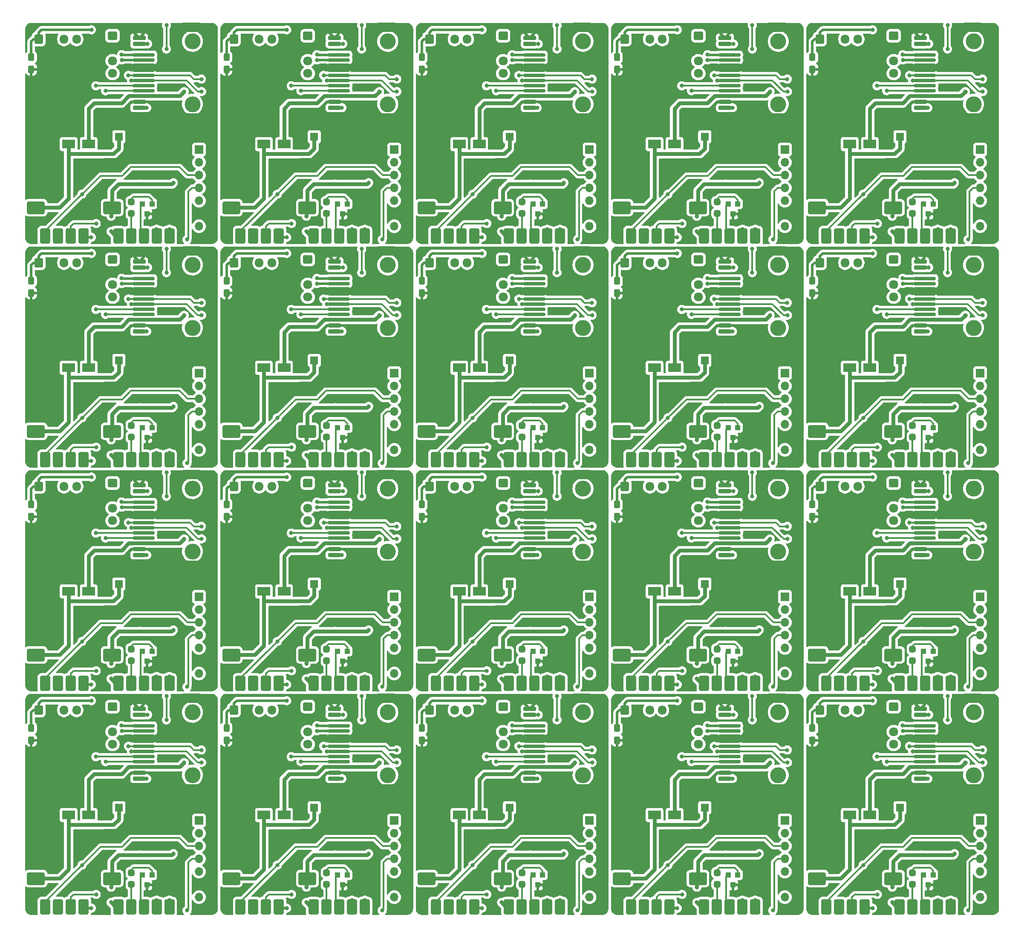
<source format=gbr>
%TF.GenerationSoftware,KiCad,Pcbnew,8.0.7*%
%TF.CreationDate,2025-01-08T09:27:08+09:00*%
%TF.ProjectId,waveShare-7inch-rs485,77617665-5368-4617-9265-2d37696e6368,rev?*%
%TF.SameCoordinates,Original*%
%TF.FileFunction,Copper,L1,Top*%
%TF.FilePolarity,Positive*%
%FSLAX46Y46*%
G04 Gerber Fmt 4.6, Leading zero omitted, Abs format (unit mm)*
G04 Created by KiCad (PCBNEW 8.0.7) date 2025-01-08 09:27:08*
%MOMM*%
%LPD*%
G01*
G04 APERTURE LIST*
G04 Aperture macros list*
%AMRoundRect*
0 Rectangle with rounded corners*
0 $1 Rounding radius*
0 $2 $3 $4 $5 $6 $7 $8 $9 X,Y pos of 4 corners*
0 Add a 4 corners polygon primitive as box body*
4,1,4,$2,$3,$4,$5,$6,$7,$8,$9,$2,$3,0*
0 Add four circle primitives for the rounded corners*
1,1,$1+$1,$2,$3*
1,1,$1+$1,$4,$5*
1,1,$1+$1,$6,$7*
1,1,$1+$1,$8,$9*
0 Add four rect primitives between the rounded corners*
20,1,$1+$1,$2,$3,$4,$5,0*
20,1,$1+$1,$4,$5,$6,$7,0*
20,1,$1+$1,$6,$7,$8,$9,0*
20,1,$1+$1,$8,$9,$2,$3,0*%
G04 Aperture macros list end*
%TA.AperFunction,SMDPad,CuDef*%
%ADD10R,1.000000X1.100000*%
%TD*%
%TA.AperFunction,ComponentPad*%
%ADD11RoundRect,0.249900X-0.600100X-0.675100X0.600100X-0.675100X0.600100X0.675100X-0.600100X0.675100X0*%
%TD*%
%TA.AperFunction,ComponentPad*%
%ADD12O,1.700000X1.850000*%
%TD*%
%TA.AperFunction,SMDPad,CuDef*%
%ADD13RoundRect,0.325000X-0.325000X0.325000X-0.325000X-0.325000X0.325000X-0.325000X0.325000X0.325000X0*%
%TD*%
%TA.AperFunction,SMDPad,CuDef*%
%ADD14RoundRect,0.300000X-1.450000X-0.950000X1.450000X-0.950000X1.450000X0.950000X-1.450000X0.950000X0*%
%TD*%
%TA.AperFunction,WasherPad*%
%ADD15C,3.170000*%
%TD*%
%TA.AperFunction,SMDPad,CuDef*%
%ADD16RoundRect,0.175000X2.000000X-0.175000X2.000000X0.175000X-2.000000X0.175000X-2.000000X-0.175000X0*%
%TD*%
%TA.AperFunction,SMDPad,CuDef*%
%ADD17RoundRect,0.200000X1.075000X-0.200000X1.075000X0.200000X-1.075000X0.200000X-1.075000X-0.200000X0*%
%TD*%
%TA.AperFunction,SMDPad,CuDef*%
%ADD18RoundRect,0.197095X1.552905X-0.752905X1.552905X0.752905X-1.552905X0.752905X-1.552905X-0.752905X0*%
%TD*%
%TA.AperFunction,SMDPad,CuDef*%
%ADD19RoundRect,0.294118X-0.705882X-1.205882X0.705882X-1.205882X0.705882X1.205882X-0.705882X1.205882X0*%
%TD*%
%TA.AperFunction,ComponentPad*%
%ADD20RoundRect,0.249900X-0.675100X0.600100X-0.675100X-0.600100X0.675100X-0.600100X0.675100X0.600100X0*%
%TD*%
%TA.AperFunction,ComponentPad*%
%ADD21O,1.850000X1.700000*%
%TD*%
%TA.AperFunction,ComponentPad*%
%ADD22R,1.700000X1.700000*%
%TD*%
%TA.AperFunction,ComponentPad*%
%ADD23O,1.700000X1.700000*%
%TD*%
%TA.AperFunction,ComponentPad*%
%ADD24O,5.000000X12.000000*%
%TD*%
%TA.AperFunction,ComponentPad*%
%ADD25R,1.600000X1.600000*%
%TD*%
%TA.AperFunction,ComponentPad*%
%ADD26C,1.600000*%
%TD*%
%TA.AperFunction,SMDPad,CuDef*%
%ADD27R,2.500000X1.800000*%
%TD*%
%TA.AperFunction,SMDPad,CuDef*%
%ADD28RoundRect,0.312500X-0.312500X0.437500X-0.312500X-0.437500X0.312500X-0.437500X0.312500X0.437500X0*%
%TD*%
%TA.AperFunction,ViaPad*%
%ADD29C,0.800000*%
%TD*%
%TA.AperFunction,Conductor*%
%ADD30C,0.300000*%
%TD*%
%TA.AperFunction,Conductor*%
%ADD31C,0.500000*%
%TD*%
%TA.AperFunction,Conductor*%
%ADD32C,0.800000*%
%TD*%
G04 APERTURE END LIST*
D10*
%TO.P,Q1,1,B*%
%TO.N,Net-(Q1-B)*%
X207400000Y-193125000D03*
%TO.P,Q1,2,E*%
%TO.N,Net-(P2-Pin_3)*%
X205500000Y-193125000D03*
%TO.P,Q1,3,C*%
%TO.N,GNDPWR*%
X206450000Y-195125000D03*
%TD*%
D11*
%TO.P,J1,1,Pin_1*%
%TO.N,+3.3V*%
X184920000Y-160360000D03*
D12*
%TO.P,J1,2,Pin_2*%
%TO.N,GNDPWR*%
X187420000Y-160360000D03*
%TO.P,J1,3,Pin_3*%
%TO.N,Net-(DS1307-Pin_3)*%
X189920000Y-160360000D03*
%TO.P,J1,4,Pin_4*%
%TO.N,Net-(DS1307-Pin_4)*%
X192420000Y-160360000D03*
%TD*%
D13*
%TO.P,R1,1*%
%TO.N,Net-(Q1-B)*%
X203300000Y-192700000D03*
%TO.P,R1,2*%
%TO.N,Net-(P2-Pin_2)*%
X203300000Y-195000000D03*
%TD*%
D14*
%TO.P,MO1,1,GND*%
%TO.N,GNDPWR*%
X184390000Y-185300000D03*
%TO.P,MO1,2,+12V*%
%TO.N,Net-(D1-K)*%
X184360000Y-193870000D03*
%TO.P,MO1,3,GND*%
%TO.N,GNDPWR*%
X199490000Y-185280000D03*
%TO.P,MO1,4,+5V*%
%TO.N,+5V*%
X199490000Y-193870000D03*
%TD*%
D15*
%TO.P,J4,*%
%TO.N,*%
X215450000Y-173300000D03*
X215450000Y-160800000D03*
D16*
%TO.P,J4,1*%
%TO.N,Net-(D1-A)*%
X205760000Y-163480000D03*
%TO.P,J4,2*%
X205760000Y-164500000D03*
%TO.P,J4,3*%
%TO.N,GNDPWR*%
X205760000Y-165520000D03*
%TO.P,J4,4*%
X205760000Y-166540000D03*
%TO.P,J4,5*%
%TO.N,/485-B*%
X205760000Y-167560000D03*
%TO.P,J4,6*%
%TO.N,/485-A*%
X205760000Y-168580000D03*
%TO.P,J4,7*%
%TO.N,Net-(P1-Pin_3)*%
X205760000Y-169600000D03*
%TO.P,J4,8*%
%TO.N,Net-(J2-Pin_3)*%
X205760000Y-170620000D03*
D17*
%TO.P,J4,9*%
%TO.N,GNDPWR*%
X204860000Y-160100000D03*
%TO.P,J4,10*%
%TO.N,Net-(J4-Pad10)*%
X204860000Y-161310000D03*
%TO.P,J4,11*%
%TO.N,GNDPWR*%
X204860000Y-172790000D03*
%TO.P,J4,12*%
%TO.N,Net-(J4-Pad12)*%
X204860000Y-174000000D03*
D18*
%TO.P,J4,MP*%
%TO.N,GNDPWR*%
X215200000Y-176050000D03*
X215200000Y-158050000D03*
%TD*%
D19*
%TO.P,P1,1,Pin_1*%
%TO.N,Net-(DS1307-Pin_3)*%
X186190000Y-199475000D03*
%TO.P,P1,2,Pin_2*%
%TO.N,Net-(DS1307-Pin_4)*%
X188730000Y-199475000D03*
%TO.P,P1,3,Pin_3*%
%TO.N,Net-(P1-Pin_3)*%
X191270000Y-199475000D03*
%TO.P,P1,4,Pin_4*%
%TO.N,+3.3V*%
X193810000Y-199475000D03*
%TD*%
D20*
%TO.P,J2,1,Pin_1*%
%TO.N,+5V*%
X199570000Y-159680000D03*
D21*
%TO.P,J2,2,Pin_2*%
%TO.N,GNDPWR*%
X199570000Y-162180000D03*
%TO.P,J2,3,Pin_3*%
%TO.N,Net-(J2-Pin_3)*%
X199570000Y-164680000D03*
%TO.P,J2,4,Pin_4*%
%TO.N,unconnected-(J2-Pin_4-Pad4)*%
X199570000Y-167180000D03*
%TD*%
D22*
%TO.P,DS1307,1,Pin_1*%
%TO.N,unconnected-(DS1307-Pin_1-Pad1)*%
X216750000Y-182315000D03*
D23*
%TO.P,DS1307,2,Pin_2*%
%TO.N,unconnected-(DS1307-Pin_2-Pad2)*%
X216750000Y-184855000D03*
%TO.P,DS1307,3,Pin_3*%
%TO.N,Net-(DS1307-Pin_3)*%
X216750000Y-187395000D03*
%TO.P,DS1307,4,Pin_4*%
%TO.N,Net-(DS1307-Pin_4)*%
X216750000Y-189935000D03*
%TO.P,DS1307,5,Pin_5*%
%TO.N,+3.3V*%
X216750000Y-192475000D03*
%TO.P,DS1307,6,Pin_6*%
%TO.N,GNDPWR*%
X216750000Y-195015000D03*
%TO.P,DS1307,7,Pin_7*%
%TO.N,unconnected-(DS1307-Pin_7-Pad7)*%
X216750000Y-197555000D03*
%TD*%
D24*
%TO.P,J3,1,Pin_1*%
%TO.N,GNDPWR*%
X184910000Y-174740000D03*
%TD*%
D25*
%TO.P,C9,1*%
%TO.N,Net-(D1-K)*%
X200840000Y-179780000D03*
D26*
%TO.P,C9,2*%
%TO.N,GNDPWR*%
X200840000Y-177280000D03*
%TD*%
D27*
%TO.P,D1,1,A*%
%TO.N,Net-(D1-A)*%
X194850000Y-181225000D03*
%TO.P,D1,2,K*%
%TO.N,Net-(D1-K)*%
X190850000Y-181225000D03*
%TD*%
D28*
%TO.P,C1,1*%
%TO.N,+3.3V*%
X183425000Y-163975000D03*
%TO.P,C1,2*%
%TO.N,GNDPWR*%
X183425000Y-166375000D03*
%TD*%
D19*
%TO.P,P2,1,Pin_1*%
%TO.N,+5V*%
X200720000Y-199500000D03*
%TO.P,P2,2,Pin_2*%
%TO.N,Net-(P2-Pin_2)*%
X203260000Y-199500000D03*
%TO.P,P2,3,Pin_3*%
%TO.N,Net-(P2-Pin_3)*%
X205800000Y-199500000D03*
%TO.P,P2,4,Pin_4*%
%TO.N,/485-B*%
X208340000Y-199500000D03*
%TO.P,P2,5,Pin_5*%
%TO.N,/485-A*%
X210880000Y-199500000D03*
%TD*%
D10*
%TO.P,Q1,1,B*%
%TO.N,Net-(Q1-B)*%
X168600000Y-193125000D03*
%TO.P,Q1,2,E*%
%TO.N,Net-(P2-Pin_3)*%
X166700000Y-193125000D03*
%TO.P,Q1,3,C*%
%TO.N,GNDPWR*%
X167650000Y-195125000D03*
%TD*%
D11*
%TO.P,J1,1,Pin_1*%
%TO.N,+3.3V*%
X146120000Y-160360000D03*
D12*
%TO.P,J1,2,Pin_2*%
%TO.N,GNDPWR*%
X148620000Y-160360000D03*
%TO.P,J1,3,Pin_3*%
%TO.N,Net-(DS1307-Pin_3)*%
X151120000Y-160360000D03*
%TO.P,J1,4,Pin_4*%
%TO.N,Net-(DS1307-Pin_4)*%
X153620000Y-160360000D03*
%TD*%
D13*
%TO.P,R1,1*%
%TO.N,Net-(Q1-B)*%
X164500000Y-192700000D03*
%TO.P,R1,2*%
%TO.N,Net-(P2-Pin_2)*%
X164500000Y-195000000D03*
%TD*%
D14*
%TO.P,MO1,1,GND*%
%TO.N,GNDPWR*%
X145590000Y-185300000D03*
%TO.P,MO1,2,+12V*%
%TO.N,Net-(D1-K)*%
X145560000Y-193870000D03*
%TO.P,MO1,3,GND*%
%TO.N,GNDPWR*%
X160690000Y-185280000D03*
%TO.P,MO1,4,+5V*%
%TO.N,+5V*%
X160690000Y-193870000D03*
%TD*%
D15*
%TO.P,J4,*%
%TO.N,*%
X176650000Y-173300000D03*
X176650000Y-160800000D03*
D16*
%TO.P,J4,1*%
%TO.N,Net-(D1-A)*%
X166960000Y-163480000D03*
%TO.P,J4,2*%
X166960000Y-164500000D03*
%TO.P,J4,3*%
%TO.N,GNDPWR*%
X166960000Y-165520000D03*
%TO.P,J4,4*%
X166960000Y-166540000D03*
%TO.P,J4,5*%
%TO.N,/485-B*%
X166960000Y-167560000D03*
%TO.P,J4,6*%
%TO.N,/485-A*%
X166960000Y-168580000D03*
%TO.P,J4,7*%
%TO.N,Net-(P1-Pin_3)*%
X166960000Y-169600000D03*
%TO.P,J4,8*%
%TO.N,Net-(J2-Pin_3)*%
X166960000Y-170620000D03*
D17*
%TO.P,J4,9*%
%TO.N,GNDPWR*%
X166060000Y-160100000D03*
%TO.P,J4,10*%
%TO.N,Net-(J4-Pad10)*%
X166060000Y-161310000D03*
%TO.P,J4,11*%
%TO.N,GNDPWR*%
X166060000Y-172790000D03*
%TO.P,J4,12*%
%TO.N,Net-(J4-Pad12)*%
X166060000Y-174000000D03*
D18*
%TO.P,J4,MP*%
%TO.N,GNDPWR*%
X176400000Y-176050000D03*
X176400000Y-158050000D03*
%TD*%
D19*
%TO.P,P1,1,Pin_1*%
%TO.N,Net-(DS1307-Pin_3)*%
X147390000Y-199475000D03*
%TO.P,P1,2,Pin_2*%
%TO.N,Net-(DS1307-Pin_4)*%
X149930000Y-199475000D03*
%TO.P,P1,3,Pin_3*%
%TO.N,Net-(P1-Pin_3)*%
X152470000Y-199475000D03*
%TO.P,P1,4,Pin_4*%
%TO.N,+3.3V*%
X155010000Y-199475000D03*
%TD*%
D20*
%TO.P,J2,1,Pin_1*%
%TO.N,+5V*%
X160770000Y-159680000D03*
D21*
%TO.P,J2,2,Pin_2*%
%TO.N,GNDPWR*%
X160770000Y-162180000D03*
%TO.P,J2,3,Pin_3*%
%TO.N,Net-(J2-Pin_3)*%
X160770000Y-164680000D03*
%TO.P,J2,4,Pin_4*%
%TO.N,unconnected-(J2-Pin_4-Pad4)*%
X160770000Y-167180000D03*
%TD*%
D22*
%TO.P,DS1307,1,Pin_1*%
%TO.N,unconnected-(DS1307-Pin_1-Pad1)*%
X177950000Y-182315000D03*
D23*
%TO.P,DS1307,2,Pin_2*%
%TO.N,unconnected-(DS1307-Pin_2-Pad2)*%
X177950000Y-184855000D03*
%TO.P,DS1307,3,Pin_3*%
%TO.N,Net-(DS1307-Pin_3)*%
X177950000Y-187395000D03*
%TO.P,DS1307,4,Pin_4*%
%TO.N,Net-(DS1307-Pin_4)*%
X177950000Y-189935000D03*
%TO.P,DS1307,5,Pin_5*%
%TO.N,+3.3V*%
X177950000Y-192475000D03*
%TO.P,DS1307,6,Pin_6*%
%TO.N,GNDPWR*%
X177950000Y-195015000D03*
%TO.P,DS1307,7,Pin_7*%
%TO.N,unconnected-(DS1307-Pin_7-Pad7)*%
X177950000Y-197555000D03*
%TD*%
D24*
%TO.P,J3,1,Pin_1*%
%TO.N,GNDPWR*%
X146110000Y-174740000D03*
%TD*%
D25*
%TO.P,C9,1*%
%TO.N,Net-(D1-K)*%
X162040000Y-179780000D03*
D26*
%TO.P,C9,2*%
%TO.N,GNDPWR*%
X162040000Y-177280000D03*
%TD*%
D27*
%TO.P,D1,1,A*%
%TO.N,Net-(D1-A)*%
X156050000Y-181225000D03*
%TO.P,D1,2,K*%
%TO.N,Net-(D1-K)*%
X152050000Y-181225000D03*
%TD*%
D28*
%TO.P,C1,1*%
%TO.N,+3.3V*%
X144625000Y-163975000D03*
%TO.P,C1,2*%
%TO.N,GNDPWR*%
X144625000Y-166375000D03*
%TD*%
D19*
%TO.P,P2,1,Pin_1*%
%TO.N,+5V*%
X161920000Y-199500000D03*
%TO.P,P2,2,Pin_2*%
%TO.N,Net-(P2-Pin_2)*%
X164460000Y-199500000D03*
%TO.P,P2,3,Pin_3*%
%TO.N,Net-(P2-Pin_3)*%
X167000000Y-199500000D03*
%TO.P,P2,4,Pin_4*%
%TO.N,/485-B*%
X169540000Y-199500000D03*
%TO.P,P2,5,Pin_5*%
%TO.N,/485-A*%
X172080000Y-199500000D03*
%TD*%
D10*
%TO.P,Q1,1,B*%
%TO.N,Net-(Q1-B)*%
X129800000Y-193125000D03*
%TO.P,Q1,2,E*%
%TO.N,Net-(P2-Pin_3)*%
X127900000Y-193125000D03*
%TO.P,Q1,3,C*%
%TO.N,GNDPWR*%
X128850000Y-195125000D03*
%TD*%
D11*
%TO.P,J1,1,Pin_1*%
%TO.N,+3.3V*%
X107320000Y-160360000D03*
D12*
%TO.P,J1,2,Pin_2*%
%TO.N,GNDPWR*%
X109820000Y-160360000D03*
%TO.P,J1,3,Pin_3*%
%TO.N,Net-(DS1307-Pin_3)*%
X112320000Y-160360000D03*
%TO.P,J1,4,Pin_4*%
%TO.N,Net-(DS1307-Pin_4)*%
X114820000Y-160360000D03*
%TD*%
D13*
%TO.P,R1,1*%
%TO.N,Net-(Q1-B)*%
X125700000Y-192700000D03*
%TO.P,R1,2*%
%TO.N,Net-(P2-Pin_2)*%
X125700000Y-195000000D03*
%TD*%
D14*
%TO.P,MO1,1,GND*%
%TO.N,GNDPWR*%
X106790000Y-185300000D03*
%TO.P,MO1,2,+12V*%
%TO.N,Net-(D1-K)*%
X106760000Y-193870000D03*
%TO.P,MO1,3,GND*%
%TO.N,GNDPWR*%
X121890000Y-185280000D03*
%TO.P,MO1,4,+5V*%
%TO.N,+5V*%
X121890000Y-193870000D03*
%TD*%
D15*
%TO.P,J4,*%
%TO.N,*%
X137850000Y-173300000D03*
X137850000Y-160800000D03*
D16*
%TO.P,J4,1*%
%TO.N,Net-(D1-A)*%
X128160000Y-163480000D03*
%TO.P,J4,2*%
X128160000Y-164500000D03*
%TO.P,J4,3*%
%TO.N,GNDPWR*%
X128160000Y-165520000D03*
%TO.P,J4,4*%
X128160000Y-166540000D03*
%TO.P,J4,5*%
%TO.N,/485-B*%
X128160000Y-167560000D03*
%TO.P,J4,6*%
%TO.N,/485-A*%
X128160000Y-168580000D03*
%TO.P,J4,7*%
%TO.N,Net-(P1-Pin_3)*%
X128160000Y-169600000D03*
%TO.P,J4,8*%
%TO.N,Net-(J2-Pin_3)*%
X128160000Y-170620000D03*
D17*
%TO.P,J4,9*%
%TO.N,GNDPWR*%
X127260000Y-160100000D03*
%TO.P,J4,10*%
%TO.N,Net-(J4-Pad10)*%
X127260000Y-161310000D03*
%TO.P,J4,11*%
%TO.N,GNDPWR*%
X127260000Y-172790000D03*
%TO.P,J4,12*%
%TO.N,Net-(J4-Pad12)*%
X127260000Y-174000000D03*
D18*
%TO.P,J4,MP*%
%TO.N,GNDPWR*%
X137600000Y-176050000D03*
X137600000Y-158050000D03*
%TD*%
D19*
%TO.P,P1,1,Pin_1*%
%TO.N,Net-(DS1307-Pin_3)*%
X108590000Y-199475000D03*
%TO.P,P1,2,Pin_2*%
%TO.N,Net-(DS1307-Pin_4)*%
X111130000Y-199475000D03*
%TO.P,P1,3,Pin_3*%
%TO.N,Net-(P1-Pin_3)*%
X113670000Y-199475000D03*
%TO.P,P1,4,Pin_4*%
%TO.N,+3.3V*%
X116210000Y-199475000D03*
%TD*%
D20*
%TO.P,J2,1,Pin_1*%
%TO.N,+5V*%
X121970000Y-159680000D03*
D21*
%TO.P,J2,2,Pin_2*%
%TO.N,GNDPWR*%
X121970000Y-162180000D03*
%TO.P,J2,3,Pin_3*%
%TO.N,Net-(J2-Pin_3)*%
X121970000Y-164680000D03*
%TO.P,J2,4,Pin_4*%
%TO.N,unconnected-(J2-Pin_4-Pad4)*%
X121970000Y-167180000D03*
%TD*%
D22*
%TO.P,DS1307,1,Pin_1*%
%TO.N,unconnected-(DS1307-Pin_1-Pad1)*%
X139150000Y-182315000D03*
D23*
%TO.P,DS1307,2,Pin_2*%
%TO.N,unconnected-(DS1307-Pin_2-Pad2)*%
X139150000Y-184855000D03*
%TO.P,DS1307,3,Pin_3*%
%TO.N,Net-(DS1307-Pin_3)*%
X139150000Y-187395000D03*
%TO.P,DS1307,4,Pin_4*%
%TO.N,Net-(DS1307-Pin_4)*%
X139150000Y-189935000D03*
%TO.P,DS1307,5,Pin_5*%
%TO.N,+3.3V*%
X139150000Y-192475000D03*
%TO.P,DS1307,6,Pin_6*%
%TO.N,GNDPWR*%
X139150000Y-195015000D03*
%TO.P,DS1307,7,Pin_7*%
%TO.N,unconnected-(DS1307-Pin_7-Pad7)*%
X139150000Y-197555000D03*
%TD*%
D24*
%TO.P,J3,1,Pin_1*%
%TO.N,GNDPWR*%
X107310000Y-174740000D03*
%TD*%
D25*
%TO.P,C9,1*%
%TO.N,Net-(D1-K)*%
X123240000Y-179780000D03*
D26*
%TO.P,C9,2*%
%TO.N,GNDPWR*%
X123240000Y-177280000D03*
%TD*%
D27*
%TO.P,D1,1,A*%
%TO.N,Net-(D1-A)*%
X117250000Y-181225000D03*
%TO.P,D1,2,K*%
%TO.N,Net-(D1-K)*%
X113250000Y-181225000D03*
%TD*%
D28*
%TO.P,C1,1*%
%TO.N,+3.3V*%
X105825000Y-163975000D03*
%TO.P,C1,2*%
%TO.N,GNDPWR*%
X105825000Y-166375000D03*
%TD*%
D19*
%TO.P,P2,1,Pin_1*%
%TO.N,+5V*%
X123120000Y-199500000D03*
%TO.P,P2,2,Pin_2*%
%TO.N,Net-(P2-Pin_2)*%
X125660000Y-199500000D03*
%TO.P,P2,3,Pin_3*%
%TO.N,Net-(P2-Pin_3)*%
X128200000Y-199500000D03*
%TO.P,P2,4,Pin_4*%
%TO.N,/485-B*%
X130740000Y-199500000D03*
%TO.P,P2,5,Pin_5*%
%TO.N,/485-A*%
X133280000Y-199500000D03*
%TD*%
D10*
%TO.P,Q1,1,B*%
%TO.N,Net-(Q1-B)*%
X91000000Y-193125000D03*
%TO.P,Q1,2,E*%
%TO.N,Net-(P2-Pin_3)*%
X89100000Y-193125000D03*
%TO.P,Q1,3,C*%
%TO.N,GNDPWR*%
X90050000Y-195125000D03*
%TD*%
D11*
%TO.P,J1,1,Pin_1*%
%TO.N,+3.3V*%
X68520000Y-160360000D03*
D12*
%TO.P,J1,2,Pin_2*%
%TO.N,GNDPWR*%
X71020000Y-160360000D03*
%TO.P,J1,3,Pin_3*%
%TO.N,Net-(DS1307-Pin_3)*%
X73520000Y-160360000D03*
%TO.P,J1,4,Pin_4*%
%TO.N,Net-(DS1307-Pin_4)*%
X76020000Y-160360000D03*
%TD*%
D13*
%TO.P,R1,1*%
%TO.N,Net-(Q1-B)*%
X86900000Y-192700000D03*
%TO.P,R1,2*%
%TO.N,Net-(P2-Pin_2)*%
X86900000Y-195000000D03*
%TD*%
D14*
%TO.P,MO1,1,GND*%
%TO.N,GNDPWR*%
X67990000Y-185300000D03*
%TO.P,MO1,2,+12V*%
%TO.N,Net-(D1-K)*%
X67960000Y-193870000D03*
%TO.P,MO1,3,GND*%
%TO.N,GNDPWR*%
X83090000Y-185280000D03*
%TO.P,MO1,4,+5V*%
%TO.N,+5V*%
X83090000Y-193870000D03*
%TD*%
D15*
%TO.P,J4,*%
%TO.N,*%
X99050000Y-173300000D03*
X99050000Y-160800000D03*
D16*
%TO.P,J4,1*%
%TO.N,Net-(D1-A)*%
X89360000Y-163480000D03*
%TO.P,J4,2*%
X89360000Y-164500000D03*
%TO.P,J4,3*%
%TO.N,GNDPWR*%
X89360000Y-165520000D03*
%TO.P,J4,4*%
X89360000Y-166540000D03*
%TO.P,J4,5*%
%TO.N,/485-B*%
X89360000Y-167560000D03*
%TO.P,J4,6*%
%TO.N,/485-A*%
X89360000Y-168580000D03*
%TO.P,J4,7*%
%TO.N,Net-(P1-Pin_3)*%
X89360000Y-169600000D03*
%TO.P,J4,8*%
%TO.N,Net-(J2-Pin_3)*%
X89360000Y-170620000D03*
D17*
%TO.P,J4,9*%
%TO.N,GNDPWR*%
X88460000Y-160100000D03*
%TO.P,J4,10*%
%TO.N,Net-(J4-Pad10)*%
X88460000Y-161310000D03*
%TO.P,J4,11*%
%TO.N,GNDPWR*%
X88460000Y-172790000D03*
%TO.P,J4,12*%
%TO.N,Net-(J4-Pad12)*%
X88460000Y-174000000D03*
D18*
%TO.P,J4,MP*%
%TO.N,GNDPWR*%
X98800000Y-176050000D03*
X98800000Y-158050000D03*
%TD*%
D19*
%TO.P,P1,1,Pin_1*%
%TO.N,Net-(DS1307-Pin_3)*%
X69790000Y-199475000D03*
%TO.P,P1,2,Pin_2*%
%TO.N,Net-(DS1307-Pin_4)*%
X72330000Y-199475000D03*
%TO.P,P1,3,Pin_3*%
%TO.N,Net-(P1-Pin_3)*%
X74870000Y-199475000D03*
%TO.P,P1,4,Pin_4*%
%TO.N,+3.3V*%
X77410000Y-199475000D03*
%TD*%
D20*
%TO.P,J2,1,Pin_1*%
%TO.N,+5V*%
X83170000Y-159680000D03*
D21*
%TO.P,J2,2,Pin_2*%
%TO.N,GNDPWR*%
X83170000Y-162180000D03*
%TO.P,J2,3,Pin_3*%
%TO.N,Net-(J2-Pin_3)*%
X83170000Y-164680000D03*
%TO.P,J2,4,Pin_4*%
%TO.N,unconnected-(J2-Pin_4-Pad4)*%
X83170000Y-167180000D03*
%TD*%
D22*
%TO.P,DS1307,1,Pin_1*%
%TO.N,unconnected-(DS1307-Pin_1-Pad1)*%
X100350000Y-182315000D03*
D23*
%TO.P,DS1307,2,Pin_2*%
%TO.N,unconnected-(DS1307-Pin_2-Pad2)*%
X100350000Y-184855000D03*
%TO.P,DS1307,3,Pin_3*%
%TO.N,Net-(DS1307-Pin_3)*%
X100350000Y-187395000D03*
%TO.P,DS1307,4,Pin_4*%
%TO.N,Net-(DS1307-Pin_4)*%
X100350000Y-189935000D03*
%TO.P,DS1307,5,Pin_5*%
%TO.N,+3.3V*%
X100350000Y-192475000D03*
%TO.P,DS1307,6,Pin_6*%
%TO.N,GNDPWR*%
X100350000Y-195015000D03*
%TO.P,DS1307,7,Pin_7*%
%TO.N,unconnected-(DS1307-Pin_7-Pad7)*%
X100350000Y-197555000D03*
%TD*%
D24*
%TO.P,J3,1,Pin_1*%
%TO.N,GNDPWR*%
X68510000Y-174740000D03*
%TD*%
D25*
%TO.P,C9,1*%
%TO.N,Net-(D1-K)*%
X84440000Y-179780000D03*
D26*
%TO.P,C9,2*%
%TO.N,GNDPWR*%
X84440000Y-177280000D03*
%TD*%
D27*
%TO.P,D1,1,A*%
%TO.N,Net-(D1-A)*%
X78450000Y-181225000D03*
%TO.P,D1,2,K*%
%TO.N,Net-(D1-K)*%
X74450000Y-181225000D03*
%TD*%
D28*
%TO.P,C1,1*%
%TO.N,+3.3V*%
X67025000Y-163975000D03*
%TO.P,C1,2*%
%TO.N,GNDPWR*%
X67025000Y-166375000D03*
%TD*%
D19*
%TO.P,P2,1,Pin_1*%
%TO.N,+5V*%
X84320000Y-199500000D03*
%TO.P,P2,2,Pin_2*%
%TO.N,Net-(P2-Pin_2)*%
X86860000Y-199500000D03*
%TO.P,P2,3,Pin_3*%
%TO.N,Net-(P2-Pin_3)*%
X89400000Y-199500000D03*
%TO.P,P2,4,Pin_4*%
%TO.N,/485-B*%
X91940000Y-199500000D03*
%TO.P,P2,5,Pin_5*%
%TO.N,/485-A*%
X94480000Y-199500000D03*
%TD*%
D10*
%TO.P,Q1,1,B*%
%TO.N,Net-(Q1-B)*%
X52200000Y-193125000D03*
%TO.P,Q1,2,E*%
%TO.N,Net-(P2-Pin_3)*%
X50300000Y-193125000D03*
%TO.P,Q1,3,C*%
%TO.N,GNDPWR*%
X51250000Y-195125000D03*
%TD*%
D11*
%TO.P,J1,1,Pin_1*%
%TO.N,+3.3V*%
X29720000Y-160360000D03*
D12*
%TO.P,J1,2,Pin_2*%
%TO.N,GNDPWR*%
X32220000Y-160360000D03*
%TO.P,J1,3,Pin_3*%
%TO.N,Net-(DS1307-Pin_3)*%
X34720000Y-160360000D03*
%TO.P,J1,4,Pin_4*%
%TO.N,Net-(DS1307-Pin_4)*%
X37220000Y-160360000D03*
%TD*%
D13*
%TO.P,R1,1*%
%TO.N,Net-(Q1-B)*%
X48100000Y-192700000D03*
%TO.P,R1,2*%
%TO.N,Net-(P2-Pin_2)*%
X48100000Y-195000000D03*
%TD*%
D14*
%TO.P,MO1,1,GND*%
%TO.N,GNDPWR*%
X29190000Y-185300000D03*
%TO.P,MO1,2,+12V*%
%TO.N,Net-(D1-K)*%
X29160000Y-193870000D03*
%TO.P,MO1,3,GND*%
%TO.N,GNDPWR*%
X44290000Y-185280000D03*
%TO.P,MO1,4,+5V*%
%TO.N,+5V*%
X44290000Y-193870000D03*
%TD*%
D15*
%TO.P,J4,*%
%TO.N,*%
X60250000Y-173300000D03*
X60250000Y-160800000D03*
D16*
%TO.P,J4,1*%
%TO.N,Net-(D1-A)*%
X50560000Y-163480000D03*
%TO.P,J4,2*%
X50560000Y-164500000D03*
%TO.P,J4,3*%
%TO.N,GNDPWR*%
X50560000Y-165520000D03*
%TO.P,J4,4*%
X50560000Y-166540000D03*
%TO.P,J4,5*%
%TO.N,/485-B*%
X50560000Y-167560000D03*
%TO.P,J4,6*%
%TO.N,/485-A*%
X50560000Y-168580000D03*
%TO.P,J4,7*%
%TO.N,Net-(P1-Pin_3)*%
X50560000Y-169600000D03*
%TO.P,J4,8*%
%TO.N,Net-(J2-Pin_3)*%
X50560000Y-170620000D03*
D17*
%TO.P,J4,9*%
%TO.N,GNDPWR*%
X49660000Y-160100000D03*
%TO.P,J4,10*%
%TO.N,Net-(J4-Pad10)*%
X49660000Y-161310000D03*
%TO.P,J4,11*%
%TO.N,GNDPWR*%
X49660000Y-172790000D03*
%TO.P,J4,12*%
%TO.N,Net-(J4-Pad12)*%
X49660000Y-174000000D03*
D18*
%TO.P,J4,MP*%
%TO.N,GNDPWR*%
X60000000Y-176050000D03*
X60000000Y-158050000D03*
%TD*%
D19*
%TO.P,P1,1,Pin_1*%
%TO.N,Net-(DS1307-Pin_3)*%
X30990000Y-199475000D03*
%TO.P,P1,2,Pin_2*%
%TO.N,Net-(DS1307-Pin_4)*%
X33530000Y-199475000D03*
%TO.P,P1,3,Pin_3*%
%TO.N,Net-(P1-Pin_3)*%
X36070000Y-199475000D03*
%TO.P,P1,4,Pin_4*%
%TO.N,+3.3V*%
X38610000Y-199475000D03*
%TD*%
D20*
%TO.P,J2,1,Pin_1*%
%TO.N,+5V*%
X44370000Y-159680000D03*
D21*
%TO.P,J2,2,Pin_2*%
%TO.N,GNDPWR*%
X44370000Y-162180000D03*
%TO.P,J2,3,Pin_3*%
%TO.N,Net-(J2-Pin_3)*%
X44370000Y-164680000D03*
%TO.P,J2,4,Pin_4*%
%TO.N,unconnected-(J2-Pin_4-Pad4)*%
X44370000Y-167180000D03*
%TD*%
D22*
%TO.P,DS1307,1,Pin_1*%
%TO.N,unconnected-(DS1307-Pin_1-Pad1)*%
X61550000Y-182315000D03*
D23*
%TO.P,DS1307,2,Pin_2*%
%TO.N,unconnected-(DS1307-Pin_2-Pad2)*%
X61550000Y-184855000D03*
%TO.P,DS1307,3,Pin_3*%
%TO.N,Net-(DS1307-Pin_3)*%
X61550000Y-187395000D03*
%TO.P,DS1307,4,Pin_4*%
%TO.N,Net-(DS1307-Pin_4)*%
X61550000Y-189935000D03*
%TO.P,DS1307,5,Pin_5*%
%TO.N,+3.3V*%
X61550000Y-192475000D03*
%TO.P,DS1307,6,Pin_6*%
%TO.N,GNDPWR*%
X61550000Y-195015000D03*
%TO.P,DS1307,7,Pin_7*%
%TO.N,unconnected-(DS1307-Pin_7-Pad7)*%
X61550000Y-197555000D03*
%TD*%
D24*
%TO.P,J3,1,Pin_1*%
%TO.N,GNDPWR*%
X29710000Y-174740000D03*
%TD*%
D25*
%TO.P,C9,1*%
%TO.N,Net-(D1-K)*%
X45640000Y-179780000D03*
D26*
%TO.P,C9,2*%
%TO.N,GNDPWR*%
X45640000Y-177280000D03*
%TD*%
D27*
%TO.P,D1,1,A*%
%TO.N,Net-(D1-A)*%
X39650000Y-181225000D03*
%TO.P,D1,2,K*%
%TO.N,Net-(D1-K)*%
X35650000Y-181225000D03*
%TD*%
D28*
%TO.P,C1,1*%
%TO.N,+3.3V*%
X28225000Y-163975000D03*
%TO.P,C1,2*%
%TO.N,GNDPWR*%
X28225000Y-166375000D03*
%TD*%
D19*
%TO.P,P2,1,Pin_1*%
%TO.N,+5V*%
X45520000Y-199500000D03*
%TO.P,P2,2,Pin_2*%
%TO.N,Net-(P2-Pin_2)*%
X48060000Y-199500000D03*
%TO.P,P2,3,Pin_3*%
%TO.N,Net-(P2-Pin_3)*%
X50600000Y-199500000D03*
%TO.P,P2,4,Pin_4*%
%TO.N,/485-B*%
X53140000Y-199500000D03*
%TO.P,P2,5,Pin_5*%
%TO.N,/485-A*%
X55680000Y-199500000D03*
%TD*%
D10*
%TO.P,Q1,1,B*%
%TO.N,Net-(Q1-B)*%
X207400000Y-148675000D03*
%TO.P,Q1,2,E*%
%TO.N,Net-(P2-Pin_3)*%
X205500000Y-148675000D03*
%TO.P,Q1,3,C*%
%TO.N,GNDPWR*%
X206450000Y-150675000D03*
%TD*%
D11*
%TO.P,J1,1,Pin_1*%
%TO.N,+3.3V*%
X184920000Y-115910000D03*
D12*
%TO.P,J1,2,Pin_2*%
%TO.N,GNDPWR*%
X187420000Y-115910000D03*
%TO.P,J1,3,Pin_3*%
%TO.N,Net-(DS1307-Pin_3)*%
X189920000Y-115910000D03*
%TO.P,J1,4,Pin_4*%
%TO.N,Net-(DS1307-Pin_4)*%
X192420000Y-115910000D03*
%TD*%
D13*
%TO.P,R1,1*%
%TO.N,Net-(Q1-B)*%
X203300000Y-148250000D03*
%TO.P,R1,2*%
%TO.N,Net-(P2-Pin_2)*%
X203300000Y-150550000D03*
%TD*%
D14*
%TO.P,MO1,1,GND*%
%TO.N,GNDPWR*%
X184390000Y-140850000D03*
%TO.P,MO1,2,+12V*%
%TO.N,Net-(D1-K)*%
X184360000Y-149420000D03*
%TO.P,MO1,3,GND*%
%TO.N,GNDPWR*%
X199490000Y-140830000D03*
%TO.P,MO1,4,+5V*%
%TO.N,+5V*%
X199490000Y-149420000D03*
%TD*%
D15*
%TO.P,J4,*%
%TO.N,*%
X215450000Y-128850000D03*
X215450000Y-116350000D03*
D16*
%TO.P,J4,1*%
%TO.N,Net-(D1-A)*%
X205760000Y-119030000D03*
%TO.P,J4,2*%
X205760000Y-120050000D03*
%TO.P,J4,3*%
%TO.N,GNDPWR*%
X205760000Y-121070000D03*
%TO.P,J4,4*%
X205760000Y-122090000D03*
%TO.P,J4,5*%
%TO.N,/485-B*%
X205760000Y-123110000D03*
%TO.P,J4,6*%
%TO.N,/485-A*%
X205760000Y-124130000D03*
%TO.P,J4,7*%
%TO.N,Net-(P1-Pin_3)*%
X205760000Y-125150000D03*
%TO.P,J4,8*%
%TO.N,Net-(J2-Pin_3)*%
X205760000Y-126170000D03*
D17*
%TO.P,J4,9*%
%TO.N,GNDPWR*%
X204860000Y-115650000D03*
%TO.P,J4,10*%
%TO.N,Net-(J4-Pad10)*%
X204860000Y-116860000D03*
%TO.P,J4,11*%
%TO.N,GNDPWR*%
X204860000Y-128340000D03*
%TO.P,J4,12*%
%TO.N,Net-(J4-Pad12)*%
X204860000Y-129550000D03*
D18*
%TO.P,J4,MP*%
%TO.N,GNDPWR*%
X215200000Y-131600000D03*
X215200000Y-113600000D03*
%TD*%
D19*
%TO.P,P1,1,Pin_1*%
%TO.N,Net-(DS1307-Pin_3)*%
X186190000Y-155025000D03*
%TO.P,P1,2,Pin_2*%
%TO.N,Net-(DS1307-Pin_4)*%
X188730000Y-155025000D03*
%TO.P,P1,3,Pin_3*%
%TO.N,Net-(P1-Pin_3)*%
X191270000Y-155025000D03*
%TO.P,P1,4,Pin_4*%
%TO.N,+3.3V*%
X193810000Y-155025000D03*
%TD*%
D20*
%TO.P,J2,1,Pin_1*%
%TO.N,+5V*%
X199570000Y-115230000D03*
D21*
%TO.P,J2,2,Pin_2*%
%TO.N,GNDPWR*%
X199570000Y-117730000D03*
%TO.P,J2,3,Pin_3*%
%TO.N,Net-(J2-Pin_3)*%
X199570000Y-120230000D03*
%TO.P,J2,4,Pin_4*%
%TO.N,unconnected-(J2-Pin_4-Pad4)*%
X199570000Y-122730000D03*
%TD*%
D22*
%TO.P,DS1307,1,Pin_1*%
%TO.N,unconnected-(DS1307-Pin_1-Pad1)*%
X216750000Y-137865000D03*
D23*
%TO.P,DS1307,2,Pin_2*%
%TO.N,unconnected-(DS1307-Pin_2-Pad2)*%
X216750000Y-140405000D03*
%TO.P,DS1307,3,Pin_3*%
%TO.N,Net-(DS1307-Pin_3)*%
X216750000Y-142945000D03*
%TO.P,DS1307,4,Pin_4*%
%TO.N,Net-(DS1307-Pin_4)*%
X216750000Y-145485000D03*
%TO.P,DS1307,5,Pin_5*%
%TO.N,+3.3V*%
X216750000Y-148025000D03*
%TO.P,DS1307,6,Pin_6*%
%TO.N,GNDPWR*%
X216750000Y-150565000D03*
%TO.P,DS1307,7,Pin_7*%
%TO.N,unconnected-(DS1307-Pin_7-Pad7)*%
X216750000Y-153105000D03*
%TD*%
D24*
%TO.P,J3,1,Pin_1*%
%TO.N,GNDPWR*%
X184910000Y-130290000D03*
%TD*%
D25*
%TO.P,C9,1*%
%TO.N,Net-(D1-K)*%
X200840000Y-135330000D03*
D26*
%TO.P,C9,2*%
%TO.N,GNDPWR*%
X200840000Y-132830000D03*
%TD*%
D27*
%TO.P,D1,1,A*%
%TO.N,Net-(D1-A)*%
X194850000Y-136775000D03*
%TO.P,D1,2,K*%
%TO.N,Net-(D1-K)*%
X190850000Y-136775000D03*
%TD*%
D28*
%TO.P,C1,1*%
%TO.N,+3.3V*%
X183425000Y-119525000D03*
%TO.P,C1,2*%
%TO.N,GNDPWR*%
X183425000Y-121925000D03*
%TD*%
D19*
%TO.P,P2,1,Pin_1*%
%TO.N,+5V*%
X200720000Y-155050000D03*
%TO.P,P2,2,Pin_2*%
%TO.N,Net-(P2-Pin_2)*%
X203260000Y-155050000D03*
%TO.P,P2,3,Pin_3*%
%TO.N,Net-(P2-Pin_3)*%
X205800000Y-155050000D03*
%TO.P,P2,4,Pin_4*%
%TO.N,/485-B*%
X208340000Y-155050000D03*
%TO.P,P2,5,Pin_5*%
%TO.N,/485-A*%
X210880000Y-155050000D03*
%TD*%
D10*
%TO.P,Q1,1,B*%
%TO.N,Net-(Q1-B)*%
X168600000Y-148675000D03*
%TO.P,Q1,2,E*%
%TO.N,Net-(P2-Pin_3)*%
X166700000Y-148675000D03*
%TO.P,Q1,3,C*%
%TO.N,GNDPWR*%
X167650000Y-150675000D03*
%TD*%
D11*
%TO.P,J1,1,Pin_1*%
%TO.N,+3.3V*%
X146120000Y-115910000D03*
D12*
%TO.P,J1,2,Pin_2*%
%TO.N,GNDPWR*%
X148620000Y-115910000D03*
%TO.P,J1,3,Pin_3*%
%TO.N,Net-(DS1307-Pin_3)*%
X151120000Y-115910000D03*
%TO.P,J1,4,Pin_4*%
%TO.N,Net-(DS1307-Pin_4)*%
X153620000Y-115910000D03*
%TD*%
D13*
%TO.P,R1,1*%
%TO.N,Net-(Q1-B)*%
X164500000Y-148250000D03*
%TO.P,R1,2*%
%TO.N,Net-(P2-Pin_2)*%
X164500000Y-150550000D03*
%TD*%
D14*
%TO.P,MO1,1,GND*%
%TO.N,GNDPWR*%
X145590000Y-140850000D03*
%TO.P,MO1,2,+12V*%
%TO.N,Net-(D1-K)*%
X145560000Y-149420000D03*
%TO.P,MO1,3,GND*%
%TO.N,GNDPWR*%
X160690000Y-140830000D03*
%TO.P,MO1,4,+5V*%
%TO.N,+5V*%
X160690000Y-149420000D03*
%TD*%
D15*
%TO.P,J4,*%
%TO.N,*%
X176650000Y-128850000D03*
X176650000Y-116350000D03*
D16*
%TO.P,J4,1*%
%TO.N,Net-(D1-A)*%
X166960000Y-119030000D03*
%TO.P,J4,2*%
X166960000Y-120050000D03*
%TO.P,J4,3*%
%TO.N,GNDPWR*%
X166960000Y-121070000D03*
%TO.P,J4,4*%
X166960000Y-122090000D03*
%TO.P,J4,5*%
%TO.N,/485-B*%
X166960000Y-123110000D03*
%TO.P,J4,6*%
%TO.N,/485-A*%
X166960000Y-124130000D03*
%TO.P,J4,7*%
%TO.N,Net-(P1-Pin_3)*%
X166960000Y-125150000D03*
%TO.P,J4,8*%
%TO.N,Net-(J2-Pin_3)*%
X166960000Y-126170000D03*
D17*
%TO.P,J4,9*%
%TO.N,GNDPWR*%
X166060000Y-115650000D03*
%TO.P,J4,10*%
%TO.N,Net-(J4-Pad10)*%
X166060000Y-116860000D03*
%TO.P,J4,11*%
%TO.N,GNDPWR*%
X166060000Y-128340000D03*
%TO.P,J4,12*%
%TO.N,Net-(J4-Pad12)*%
X166060000Y-129550000D03*
D18*
%TO.P,J4,MP*%
%TO.N,GNDPWR*%
X176400000Y-131600000D03*
X176400000Y-113600000D03*
%TD*%
D19*
%TO.P,P1,1,Pin_1*%
%TO.N,Net-(DS1307-Pin_3)*%
X147390000Y-155025000D03*
%TO.P,P1,2,Pin_2*%
%TO.N,Net-(DS1307-Pin_4)*%
X149930000Y-155025000D03*
%TO.P,P1,3,Pin_3*%
%TO.N,Net-(P1-Pin_3)*%
X152470000Y-155025000D03*
%TO.P,P1,4,Pin_4*%
%TO.N,+3.3V*%
X155010000Y-155025000D03*
%TD*%
D20*
%TO.P,J2,1,Pin_1*%
%TO.N,+5V*%
X160770000Y-115230000D03*
D21*
%TO.P,J2,2,Pin_2*%
%TO.N,GNDPWR*%
X160770000Y-117730000D03*
%TO.P,J2,3,Pin_3*%
%TO.N,Net-(J2-Pin_3)*%
X160770000Y-120230000D03*
%TO.P,J2,4,Pin_4*%
%TO.N,unconnected-(J2-Pin_4-Pad4)*%
X160770000Y-122730000D03*
%TD*%
D22*
%TO.P,DS1307,1,Pin_1*%
%TO.N,unconnected-(DS1307-Pin_1-Pad1)*%
X177950000Y-137865000D03*
D23*
%TO.P,DS1307,2,Pin_2*%
%TO.N,unconnected-(DS1307-Pin_2-Pad2)*%
X177950000Y-140405000D03*
%TO.P,DS1307,3,Pin_3*%
%TO.N,Net-(DS1307-Pin_3)*%
X177950000Y-142945000D03*
%TO.P,DS1307,4,Pin_4*%
%TO.N,Net-(DS1307-Pin_4)*%
X177950000Y-145485000D03*
%TO.P,DS1307,5,Pin_5*%
%TO.N,+3.3V*%
X177950000Y-148025000D03*
%TO.P,DS1307,6,Pin_6*%
%TO.N,GNDPWR*%
X177950000Y-150565000D03*
%TO.P,DS1307,7,Pin_7*%
%TO.N,unconnected-(DS1307-Pin_7-Pad7)*%
X177950000Y-153105000D03*
%TD*%
D24*
%TO.P,J3,1,Pin_1*%
%TO.N,GNDPWR*%
X146110000Y-130290000D03*
%TD*%
D25*
%TO.P,C9,1*%
%TO.N,Net-(D1-K)*%
X162040000Y-135330000D03*
D26*
%TO.P,C9,2*%
%TO.N,GNDPWR*%
X162040000Y-132830000D03*
%TD*%
D27*
%TO.P,D1,1,A*%
%TO.N,Net-(D1-A)*%
X156050000Y-136775000D03*
%TO.P,D1,2,K*%
%TO.N,Net-(D1-K)*%
X152050000Y-136775000D03*
%TD*%
D28*
%TO.P,C1,1*%
%TO.N,+3.3V*%
X144625000Y-119525000D03*
%TO.P,C1,2*%
%TO.N,GNDPWR*%
X144625000Y-121925000D03*
%TD*%
D19*
%TO.P,P2,1,Pin_1*%
%TO.N,+5V*%
X161920000Y-155050000D03*
%TO.P,P2,2,Pin_2*%
%TO.N,Net-(P2-Pin_2)*%
X164460000Y-155050000D03*
%TO.P,P2,3,Pin_3*%
%TO.N,Net-(P2-Pin_3)*%
X167000000Y-155050000D03*
%TO.P,P2,4,Pin_4*%
%TO.N,/485-B*%
X169540000Y-155050000D03*
%TO.P,P2,5,Pin_5*%
%TO.N,/485-A*%
X172080000Y-155050000D03*
%TD*%
D10*
%TO.P,Q1,1,B*%
%TO.N,Net-(Q1-B)*%
X129800000Y-148675000D03*
%TO.P,Q1,2,E*%
%TO.N,Net-(P2-Pin_3)*%
X127900000Y-148675000D03*
%TO.P,Q1,3,C*%
%TO.N,GNDPWR*%
X128850000Y-150675000D03*
%TD*%
D11*
%TO.P,J1,1,Pin_1*%
%TO.N,+3.3V*%
X107320000Y-115910000D03*
D12*
%TO.P,J1,2,Pin_2*%
%TO.N,GNDPWR*%
X109820000Y-115910000D03*
%TO.P,J1,3,Pin_3*%
%TO.N,Net-(DS1307-Pin_3)*%
X112320000Y-115910000D03*
%TO.P,J1,4,Pin_4*%
%TO.N,Net-(DS1307-Pin_4)*%
X114820000Y-115910000D03*
%TD*%
D13*
%TO.P,R1,1*%
%TO.N,Net-(Q1-B)*%
X125700000Y-148250000D03*
%TO.P,R1,2*%
%TO.N,Net-(P2-Pin_2)*%
X125700000Y-150550000D03*
%TD*%
D14*
%TO.P,MO1,1,GND*%
%TO.N,GNDPWR*%
X106790000Y-140850000D03*
%TO.P,MO1,2,+12V*%
%TO.N,Net-(D1-K)*%
X106760000Y-149420000D03*
%TO.P,MO1,3,GND*%
%TO.N,GNDPWR*%
X121890000Y-140830000D03*
%TO.P,MO1,4,+5V*%
%TO.N,+5V*%
X121890000Y-149420000D03*
%TD*%
D15*
%TO.P,J4,*%
%TO.N,*%
X137850000Y-128850000D03*
X137850000Y-116350000D03*
D16*
%TO.P,J4,1*%
%TO.N,Net-(D1-A)*%
X128160000Y-119030000D03*
%TO.P,J4,2*%
X128160000Y-120050000D03*
%TO.P,J4,3*%
%TO.N,GNDPWR*%
X128160000Y-121070000D03*
%TO.P,J4,4*%
X128160000Y-122090000D03*
%TO.P,J4,5*%
%TO.N,/485-B*%
X128160000Y-123110000D03*
%TO.P,J4,6*%
%TO.N,/485-A*%
X128160000Y-124130000D03*
%TO.P,J4,7*%
%TO.N,Net-(P1-Pin_3)*%
X128160000Y-125150000D03*
%TO.P,J4,8*%
%TO.N,Net-(J2-Pin_3)*%
X128160000Y-126170000D03*
D17*
%TO.P,J4,9*%
%TO.N,GNDPWR*%
X127260000Y-115650000D03*
%TO.P,J4,10*%
%TO.N,Net-(J4-Pad10)*%
X127260000Y-116860000D03*
%TO.P,J4,11*%
%TO.N,GNDPWR*%
X127260000Y-128340000D03*
%TO.P,J4,12*%
%TO.N,Net-(J4-Pad12)*%
X127260000Y-129550000D03*
D18*
%TO.P,J4,MP*%
%TO.N,GNDPWR*%
X137600000Y-131600000D03*
X137600000Y-113600000D03*
%TD*%
D19*
%TO.P,P1,1,Pin_1*%
%TO.N,Net-(DS1307-Pin_3)*%
X108590000Y-155025000D03*
%TO.P,P1,2,Pin_2*%
%TO.N,Net-(DS1307-Pin_4)*%
X111130000Y-155025000D03*
%TO.P,P1,3,Pin_3*%
%TO.N,Net-(P1-Pin_3)*%
X113670000Y-155025000D03*
%TO.P,P1,4,Pin_4*%
%TO.N,+3.3V*%
X116210000Y-155025000D03*
%TD*%
D20*
%TO.P,J2,1,Pin_1*%
%TO.N,+5V*%
X121970000Y-115230000D03*
D21*
%TO.P,J2,2,Pin_2*%
%TO.N,GNDPWR*%
X121970000Y-117730000D03*
%TO.P,J2,3,Pin_3*%
%TO.N,Net-(J2-Pin_3)*%
X121970000Y-120230000D03*
%TO.P,J2,4,Pin_4*%
%TO.N,unconnected-(J2-Pin_4-Pad4)*%
X121970000Y-122730000D03*
%TD*%
D22*
%TO.P,DS1307,1,Pin_1*%
%TO.N,unconnected-(DS1307-Pin_1-Pad1)*%
X139150000Y-137865000D03*
D23*
%TO.P,DS1307,2,Pin_2*%
%TO.N,unconnected-(DS1307-Pin_2-Pad2)*%
X139150000Y-140405000D03*
%TO.P,DS1307,3,Pin_3*%
%TO.N,Net-(DS1307-Pin_3)*%
X139150000Y-142945000D03*
%TO.P,DS1307,4,Pin_4*%
%TO.N,Net-(DS1307-Pin_4)*%
X139150000Y-145485000D03*
%TO.P,DS1307,5,Pin_5*%
%TO.N,+3.3V*%
X139150000Y-148025000D03*
%TO.P,DS1307,6,Pin_6*%
%TO.N,GNDPWR*%
X139150000Y-150565000D03*
%TO.P,DS1307,7,Pin_7*%
%TO.N,unconnected-(DS1307-Pin_7-Pad7)*%
X139150000Y-153105000D03*
%TD*%
D24*
%TO.P,J3,1,Pin_1*%
%TO.N,GNDPWR*%
X107310000Y-130290000D03*
%TD*%
D25*
%TO.P,C9,1*%
%TO.N,Net-(D1-K)*%
X123240000Y-135330000D03*
D26*
%TO.P,C9,2*%
%TO.N,GNDPWR*%
X123240000Y-132830000D03*
%TD*%
D27*
%TO.P,D1,1,A*%
%TO.N,Net-(D1-A)*%
X117250000Y-136775000D03*
%TO.P,D1,2,K*%
%TO.N,Net-(D1-K)*%
X113250000Y-136775000D03*
%TD*%
D28*
%TO.P,C1,1*%
%TO.N,+3.3V*%
X105825000Y-119525000D03*
%TO.P,C1,2*%
%TO.N,GNDPWR*%
X105825000Y-121925000D03*
%TD*%
D19*
%TO.P,P2,1,Pin_1*%
%TO.N,+5V*%
X123120000Y-155050000D03*
%TO.P,P2,2,Pin_2*%
%TO.N,Net-(P2-Pin_2)*%
X125660000Y-155050000D03*
%TO.P,P2,3,Pin_3*%
%TO.N,Net-(P2-Pin_3)*%
X128200000Y-155050000D03*
%TO.P,P2,4,Pin_4*%
%TO.N,/485-B*%
X130740000Y-155050000D03*
%TO.P,P2,5,Pin_5*%
%TO.N,/485-A*%
X133280000Y-155050000D03*
%TD*%
D10*
%TO.P,Q1,1,B*%
%TO.N,Net-(Q1-B)*%
X91000000Y-148675000D03*
%TO.P,Q1,2,E*%
%TO.N,Net-(P2-Pin_3)*%
X89100000Y-148675000D03*
%TO.P,Q1,3,C*%
%TO.N,GNDPWR*%
X90050000Y-150675000D03*
%TD*%
D11*
%TO.P,J1,1,Pin_1*%
%TO.N,+3.3V*%
X68520000Y-115910000D03*
D12*
%TO.P,J1,2,Pin_2*%
%TO.N,GNDPWR*%
X71020000Y-115910000D03*
%TO.P,J1,3,Pin_3*%
%TO.N,Net-(DS1307-Pin_3)*%
X73520000Y-115910000D03*
%TO.P,J1,4,Pin_4*%
%TO.N,Net-(DS1307-Pin_4)*%
X76020000Y-115910000D03*
%TD*%
D13*
%TO.P,R1,1*%
%TO.N,Net-(Q1-B)*%
X86900000Y-148250000D03*
%TO.P,R1,2*%
%TO.N,Net-(P2-Pin_2)*%
X86900000Y-150550000D03*
%TD*%
D14*
%TO.P,MO1,1,GND*%
%TO.N,GNDPWR*%
X67990000Y-140850000D03*
%TO.P,MO1,2,+12V*%
%TO.N,Net-(D1-K)*%
X67960000Y-149420000D03*
%TO.P,MO1,3,GND*%
%TO.N,GNDPWR*%
X83090000Y-140830000D03*
%TO.P,MO1,4,+5V*%
%TO.N,+5V*%
X83090000Y-149420000D03*
%TD*%
D15*
%TO.P,J4,*%
%TO.N,*%
X99050000Y-128850000D03*
X99050000Y-116350000D03*
D16*
%TO.P,J4,1*%
%TO.N,Net-(D1-A)*%
X89360000Y-119030000D03*
%TO.P,J4,2*%
X89360000Y-120050000D03*
%TO.P,J4,3*%
%TO.N,GNDPWR*%
X89360000Y-121070000D03*
%TO.P,J4,4*%
X89360000Y-122090000D03*
%TO.P,J4,5*%
%TO.N,/485-B*%
X89360000Y-123110000D03*
%TO.P,J4,6*%
%TO.N,/485-A*%
X89360000Y-124130000D03*
%TO.P,J4,7*%
%TO.N,Net-(P1-Pin_3)*%
X89360000Y-125150000D03*
%TO.P,J4,8*%
%TO.N,Net-(J2-Pin_3)*%
X89360000Y-126170000D03*
D17*
%TO.P,J4,9*%
%TO.N,GNDPWR*%
X88460000Y-115650000D03*
%TO.P,J4,10*%
%TO.N,Net-(J4-Pad10)*%
X88460000Y-116860000D03*
%TO.P,J4,11*%
%TO.N,GNDPWR*%
X88460000Y-128340000D03*
%TO.P,J4,12*%
%TO.N,Net-(J4-Pad12)*%
X88460000Y-129550000D03*
D18*
%TO.P,J4,MP*%
%TO.N,GNDPWR*%
X98800000Y-131600000D03*
X98800000Y-113600000D03*
%TD*%
D19*
%TO.P,P1,1,Pin_1*%
%TO.N,Net-(DS1307-Pin_3)*%
X69790000Y-155025000D03*
%TO.P,P1,2,Pin_2*%
%TO.N,Net-(DS1307-Pin_4)*%
X72330000Y-155025000D03*
%TO.P,P1,3,Pin_3*%
%TO.N,Net-(P1-Pin_3)*%
X74870000Y-155025000D03*
%TO.P,P1,4,Pin_4*%
%TO.N,+3.3V*%
X77410000Y-155025000D03*
%TD*%
D20*
%TO.P,J2,1,Pin_1*%
%TO.N,+5V*%
X83170000Y-115230000D03*
D21*
%TO.P,J2,2,Pin_2*%
%TO.N,GNDPWR*%
X83170000Y-117730000D03*
%TO.P,J2,3,Pin_3*%
%TO.N,Net-(J2-Pin_3)*%
X83170000Y-120230000D03*
%TO.P,J2,4,Pin_4*%
%TO.N,unconnected-(J2-Pin_4-Pad4)*%
X83170000Y-122730000D03*
%TD*%
D22*
%TO.P,DS1307,1,Pin_1*%
%TO.N,unconnected-(DS1307-Pin_1-Pad1)*%
X100350000Y-137865000D03*
D23*
%TO.P,DS1307,2,Pin_2*%
%TO.N,unconnected-(DS1307-Pin_2-Pad2)*%
X100350000Y-140405000D03*
%TO.P,DS1307,3,Pin_3*%
%TO.N,Net-(DS1307-Pin_3)*%
X100350000Y-142945000D03*
%TO.P,DS1307,4,Pin_4*%
%TO.N,Net-(DS1307-Pin_4)*%
X100350000Y-145485000D03*
%TO.P,DS1307,5,Pin_5*%
%TO.N,+3.3V*%
X100350000Y-148025000D03*
%TO.P,DS1307,6,Pin_6*%
%TO.N,GNDPWR*%
X100350000Y-150565000D03*
%TO.P,DS1307,7,Pin_7*%
%TO.N,unconnected-(DS1307-Pin_7-Pad7)*%
X100350000Y-153105000D03*
%TD*%
D24*
%TO.P,J3,1,Pin_1*%
%TO.N,GNDPWR*%
X68510000Y-130290000D03*
%TD*%
D25*
%TO.P,C9,1*%
%TO.N,Net-(D1-K)*%
X84440000Y-135330000D03*
D26*
%TO.P,C9,2*%
%TO.N,GNDPWR*%
X84440000Y-132830000D03*
%TD*%
D27*
%TO.P,D1,1,A*%
%TO.N,Net-(D1-A)*%
X78450000Y-136775000D03*
%TO.P,D1,2,K*%
%TO.N,Net-(D1-K)*%
X74450000Y-136775000D03*
%TD*%
D28*
%TO.P,C1,1*%
%TO.N,+3.3V*%
X67025000Y-119525000D03*
%TO.P,C1,2*%
%TO.N,GNDPWR*%
X67025000Y-121925000D03*
%TD*%
D19*
%TO.P,P2,1,Pin_1*%
%TO.N,+5V*%
X84320000Y-155050000D03*
%TO.P,P2,2,Pin_2*%
%TO.N,Net-(P2-Pin_2)*%
X86860000Y-155050000D03*
%TO.P,P2,3,Pin_3*%
%TO.N,Net-(P2-Pin_3)*%
X89400000Y-155050000D03*
%TO.P,P2,4,Pin_4*%
%TO.N,/485-B*%
X91940000Y-155050000D03*
%TO.P,P2,5,Pin_5*%
%TO.N,/485-A*%
X94480000Y-155050000D03*
%TD*%
D10*
%TO.P,Q1,1,B*%
%TO.N,Net-(Q1-B)*%
X52200000Y-148675000D03*
%TO.P,Q1,2,E*%
%TO.N,Net-(P2-Pin_3)*%
X50300000Y-148675000D03*
%TO.P,Q1,3,C*%
%TO.N,GNDPWR*%
X51250000Y-150675000D03*
%TD*%
D11*
%TO.P,J1,1,Pin_1*%
%TO.N,+3.3V*%
X29720000Y-115910000D03*
D12*
%TO.P,J1,2,Pin_2*%
%TO.N,GNDPWR*%
X32220000Y-115910000D03*
%TO.P,J1,3,Pin_3*%
%TO.N,Net-(DS1307-Pin_3)*%
X34720000Y-115910000D03*
%TO.P,J1,4,Pin_4*%
%TO.N,Net-(DS1307-Pin_4)*%
X37220000Y-115910000D03*
%TD*%
D13*
%TO.P,R1,1*%
%TO.N,Net-(Q1-B)*%
X48100000Y-148250000D03*
%TO.P,R1,2*%
%TO.N,Net-(P2-Pin_2)*%
X48100000Y-150550000D03*
%TD*%
D14*
%TO.P,MO1,1,GND*%
%TO.N,GNDPWR*%
X29190000Y-140850000D03*
%TO.P,MO1,2,+12V*%
%TO.N,Net-(D1-K)*%
X29160000Y-149420000D03*
%TO.P,MO1,3,GND*%
%TO.N,GNDPWR*%
X44290000Y-140830000D03*
%TO.P,MO1,4,+5V*%
%TO.N,+5V*%
X44290000Y-149420000D03*
%TD*%
D15*
%TO.P,J4,*%
%TO.N,*%
X60250000Y-128850000D03*
X60250000Y-116350000D03*
D16*
%TO.P,J4,1*%
%TO.N,Net-(D1-A)*%
X50560000Y-119030000D03*
%TO.P,J4,2*%
X50560000Y-120050000D03*
%TO.P,J4,3*%
%TO.N,GNDPWR*%
X50560000Y-121070000D03*
%TO.P,J4,4*%
X50560000Y-122090000D03*
%TO.P,J4,5*%
%TO.N,/485-B*%
X50560000Y-123110000D03*
%TO.P,J4,6*%
%TO.N,/485-A*%
X50560000Y-124130000D03*
%TO.P,J4,7*%
%TO.N,Net-(P1-Pin_3)*%
X50560000Y-125150000D03*
%TO.P,J4,8*%
%TO.N,Net-(J2-Pin_3)*%
X50560000Y-126170000D03*
D17*
%TO.P,J4,9*%
%TO.N,GNDPWR*%
X49660000Y-115650000D03*
%TO.P,J4,10*%
%TO.N,Net-(J4-Pad10)*%
X49660000Y-116860000D03*
%TO.P,J4,11*%
%TO.N,GNDPWR*%
X49660000Y-128340000D03*
%TO.P,J4,12*%
%TO.N,Net-(J4-Pad12)*%
X49660000Y-129550000D03*
D18*
%TO.P,J4,MP*%
%TO.N,GNDPWR*%
X60000000Y-131600000D03*
X60000000Y-113600000D03*
%TD*%
D19*
%TO.P,P1,1,Pin_1*%
%TO.N,Net-(DS1307-Pin_3)*%
X30990000Y-155025000D03*
%TO.P,P1,2,Pin_2*%
%TO.N,Net-(DS1307-Pin_4)*%
X33530000Y-155025000D03*
%TO.P,P1,3,Pin_3*%
%TO.N,Net-(P1-Pin_3)*%
X36070000Y-155025000D03*
%TO.P,P1,4,Pin_4*%
%TO.N,+3.3V*%
X38610000Y-155025000D03*
%TD*%
D20*
%TO.P,J2,1,Pin_1*%
%TO.N,+5V*%
X44370000Y-115230000D03*
D21*
%TO.P,J2,2,Pin_2*%
%TO.N,GNDPWR*%
X44370000Y-117730000D03*
%TO.P,J2,3,Pin_3*%
%TO.N,Net-(J2-Pin_3)*%
X44370000Y-120230000D03*
%TO.P,J2,4,Pin_4*%
%TO.N,unconnected-(J2-Pin_4-Pad4)*%
X44370000Y-122730000D03*
%TD*%
D22*
%TO.P,DS1307,1,Pin_1*%
%TO.N,unconnected-(DS1307-Pin_1-Pad1)*%
X61550000Y-137865000D03*
D23*
%TO.P,DS1307,2,Pin_2*%
%TO.N,unconnected-(DS1307-Pin_2-Pad2)*%
X61550000Y-140405000D03*
%TO.P,DS1307,3,Pin_3*%
%TO.N,Net-(DS1307-Pin_3)*%
X61550000Y-142945000D03*
%TO.P,DS1307,4,Pin_4*%
%TO.N,Net-(DS1307-Pin_4)*%
X61550000Y-145485000D03*
%TO.P,DS1307,5,Pin_5*%
%TO.N,+3.3V*%
X61550000Y-148025000D03*
%TO.P,DS1307,6,Pin_6*%
%TO.N,GNDPWR*%
X61550000Y-150565000D03*
%TO.P,DS1307,7,Pin_7*%
%TO.N,unconnected-(DS1307-Pin_7-Pad7)*%
X61550000Y-153105000D03*
%TD*%
D24*
%TO.P,J3,1,Pin_1*%
%TO.N,GNDPWR*%
X29710000Y-130290000D03*
%TD*%
D25*
%TO.P,C9,1*%
%TO.N,Net-(D1-K)*%
X45640000Y-135330000D03*
D26*
%TO.P,C9,2*%
%TO.N,GNDPWR*%
X45640000Y-132830000D03*
%TD*%
D27*
%TO.P,D1,1,A*%
%TO.N,Net-(D1-A)*%
X39650000Y-136775000D03*
%TO.P,D1,2,K*%
%TO.N,Net-(D1-K)*%
X35650000Y-136775000D03*
%TD*%
D28*
%TO.P,C1,1*%
%TO.N,+3.3V*%
X28225000Y-119525000D03*
%TO.P,C1,2*%
%TO.N,GNDPWR*%
X28225000Y-121925000D03*
%TD*%
D19*
%TO.P,P2,1,Pin_1*%
%TO.N,+5V*%
X45520000Y-155050000D03*
%TO.P,P2,2,Pin_2*%
%TO.N,Net-(P2-Pin_2)*%
X48060000Y-155050000D03*
%TO.P,P2,3,Pin_3*%
%TO.N,Net-(P2-Pin_3)*%
X50600000Y-155050000D03*
%TO.P,P2,4,Pin_4*%
%TO.N,/485-B*%
X53140000Y-155050000D03*
%TO.P,P2,5,Pin_5*%
%TO.N,/485-A*%
X55680000Y-155050000D03*
%TD*%
D10*
%TO.P,Q1,1,B*%
%TO.N,Net-(Q1-B)*%
X207400000Y-104225000D03*
%TO.P,Q1,2,E*%
%TO.N,Net-(P2-Pin_3)*%
X205500000Y-104225000D03*
%TO.P,Q1,3,C*%
%TO.N,GNDPWR*%
X206450000Y-106225000D03*
%TD*%
D11*
%TO.P,J1,1,Pin_1*%
%TO.N,+3.3V*%
X184920000Y-71460000D03*
D12*
%TO.P,J1,2,Pin_2*%
%TO.N,GNDPWR*%
X187420000Y-71460000D03*
%TO.P,J1,3,Pin_3*%
%TO.N,Net-(DS1307-Pin_3)*%
X189920000Y-71460000D03*
%TO.P,J1,4,Pin_4*%
%TO.N,Net-(DS1307-Pin_4)*%
X192420000Y-71460000D03*
%TD*%
D13*
%TO.P,R1,1*%
%TO.N,Net-(Q1-B)*%
X203300000Y-103800000D03*
%TO.P,R1,2*%
%TO.N,Net-(P2-Pin_2)*%
X203300000Y-106100000D03*
%TD*%
D14*
%TO.P,MO1,1,GND*%
%TO.N,GNDPWR*%
X184390000Y-96400000D03*
%TO.P,MO1,2,+12V*%
%TO.N,Net-(D1-K)*%
X184360000Y-104970000D03*
%TO.P,MO1,3,GND*%
%TO.N,GNDPWR*%
X199490000Y-96380000D03*
%TO.P,MO1,4,+5V*%
%TO.N,+5V*%
X199490000Y-104970000D03*
%TD*%
D15*
%TO.P,J4,*%
%TO.N,*%
X215450000Y-84400000D03*
X215450000Y-71900000D03*
D16*
%TO.P,J4,1*%
%TO.N,Net-(D1-A)*%
X205760000Y-74580000D03*
%TO.P,J4,2*%
X205760000Y-75600000D03*
%TO.P,J4,3*%
%TO.N,GNDPWR*%
X205760000Y-76620000D03*
%TO.P,J4,4*%
X205760000Y-77640000D03*
%TO.P,J4,5*%
%TO.N,/485-B*%
X205760000Y-78660000D03*
%TO.P,J4,6*%
%TO.N,/485-A*%
X205760000Y-79680000D03*
%TO.P,J4,7*%
%TO.N,Net-(P1-Pin_3)*%
X205760000Y-80700000D03*
%TO.P,J4,8*%
%TO.N,Net-(J2-Pin_3)*%
X205760000Y-81720000D03*
D17*
%TO.P,J4,9*%
%TO.N,GNDPWR*%
X204860000Y-71200000D03*
%TO.P,J4,10*%
%TO.N,Net-(J4-Pad10)*%
X204860000Y-72410000D03*
%TO.P,J4,11*%
%TO.N,GNDPWR*%
X204860000Y-83890000D03*
%TO.P,J4,12*%
%TO.N,Net-(J4-Pad12)*%
X204860000Y-85100000D03*
D18*
%TO.P,J4,MP*%
%TO.N,GNDPWR*%
X215200000Y-87150000D03*
X215200000Y-69150000D03*
%TD*%
D19*
%TO.P,P1,1,Pin_1*%
%TO.N,Net-(DS1307-Pin_3)*%
X186190000Y-110575000D03*
%TO.P,P1,2,Pin_2*%
%TO.N,Net-(DS1307-Pin_4)*%
X188730000Y-110575000D03*
%TO.P,P1,3,Pin_3*%
%TO.N,Net-(P1-Pin_3)*%
X191270000Y-110575000D03*
%TO.P,P1,4,Pin_4*%
%TO.N,+3.3V*%
X193810000Y-110575000D03*
%TD*%
D20*
%TO.P,J2,1,Pin_1*%
%TO.N,+5V*%
X199570000Y-70780000D03*
D21*
%TO.P,J2,2,Pin_2*%
%TO.N,GNDPWR*%
X199570000Y-73280000D03*
%TO.P,J2,3,Pin_3*%
%TO.N,Net-(J2-Pin_3)*%
X199570000Y-75780000D03*
%TO.P,J2,4,Pin_4*%
%TO.N,unconnected-(J2-Pin_4-Pad4)*%
X199570000Y-78280000D03*
%TD*%
D22*
%TO.P,DS1307,1,Pin_1*%
%TO.N,unconnected-(DS1307-Pin_1-Pad1)*%
X216750000Y-93415000D03*
D23*
%TO.P,DS1307,2,Pin_2*%
%TO.N,unconnected-(DS1307-Pin_2-Pad2)*%
X216750000Y-95955000D03*
%TO.P,DS1307,3,Pin_3*%
%TO.N,Net-(DS1307-Pin_3)*%
X216750000Y-98495000D03*
%TO.P,DS1307,4,Pin_4*%
%TO.N,Net-(DS1307-Pin_4)*%
X216750000Y-101035000D03*
%TO.P,DS1307,5,Pin_5*%
%TO.N,+3.3V*%
X216750000Y-103575000D03*
%TO.P,DS1307,6,Pin_6*%
%TO.N,GNDPWR*%
X216750000Y-106115000D03*
%TO.P,DS1307,7,Pin_7*%
%TO.N,unconnected-(DS1307-Pin_7-Pad7)*%
X216750000Y-108655000D03*
%TD*%
D24*
%TO.P,J3,1,Pin_1*%
%TO.N,GNDPWR*%
X184910000Y-85840000D03*
%TD*%
D25*
%TO.P,C9,1*%
%TO.N,Net-(D1-K)*%
X200840000Y-90880000D03*
D26*
%TO.P,C9,2*%
%TO.N,GNDPWR*%
X200840000Y-88380000D03*
%TD*%
D27*
%TO.P,D1,1,A*%
%TO.N,Net-(D1-A)*%
X194850000Y-92325000D03*
%TO.P,D1,2,K*%
%TO.N,Net-(D1-K)*%
X190850000Y-92325000D03*
%TD*%
D28*
%TO.P,C1,1*%
%TO.N,+3.3V*%
X183425000Y-75075000D03*
%TO.P,C1,2*%
%TO.N,GNDPWR*%
X183425000Y-77475000D03*
%TD*%
D19*
%TO.P,P2,1,Pin_1*%
%TO.N,+5V*%
X200720000Y-110600000D03*
%TO.P,P2,2,Pin_2*%
%TO.N,Net-(P2-Pin_2)*%
X203260000Y-110600000D03*
%TO.P,P2,3,Pin_3*%
%TO.N,Net-(P2-Pin_3)*%
X205800000Y-110600000D03*
%TO.P,P2,4,Pin_4*%
%TO.N,/485-B*%
X208340000Y-110600000D03*
%TO.P,P2,5,Pin_5*%
%TO.N,/485-A*%
X210880000Y-110600000D03*
%TD*%
D10*
%TO.P,Q1,1,B*%
%TO.N,Net-(Q1-B)*%
X168600000Y-104225000D03*
%TO.P,Q1,2,E*%
%TO.N,Net-(P2-Pin_3)*%
X166700000Y-104225000D03*
%TO.P,Q1,3,C*%
%TO.N,GNDPWR*%
X167650000Y-106225000D03*
%TD*%
D11*
%TO.P,J1,1,Pin_1*%
%TO.N,+3.3V*%
X146120000Y-71460000D03*
D12*
%TO.P,J1,2,Pin_2*%
%TO.N,GNDPWR*%
X148620000Y-71460000D03*
%TO.P,J1,3,Pin_3*%
%TO.N,Net-(DS1307-Pin_3)*%
X151120000Y-71460000D03*
%TO.P,J1,4,Pin_4*%
%TO.N,Net-(DS1307-Pin_4)*%
X153620000Y-71460000D03*
%TD*%
D13*
%TO.P,R1,1*%
%TO.N,Net-(Q1-B)*%
X164500000Y-103800000D03*
%TO.P,R1,2*%
%TO.N,Net-(P2-Pin_2)*%
X164500000Y-106100000D03*
%TD*%
D14*
%TO.P,MO1,1,GND*%
%TO.N,GNDPWR*%
X145590000Y-96400000D03*
%TO.P,MO1,2,+12V*%
%TO.N,Net-(D1-K)*%
X145560000Y-104970000D03*
%TO.P,MO1,3,GND*%
%TO.N,GNDPWR*%
X160690000Y-96380000D03*
%TO.P,MO1,4,+5V*%
%TO.N,+5V*%
X160690000Y-104970000D03*
%TD*%
D15*
%TO.P,J4,*%
%TO.N,*%
X176650000Y-84400000D03*
X176650000Y-71900000D03*
D16*
%TO.P,J4,1*%
%TO.N,Net-(D1-A)*%
X166960000Y-74580000D03*
%TO.P,J4,2*%
X166960000Y-75600000D03*
%TO.P,J4,3*%
%TO.N,GNDPWR*%
X166960000Y-76620000D03*
%TO.P,J4,4*%
X166960000Y-77640000D03*
%TO.P,J4,5*%
%TO.N,/485-B*%
X166960000Y-78660000D03*
%TO.P,J4,6*%
%TO.N,/485-A*%
X166960000Y-79680000D03*
%TO.P,J4,7*%
%TO.N,Net-(P1-Pin_3)*%
X166960000Y-80700000D03*
%TO.P,J4,8*%
%TO.N,Net-(J2-Pin_3)*%
X166960000Y-81720000D03*
D17*
%TO.P,J4,9*%
%TO.N,GNDPWR*%
X166060000Y-71200000D03*
%TO.P,J4,10*%
%TO.N,Net-(J4-Pad10)*%
X166060000Y-72410000D03*
%TO.P,J4,11*%
%TO.N,GNDPWR*%
X166060000Y-83890000D03*
%TO.P,J4,12*%
%TO.N,Net-(J4-Pad12)*%
X166060000Y-85100000D03*
D18*
%TO.P,J4,MP*%
%TO.N,GNDPWR*%
X176400000Y-87150000D03*
X176400000Y-69150000D03*
%TD*%
D19*
%TO.P,P1,1,Pin_1*%
%TO.N,Net-(DS1307-Pin_3)*%
X147390000Y-110575000D03*
%TO.P,P1,2,Pin_2*%
%TO.N,Net-(DS1307-Pin_4)*%
X149930000Y-110575000D03*
%TO.P,P1,3,Pin_3*%
%TO.N,Net-(P1-Pin_3)*%
X152470000Y-110575000D03*
%TO.P,P1,4,Pin_4*%
%TO.N,+3.3V*%
X155010000Y-110575000D03*
%TD*%
D20*
%TO.P,J2,1,Pin_1*%
%TO.N,+5V*%
X160770000Y-70780000D03*
D21*
%TO.P,J2,2,Pin_2*%
%TO.N,GNDPWR*%
X160770000Y-73280000D03*
%TO.P,J2,3,Pin_3*%
%TO.N,Net-(J2-Pin_3)*%
X160770000Y-75780000D03*
%TO.P,J2,4,Pin_4*%
%TO.N,unconnected-(J2-Pin_4-Pad4)*%
X160770000Y-78280000D03*
%TD*%
D22*
%TO.P,DS1307,1,Pin_1*%
%TO.N,unconnected-(DS1307-Pin_1-Pad1)*%
X177950000Y-93415000D03*
D23*
%TO.P,DS1307,2,Pin_2*%
%TO.N,unconnected-(DS1307-Pin_2-Pad2)*%
X177950000Y-95955000D03*
%TO.P,DS1307,3,Pin_3*%
%TO.N,Net-(DS1307-Pin_3)*%
X177950000Y-98495000D03*
%TO.P,DS1307,4,Pin_4*%
%TO.N,Net-(DS1307-Pin_4)*%
X177950000Y-101035000D03*
%TO.P,DS1307,5,Pin_5*%
%TO.N,+3.3V*%
X177950000Y-103575000D03*
%TO.P,DS1307,6,Pin_6*%
%TO.N,GNDPWR*%
X177950000Y-106115000D03*
%TO.P,DS1307,7,Pin_7*%
%TO.N,unconnected-(DS1307-Pin_7-Pad7)*%
X177950000Y-108655000D03*
%TD*%
D24*
%TO.P,J3,1,Pin_1*%
%TO.N,GNDPWR*%
X146110000Y-85840000D03*
%TD*%
D25*
%TO.P,C9,1*%
%TO.N,Net-(D1-K)*%
X162040000Y-90880000D03*
D26*
%TO.P,C9,2*%
%TO.N,GNDPWR*%
X162040000Y-88380000D03*
%TD*%
D27*
%TO.P,D1,1,A*%
%TO.N,Net-(D1-A)*%
X156050000Y-92325000D03*
%TO.P,D1,2,K*%
%TO.N,Net-(D1-K)*%
X152050000Y-92325000D03*
%TD*%
D28*
%TO.P,C1,1*%
%TO.N,+3.3V*%
X144625000Y-75075000D03*
%TO.P,C1,2*%
%TO.N,GNDPWR*%
X144625000Y-77475000D03*
%TD*%
D19*
%TO.P,P2,1,Pin_1*%
%TO.N,+5V*%
X161920000Y-110600000D03*
%TO.P,P2,2,Pin_2*%
%TO.N,Net-(P2-Pin_2)*%
X164460000Y-110600000D03*
%TO.P,P2,3,Pin_3*%
%TO.N,Net-(P2-Pin_3)*%
X167000000Y-110600000D03*
%TO.P,P2,4,Pin_4*%
%TO.N,/485-B*%
X169540000Y-110600000D03*
%TO.P,P2,5,Pin_5*%
%TO.N,/485-A*%
X172080000Y-110600000D03*
%TD*%
D10*
%TO.P,Q1,1,B*%
%TO.N,Net-(Q1-B)*%
X129800000Y-104225000D03*
%TO.P,Q1,2,E*%
%TO.N,Net-(P2-Pin_3)*%
X127900000Y-104225000D03*
%TO.P,Q1,3,C*%
%TO.N,GNDPWR*%
X128850000Y-106225000D03*
%TD*%
D11*
%TO.P,J1,1,Pin_1*%
%TO.N,+3.3V*%
X107320000Y-71460000D03*
D12*
%TO.P,J1,2,Pin_2*%
%TO.N,GNDPWR*%
X109820000Y-71460000D03*
%TO.P,J1,3,Pin_3*%
%TO.N,Net-(DS1307-Pin_3)*%
X112320000Y-71460000D03*
%TO.P,J1,4,Pin_4*%
%TO.N,Net-(DS1307-Pin_4)*%
X114820000Y-71460000D03*
%TD*%
D13*
%TO.P,R1,1*%
%TO.N,Net-(Q1-B)*%
X125700000Y-103800000D03*
%TO.P,R1,2*%
%TO.N,Net-(P2-Pin_2)*%
X125700000Y-106100000D03*
%TD*%
D14*
%TO.P,MO1,1,GND*%
%TO.N,GNDPWR*%
X106790000Y-96400000D03*
%TO.P,MO1,2,+12V*%
%TO.N,Net-(D1-K)*%
X106760000Y-104970000D03*
%TO.P,MO1,3,GND*%
%TO.N,GNDPWR*%
X121890000Y-96380000D03*
%TO.P,MO1,4,+5V*%
%TO.N,+5V*%
X121890000Y-104970000D03*
%TD*%
D15*
%TO.P,J4,*%
%TO.N,*%
X137850000Y-84400000D03*
X137850000Y-71900000D03*
D16*
%TO.P,J4,1*%
%TO.N,Net-(D1-A)*%
X128160000Y-74580000D03*
%TO.P,J4,2*%
X128160000Y-75600000D03*
%TO.P,J4,3*%
%TO.N,GNDPWR*%
X128160000Y-76620000D03*
%TO.P,J4,4*%
X128160000Y-77640000D03*
%TO.P,J4,5*%
%TO.N,/485-B*%
X128160000Y-78660000D03*
%TO.P,J4,6*%
%TO.N,/485-A*%
X128160000Y-79680000D03*
%TO.P,J4,7*%
%TO.N,Net-(P1-Pin_3)*%
X128160000Y-80700000D03*
%TO.P,J4,8*%
%TO.N,Net-(J2-Pin_3)*%
X128160000Y-81720000D03*
D17*
%TO.P,J4,9*%
%TO.N,GNDPWR*%
X127260000Y-71200000D03*
%TO.P,J4,10*%
%TO.N,Net-(J4-Pad10)*%
X127260000Y-72410000D03*
%TO.P,J4,11*%
%TO.N,GNDPWR*%
X127260000Y-83890000D03*
%TO.P,J4,12*%
%TO.N,Net-(J4-Pad12)*%
X127260000Y-85100000D03*
D18*
%TO.P,J4,MP*%
%TO.N,GNDPWR*%
X137600000Y-87150000D03*
X137600000Y-69150000D03*
%TD*%
D19*
%TO.P,P1,1,Pin_1*%
%TO.N,Net-(DS1307-Pin_3)*%
X108590000Y-110575000D03*
%TO.P,P1,2,Pin_2*%
%TO.N,Net-(DS1307-Pin_4)*%
X111130000Y-110575000D03*
%TO.P,P1,3,Pin_3*%
%TO.N,Net-(P1-Pin_3)*%
X113670000Y-110575000D03*
%TO.P,P1,4,Pin_4*%
%TO.N,+3.3V*%
X116210000Y-110575000D03*
%TD*%
D20*
%TO.P,J2,1,Pin_1*%
%TO.N,+5V*%
X121970000Y-70780000D03*
D21*
%TO.P,J2,2,Pin_2*%
%TO.N,GNDPWR*%
X121970000Y-73280000D03*
%TO.P,J2,3,Pin_3*%
%TO.N,Net-(J2-Pin_3)*%
X121970000Y-75780000D03*
%TO.P,J2,4,Pin_4*%
%TO.N,unconnected-(J2-Pin_4-Pad4)*%
X121970000Y-78280000D03*
%TD*%
D22*
%TO.P,DS1307,1,Pin_1*%
%TO.N,unconnected-(DS1307-Pin_1-Pad1)*%
X139150000Y-93415000D03*
D23*
%TO.P,DS1307,2,Pin_2*%
%TO.N,unconnected-(DS1307-Pin_2-Pad2)*%
X139150000Y-95955000D03*
%TO.P,DS1307,3,Pin_3*%
%TO.N,Net-(DS1307-Pin_3)*%
X139150000Y-98495000D03*
%TO.P,DS1307,4,Pin_4*%
%TO.N,Net-(DS1307-Pin_4)*%
X139150000Y-101035000D03*
%TO.P,DS1307,5,Pin_5*%
%TO.N,+3.3V*%
X139150000Y-103575000D03*
%TO.P,DS1307,6,Pin_6*%
%TO.N,GNDPWR*%
X139150000Y-106115000D03*
%TO.P,DS1307,7,Pin_7*%
%TO.N,unconnected-(DS1307-Pin_7-Pad7)*%
X139150000Y-108655000D03*
%TD*%
D24*
%TO.P,J3,1,Pin_1*%
%TO.N,GNDPWR*%
X107310000Y-85840000D03*
%TD*%
D25*
%TO.P,C9,1*%
%TO.N,Net-(D1-K)*%
X123240000Y-90880000D03*
D26*
%TO.P,C9,2*%
%TO.N,GNDPWR*%
X123240000Y-88380000D03*
%TD*%
D27*
%TO.P,D1,1,A*%
%TO.N,Net-(D1-A)*%
X117250000Y-92325000D03*
%TO.P,D1,2,K*%
%TO.N,Net-(D1-K)*%
X113250000Y-92325000D03*
%TD*%
D28*
%TO.P,C1,1*%
%TO.N,+3.3V*%
X105825000Y-75075000D03*
%TO.P,C1,2*%
%TO.N,GNDPWR*%
X105825000Y-77475000D03*
%TD*%
D19*
%TO.P,P2,1,Pin_1*%
%TO.N,+5V*%
X123120000Y-110600000D03*
%TO.P,P2,2,Pin_2*%
%TO.N,Net-(P2-Pin_2)*%
X125660000Y-110600000D03*
%TO.P,P2,3,Pin_3*%
%TO.N,Net-(P2-Pin_3)*%
X128200000Y-110600000D03*
%TO.P,P2,4,Pin_4*%
%TO.N,/485-B*%
X130740000Y-110600000D03*
%TO.P,P2,5,Pin_5*%
%TO.N,/485-A*%
X133280000Y-110600000D03*
%TD*%
D10*
%TO.P,Q1,1,B*%
%TO.N,Net-(Q1-B)*%
X91000000Y-104225000D03*
%TO.P,Q1,2,E*%
%TO.N,Net-(P2-Pin_3)*%
X89100000Y-104225000D03*
%TO.P,Q1,3,C*%
%TO.N,GNDPWR*%
X90050000Y-106225000D03*
%TD*%
D11*
%TO.P,J1,1,Pin_1*%
%TO.N,+3.3V*%
X68520000Y-71460000D03*
D12*
%TO.P,J1,2,Pin_2*%
%TO.N,GNDPWR*%
X71020000Y-71460000D03*
%TO.P,J1,3,Pin_3*%
%TO.N,Net-(DS1307-Pin_3)*%
X73520000Y-71460000D03*
%TO.P,J1,4,Pin_4*%
%TO.N,Net-(DS1307-Pin_4)*%
X76020000Y-71460000D03*
%TD*%
D13*
%TO.P,R1,1*%
%TO.N,Net-(Q1-B)*%
X86900000Y-103800000D03*
%TO.P,R1,2*%
%TO.N,Net-(P2-Pin_2)*%
X86900000Y-106100000D03*
%TD*%
D14*
%TO.P,MO1,1,GND*%
%TO.N,GNDPWR*%
X67990000Y-96400000D03*
%TO.P,MO1,2,+12V*%
%TO.N,Net-(D1-K)*%
X67960000Y-104970000D03*
%TO.P,MO1,3,GND*%
%TO.N,GNDPWR*%
X83090000Y-96380000D03*
%TO.P,MO1,4,+5V*%
%TO.N,+5V*%
X83090000Y-104970000D03*
%TD*%
D15*
%TO.P,J4,*%
%TO.N,*%
X99050000Y-84400000D03*
X99050000Y-71900000D03*
D16*
%TO.P,J4,1*%
%TO.N,Net-(D1-A)*%
X89360000Y-74580000D03*
%TO.P,J4,2*%
X89360000Y-75600000D03*
%TO.P,J4,3*%
%TO.N,GNDPWR*%
X89360000Y-76620000D03*
%TO.P,J4,4*%
X89360000Y-77640000D03*
%TO.P,J4,5*%
%TO.N,/485-B*%
X89360000Y-78660000D03*
%TO.P,J4,6*%
%TO.N,/485-A*%
X89360000Y-79680000D03*
%TO.P,J4,7*%
%TO.N,Net-(P1-Pin_3)*%
X89360000Y-80700000D03*
%TO.P,J4,8*%
%TO.N,Net-(J2-Pin_3)*%
X89360000Y-81720000D03*
D17*
%TO.P,J4,9*%
%TO.N,GNDPWR*%
X88460000Y-71200000D03*
%TO.P,J4,10*%
%TO.N,Net-(J4-Pad10)*%
X88460000Y-72410000D03*
%TO.P,J4,11*%
%TO.N,GNDPWR*%
X88460000Y-83890000D03*
%TO.P,J4,12*%
%TO.N,Net-(J4-Pad12)*%
X88460000Y-85100000D03*
D18*
%TO.P,J4,MP*%
%TO.N,GNDPWR*%
X98800000Y-87150000D03*
X98800000Y-69150000D03*
%TD*%
D19*
%TO.P,P1,1,Pin_1*%
%TO.N,Net-(DS1307-Pin_3)*%
X69790000Y-110575000D03*
%TO.P,P1,2,Pin_2*%
%TO.N,Net-(DS1307-Pin_4)*%
X72330000Y-110575000D03*
%TO.P,P1,3,Pin_3*%
%TO.N,Net-(P1-Pin_3)*%
X74870000Y-110575000D03*
%TO.P,P1,4,Pin_4*%
%TO.N,+3.3V*%
X77410000Y-110575000D03*
%TD*%
D20*
%TO.P,J2,1,Pin_1*%
%TO.N,+5V*%
X83170000Y-70780000D03*
D21*
%TO.P,J2,2,Pin_2*%
%TO.N,GNDPWR*%
X83170000Y-73280000D03*
%TO.P,J2,3,Pin_3*%
%TO.N,Net-(J2-Pin_3)*%
X83170000Y-75780000D03*
%TO.P,J2,4,Pin_4*%
%TO.N,unconnected-(J2-Pin_4-Pad4)*%
X83170000Y-78280000D03*
%TD*%
D22*
%TO.P,DS1307,1,Pin_1*%
%TO.N,unconnected-(DS1307-Pin_1-Pad1)*%
X100350000Y-93415000D03*
D23*
%TO.P,DS1307,2,Pin_2*%
%TO.N,unconnected-(DS1307-Pin_2-Pad2)*%
X100350000Y-95955000D03*
%TO.P,DS1307,3,Pin_3*%
%TO.N,Net-(DS1307-Pin_3)*%
X100350000Y-98495000D03*
%TO.P,DS1307,4,Pin_4*%
%TO.N,Net-(DS1307-Pin_4)*%
X100350000Y-101035000D03*
%TO.P,DS1307,5,Pin_5*%
%TO.N,+3.3V*%
X100350000Y-103575000D03*
%TO.P,DS1307,6,Pin_6*%
%TO.N,GNDPWR*%
X100350000Y-106115000D03*
%TO.P,DS1307,7,Pin_7*%
%TO.N,unconnected-(DS1307-Pin_7-Pad7)*%
X100350000Y-108655000D03*
%TD*%
D24*
%TO.P,J3,1,Pin_1*%
%TO.N,GNDPWR*%
X68510000Y-85840000D03*
%TD*%
D25*
%TO.P,C9,1*%
%TO.N,Net-(D1-K)*%
X84440000Y-90880000D03*
D26*
%TO.P,C9,2*%
%TO.N,GNDPWR*%
X84440000Y-88380000D03*
%TD*%
D27*
%TO.P,D1,1,A*%
%TO.N,Net-(D1-A)*%
X78450000Y-92325000D03*
%TO.P,D1,2,K*%
%TO.N,Net-(D1-K)*%
X74450000Y-92325000D03*
%TD*%
D28*
%TO.P,C1,1*%
%TO.N,+3.3V*%
X67025000Y-75075000D03*
%TO.P,C1,2*%
%TO.N,GNDPWR*%
X67025000Y-77475000D03*
%TD*%
D19*
%TO.P,P2,1,Pin_1*%
%TO.N,+5V*%
X84320000Y-110600000D03*
%TO.P,P2,2,Pin_2*%
%TO.N,Net-(P2-Pin_2)*%
X86860000Y-110600000D03*
%TO.P,P2,3,Pin_3*%
%TO.N,Net-(P2-Pin_3)*%
X89400000Y-110600000D03*
%TO.P,P2,4,Pin_4*%
%TO.N,/485-B*%
X91940000Y-110600000D03*
%TO.P,P2,5,Pin_5*%
%TO.N,/485-A*%
X94480000Y-110600000D03*
%TD*%
D10*
%TO.P,Q1,1,B*%
%TO.N,Net-(Q1-B)*%
X52200000Y-104225000D03*
%TO.P,Q1,2,E*%
%TO.N,Net-(P2-Pin_3)*%
X50300000Y-104225000D03*
%TO.P,Q1,3,C*%
%TO.N,GNDPWR*%
X51250000Y-106225000D03*
%TD*%
D11*
%TO.P,J1,1,Pin_1*%
%TO.N,+3.3V*%
X29720000Y-71460000D03*
D12*
%TO.P,J1,2,Pin_2*%
%TO.N,GNDPWR*%
X32220000Y-71460000D03*
%TO.P,J1,3,Pin_3*%
%TO.N,Net-(DS1307-Pin_3)*%
X34720000Y-71460000D03*
%TO.P,J1,4,Pin_4*%
%TO.N,Net-(DS1307-Pin_4)*%
X37220000Y-71460000D03*
%TD*%
D13*
%TO.P,R1,1*%
%TO.N,Net-(Q1-B)*%
X48100000Y-103800000D03*
%TO.P,R1,2*%
%TO.N,Net-(P2-Pin_2)*%
X48100000Y-106100000D03*
%TD*%
D14*
%TO.P,MO1,1,GND*%
%TO.N,GNDPWR*%
X29190000Y-96400000D03*
%TO.P,MO1,2,+12V*%
%TO.N,Net-(D1-K)*%
X29160000Y-104970000D03*
%TO.P,MO1,3,GND*%
%TO.N,GNDPWR*%
X44290000Y-96380000D03*
%TO.P,MO1,4,+5V*%
%TO.N,+5V*%
X44290000Y-104970000D03*
%TD*%
D15*
%TO.P,J4,*%
%TO.N,*%
X60250000Y-84400000D03*
X60250000Y-71900000D03*
D16*
%TO.P,J4,1*%
%TO.N,Net-(D1-A)*%
X50560000Y-74580000D03*
%TO.P,J4,2*%
X50560000Y-75600000D03*
%TO.P,J4,3*%
%TO.N,GNDPWR*%
X50560000Y-76620000D03*
%TO.P,J4,4*%
X50560000Y-77640000D03*
%TO.P,J4,5*%
%TO.N,/485-B*%
X50560000Y-78660000D03*
%TO.P,J4,6*%
%TO.N,/485-A*%
X50560000Y-79680000D03*
%TO.P,J4,7*%
%TO.N,Net-(P1-Pin_3)*%
X50560000Y-80700000D03*
%TO.P,J4,8*%
%TO.N,Net-(J2-Pin_3)*%
X50560000Y-81720000D03*
D17*
%TO.P,J4,9*%
%TO.N,GNDPWR*%
X49660000Y-71200000D03*
%TO.P,J4,10*%
%TO.N,Net-(J4-Pad10)*%
X49660000Y-72410000D03*
%TO.P,J4,11*%
%TO.N,GNDPWR*%
X49660000Y-83890000D03*
%TO.P,J4,12*%
%TO.N,Net-(J4-Pad12)*%
X49660000Y-85100000D03*
D18*
%TO.P,J4,MP*%
%TO.N,GNDPWR*%
X60000000Y-87150000D03*
X60000000Y-69150000D03*
%TD*%
D19*
%TO.P,P1,1,Pin_1*%
%TO.N,Net-(DS1307-Pin_3)*%
X30990000Y-110575000D03*
%TO.P,P1,2,Pin_2*%
%TO.N,Net-(DS1307-Pin_4)*%
X33530000Y-110575000D03*
%TO.P,P1,3,Pin_3*%
%TO.N,Net-(P1-Pin_3)*%
X36070000Y-110575000D03*
%TO.P,P1,4,Pin_4*%
%TO.N,+3.3V*%
X38610000Y-110575000D03*
%TD*%
D20*
%TO.P,J2,1,Pin_1*%
%TO.N,+5V*%
X44370000Y-70780000D03*
D21*
%TO.P,J2,2,Pin_2*%
%TO.N,GNDPWR*%
X44370000Y-73280000D03*
%TO.P,J2,3,Pin_3*%
%TO.N,Net-(J2-Pin_3)*%
X44370000Y-75780000D03*
%TO.P,J2,4,Pin_4*%
%TO.N,unconnected-(J2-Pin_4-Pad4)*%
X44370000Y-78280000D03*
%TD*%
D22*
%TO.P,DS1307,1,Pin_1*%
%TO.N,unconnected-(DS1307-Pin_1-Pad1)*%
X61550000Y-93415000D03*
D23*
%TO.P,DS1307,2,Pin_2*%
%TO.N,unconnected-(DS1307-Pin_2-Pad2)*%
X61550000Y-95955000D03*
%TO.P,DS1307,3,Pin_3*%
%TO.N,Net-(DS1307-Pin_3)*%
X61550000Y-98495000D03*
%TO.P,DS1307,4,Pin_4*%
%TO.N,Net-(DS1307-Pin_4)*%
X61550000Y-101035000D03*
%TO.P,DS1307,5,Pin_5*%
%TO.N,+3.3V*%
X61550000Y-103575000D03*
%TO.P,DS1307,6,Pin_6*%
%TO.N,GNDPWR*%
X61550000Y-106115000D03*
%TO.P,DS1307,7,Pin_7*%
%TO.N,unconnected-(DS1307-Pin_7-Pad7)*%
X61550000Y-108655000D03*
%TD*%
D24*
%TO.P,J3,1,Pin_1*%
%TO.N,GNDPWR*%
X29710000Y-85840000D03*
%TD*%
D25*
%TO.P,C9,1*%
%TO.N,Net-(D1-K)*%
X45640000Y-90880000D03*
D26*
%TO.P,C9,2*%
%TO.N,GNDPWR*%
X45640000Y-88380000D03*
%TD*%
D27*
%TO.P,D1,1,A*%
%TO.N,Net-(D1-A)*%
X39650000Y-92325000D03*
%TO.P,D1,2,K*%
%TO.N,Net-(D1-K)*%
X35650000Y-92325000D03*
%TD*%
D28*
%TO.P,C1,1*%
%TO.N,+3.3V*%
X28225000Y-75075000D03*
%TO.P,C1,2*%
%TO.N,GNDPWR*%
X28225000Y-77475000D03*
%TD*%
D19*
%TO.P,P2,1,Pin_1*%
%TO.N,+5V*%
X45520000Y-110600000D03*
%TO.P,P2,2,Pin_2*%
%TO.N,Net-(P2-Pin_2)*%
X48060000Y-110600000D03*
%TO.P,P2,3,Pin_3*%
%TO.N,Net-(P2-Pin_3)*%
X50600000Y-110600000D03*
%TO.P,P2,4,Pin_4*%
%TO.N,/485-B*%
X53140000Y-110600000D03*
%TO.P,P2,5,Pin_5*%
%TO.N,/485-A*%
X55680000Y-110600000D03*
%TD*%
D10*
%TO.P,Q1,1,B*%
%TO.N,Net-(Q1-B)*%
X207400000Y-59775000D03*
%TO.P,Q1,2,E*%
%TO.N,Net-(P2-Pin_3)*%
X205500000Y-59775000D03*
%TO.P,Q1,3,C*%
%TO.N,GNDPWR*%
X206450000Y-61775000D03*
%TD*%
D11*
%TO.P,J1,1,Pin_1*%
%TO.N,+3.3V*%
X184920000Y-27010000D03*
D12*
%TO.P,J1,2,Pin_2*%
%TO.N,GNDPWR*%
X187420000Y-27010000D03*
%TO.P,J1,3,Pin_3*%
%TO.N,Net-(DS1307-Pin_3)*%
X189920000Y-27010000D03*
%TO.P,J1,4,Pin_4*%
%TO.N,Net-(DS1307-Pin_4)*%
X192420000Y-27010000D03*
%TD*%
D13*
%TO.P,R1,1*%
%TO.N,Net-(Q1-B)*%
X203300000Y-59350000D03*
%TO.P,R1,2*%
%TO.N,Net-(P2-Pin_2)*%
X203300000Y-61650000D03*
%TD*%
D14*
%TO.P,MO1,1,GND*%
%TO.N,GNDPWR*%
X184390000Y-51950000D03*
%TO.P,MO1,2,+12V*%
%TO.N,Net-(D1-K)*%
X184360000Y-60520000D03*
%TO.P,MO1,3,GND*%
%TO.N,GNDPWR*%
X199490000Y-51930000D03*
%TO.P,MO1,4,+5V*%
%TO.N,+5V*%
X199490000Y-60520000D03*
%TD*%
D15*
%TO.P,J4,*%
%TO.N,*%
X215450000Y-39950000D03*
X215450000Y-27450000D03*
D16*
%TO.P,J4,1*%
%TO.N,Net-(D1-A)*%
X205760000Y-30130000D03*
%TO.P,J4,2*%
X205760000Y-31150000D03*
%TO.P,J4,3*%
%TO.N,GNDPWR*%
X205760000Y-32170000D03*
%TO.P,J4,4*%
X205760000Y-33190000D03*
%TO.P,J4,5*%
%TO.N,/485-B*%
X205760000Y-34210000D03*
%TO.P,J4,6*%
%TO.N,/485-A*%
X205760000Y-35230000D03*
%TO.P,J4,7*%
%TO.N,Net-(P1-Pin_3)*%
X205760000Y-36250000D03*
%TO.P,J4,8*%
%TO.N,Net-(J2-Pin_3)*%
X205760000Y-37270000D03*
D17*
%TO.P,J4,9*%
%TO.N,GNDPWR*%
X204860000Y-26750000D03*
%TO.P,J4,10*%
%TO.N,Net-(J4-Pad10)*%
X204860000Y-27960000D03*
%TO.P,J4,11*%
%TO.N,GNDPWR*%
X204860000Y-39440000D03*
%TO.P,J4,12*%
%TO.N,Net-(J4-Pad12)*%
X204860000Y-40650000D03*
D18*
%TO.P,J4,MP*%
%TO.N,GNDPWR*%
X215200000Y-42700000D03*
X215200000Y-24700000D03*
%TD*%
D19*
%TO.P,P1,1,Pin_1*%
%TO.N,Net-(DS1307-Pin_3)*%
X186190000Y-66125000D03*
%TO.P,P1,2,Pin_2*%
%TO.N,Net-(DS1307-Pin_4)*%
X188730000Y-66125000D03*
%TO.P,P1,3,Pin_3*%
%TO.N,Net-(P1-Pin_3)*%
X191270000Y-66125000D03*
%TO.P,P1,4,Pin_4*%
%TO.N,+3.3V*%
X193810000Y-66125000D03*
%TD*%
D20*
%TO.P,J2,1,Pin_1*%
%TO.N,+5V*%
X199570000Y-26330000D03*
D21*
%TO.P,J2,2,Pin_2*%
%TO.N,GNDPWR*%
X199570000Y-28830000D03*
%TO.P,J2,3,Pin_3*%
%TO.N,Net-(J2-Pin_3)*%
X199570000Y-31330000D03*
%TO.P,J2,4,Pin_4*%
%TO.N,unconnected-(J2-Pin_4-Pad4)*%
X199570000Y-33830000D03*
%TD*%
D22*
%TO.P,DS1307,1,Pin_1*%
%TO.N,unconnected-(DS1307-Pin_1-Pad1)*%
X216750000Y-48965000D03*
D23*
%TO.P,DS1307,2,Pin_2*%
%TO.N,unconnected-(DS1307-Pin_2-Pad2)*%
X216750000Y-51505000D03*
%TO.P,DS1307,3,Pin_3*%
%TO.N,Net-(DS1307-Pin_3)*%
X216750000Y-54045000D03*
%TO.P,DS1307,4,Pin_4*%
%TO.N,Net-(DS1307-Pin_4)*%
X216750000Y-56585000D03*
%TO.P,DS1307,5,Pin_5*%
%TO.N,+3.3V*%
X216750000Y-59125000D03*
%TO.P,DS1307,6,Pin_6*%
%TO.N,GNDPWR*%
X216750000Y-61665000D03*
%TO.P,DS1307,7,Pin_7*%
%TO.N,unconnected-(DS1307-Pin_7-Pad7)*%
X216750000Y-64205000D03*
%TD*%
D24*
%TO.P,J3,1,Pin_1*%
%TO.N,GNDPWR*%
X184910000Y-41390000D03*
%TD*%
D25*
%TO.P,C9,1*%
%TO.N,Net-(D1-K)*%
X200840000Y-46430000D03*
D26*
%TO.P,C9,2*%
%TO.N,GNDPWR*%
X200840000Y-43930000D03*
%TD*%
D27*
%TO.P,D1,1,A*%
%TO.N,Net-(D1-A)*%
X194850000Y-47875000D03*
%TO.P,D1,2,K*%
%TO.N,Net-(D1-K)*%
X190850000Y-47875000D03*
%TD*%
D28*
%TO.P,C1,1*%
%TO.N,+3.3V*%
X183425000Y-30625000D03*
%TO.P,C1,2*%
%TO.N,GNDPWR*%
X183425000Y-33025000D03*
%TD*%
D19*
%TO.P,P2,1,Pin_1*%
%TO.N,+5V*%
X200720000Y-66150000D03*
%TO.P,P2,2,Pin_2*%
%TO.N,Net-(P2-Pin_2)*%
X203260000Y-66150000D03*
%TO.P,P2,3,Pin_3*%
%TO.N,Net-(P2-Pin_3)*%
X205800000Y-66150000D03*
%TO.P,P2,4,Pin_4*%
%TO.N,/485-B*%
X208340000Y-66150000D03*
%TO.P,P2,5,Pin_5*%
%TO.N,/485-A*%
X210880000Y-66150000D03*
%TD*%
D10*
%TO.P,Q1,1,B*%
%TO.N,Net-(Q1-B)*%
X168600000Y-59775000D03*
%TO.P,Q1,2,E*%
%TO.N,Net-(P2-Pin_3)*%
X166700000Y-59775000D03*
%TO.P,Q1,3,C*%
%TO.N,GNDPWR*%
X167650000Y-61775000D03*
%TD*%
D11*
%TO.P,J1,1,Pin_1*%
%TO.N,+3.3V*%
X146120000Y-27010000D03*
D12*
%TO.P,J1,2,Pin_2*%
%TO.N,GNDPWR*%
X148620000Y-27010000D03*
%TO.P,J1,3,Pin_3*%
%TO.N,Net-(DS1307-Pin_3)*%
X151120000Y-27010000D03*
%TO.P,J1,4,Pin_4*%
%TO.N,Net-(DS1307-Pin_4)*%
X153620000Y-27010000D03*
%TD*%
D13*
%TO.P,R1,1*%
%TO.N,Net-(Q1-B)*%
X164500000Y-59350000D03*
%TO.P,R1,2*%
%TO.N,Net-(P2-Pin_2)*%
X164500000Y-61650000D03*
%TD*%
D14*
%TO.P,MO1,1,GND*%
%TO.N,GNDPWR*%
X145590000Y-51950000D03*
%TO.P,MO1,2,+12V*%
%TO.N,Net-(D1-K)*%
X145560000Y-60520000D03*
%TO.P,MO1,3,GND*%
%TO.N,GNDPWR*%
X160690000Y-51930000D03*
%TO.P,MO1,4,+5V*%
%TO.N,+5V*%
X160690000Y-60520000D03*
%TD*%
D15*
%TO.P,J4,*%
%TO.N,*%
X176650000Y-39950000D03*
X176650000Y-27450000D03*
D16*
%TO.P,J4,1*%
%TO.N,Net-(D1-A)*%
X166960000Y-30130000D03*
%TO.P,J4,2*%
X166960000Y-31150000D03*
%TO.P,J4,3*%
%TO.N,GNDPWR*%
X166960000Y-32170000D03*
%TO.P,J4,4*%
X166960000Y-33190000D03*
%TO.P,J4,5*%
%TO.N,/485-B*%
X166960000Y-34210000D03*
%TO.P,J4,6*%
%TO.N,/485-A*%
X166960000Y-35230000D03*
%TO.P,J4,7*%
%TO.N,Net-(P1-Pin_3)*%
X166960000Y-36250000D03*
%TO.P,J4,8*%
%TO.N,Net-(J2-Pin_3)*%
X166960000Y-37270000D03*
D17*
%TO.P,J4,9*%
%TO.N,GNDPWR*%
X166060000Y-26750000D03*
%TO.P,J4,10*%
%TO.N,Net-(J4-Pad10)*%
X166060000Y-27960000D03*
%TO.P,J4,11*%
%TO.N,GNDPWR*%
X166060000Y-39440000D03*
%TO.P,J4,12*%
%TO.N,Net-(J4-Pad12)*%
X166060000Y-40650000D03*
D18*
%TO.P,J4,MP*%
%TO.N,GNDPWR*%
X176400000Y-42700000D03*
X176400000Y-24700000D03*
%TD*%
D19*
%TO.P,P1,1,Pin_1*%
%TO.N,Net-(DS1307-Pin_3)*%
X147390000Y-66125000D03*
%TO.P,P1,2,Pin_2*%
%TO.N,Net-(DS1307-Pin_4)*%
X149930000Y-66125000D03*
%TO.P,P1,3,Pin_3*%
%TO.N,Net-(P1-Pin_3)*%
X152470000Y-66125000D03*
%TO.P,P1,4,Pin_4*%
%TO.N,+3.3V*%
X155010000Y-66125000D03*
%TD*%
D20*
%TO.P,J2,1,Pin_1*%
%TO.N,+5V*%
X160770000Y-26330000D03*
D21*
%TO.P,J2,2,Pin_2*%
%TO.N,GNDPWR*%
X160770000Y-28830000D03*
%TO.P,J2,3,Pin_3*%
%TO.N,Net-(J2-Pin_3)*%
X160770000Y-31330000D03*
%TO.P,J2,4,Pin_4*%
%TO.N,unconnected-(J2-Pin_4-Pad4)*%
X160770000Y-33830000D03*
%TD*%
D22*
%TO.P,DS1307,1,Pin_1*%
%TO.N,unconnected-(DS1307-Pin_1-Pad1)*%
X177950000Y-48965000D03*
D23*
%TO.P,DS1307,2,Pin_2*%
%TO.N,unconnected-(DS1307-Pin_2-Pad2)*%
X177950000Y-51505000D03*
%TO.P,DS1307,3,Pin_3*%
%TO.N,Net-(DS1307-Pin_3)*%
X177950000Y-54045000D03*
%TO.P,DS1307,4,Pin_4*%
%TO.N,Net-(DS1307-Pin_4)*%
X177950000Y-56585000D03*
%TO.P,DS1307,5,Pin_5*%
%TO.N,+3.3V*%
X177950000Y-59125000D03*
%TO.P,DS1307,6,Pin_6*%
%TO.N,GNDPWR*%
X177950000Y-61665000D03*
%TO.P,DS1307,7,Pin_7*%
%TO.N,unconnected-(DS1307-Pin_7-Pad7)*%
X177950000Y-64205000D03*
%TD*%
D24*
%TO.P,J3,1,Pin_1*%
%TO.N,GNDPWR*%
X146110000Y-41390000D03*
%TD*%
D25*
%TO.P,C9,1*%
%TO.N,Net-(D1-K)*%
X162040000Y-46430000D03*
D26*
%TO.P,C9,2*%
%TO.N,GNDPWR*%
X162040000Y-43930000D03*
%TD*%
D27*
%TO.P,D1,1,A*%
%TO.N,Net-(D1-A)*%
X156050000Y-47875000D03*
%TO.P,D1,2,K*%
%TO.N,Net-(D1-K)*%
X152050000Y-47875000D03*
%TD*%
D28*
%TO.P,C1,1*%
%TO.N,+3.3V*%
X144625000Y-30625000D03*
%TO.P,C1,2*%
%TO.N,GNDPWR*%
X144625000Y-33025000D03*
%TD*%
D19*
%TO.P,P2,1,Pin_1*%
%TO.N,+5V*%
X161920000Y-66150000D03*
%TO.P,P2,2,Pin_2*%
%TO.N,Net-(P2-Pin_2)*%
X164460000Y-66150000D03*
%TO.P,P2,3,Pin_3*%
%TO.N,Net-(P2-Pin_3)*%
X167000000Y-66150000D03*
%TO.P,P2,4,Pin_4*%
%TO.N,/485-B*%
X169540000Y-66150000D03*
%TO.P,P2,5,Pin_5*%
%TO.N,/485-A*%
X172080000Y-66150000D03*
%TD*%
D10*
%TO.P,Q1,1,B*%
%TO.N,Net-(Q1-B)*%
X129800000Y-59775000D03*
%TO.P,Q1,2,E*%
%TO.N,Net-(P2-Pin_3)*%
X127900000Y-59775000D03*
%TO.P,Q1,3,C*%
%TO.N,GNDPWR*%
X128850000Y-61775000D03*
%TD*%
D11*
%TO.P,J1,1,Pin_1*%
%TO.N,+3.3V*%
X107320000Y-27010000D03*
D12*
%TO.P,J1,2,Pin_2*%
%TO.N,GNDPWR*%
X109820000Y-27010000D03*
%TO.P,J1,3,Pin_3*%
%TO.N,Net-(DS1307-Pin_3)*%
X112320000Y-27010000D03*
%TO.P,J1,4,Pin_4*%
%TO.N,Net-(DS1307-Pin_4)*%
X114820000Y-27010000D03*
%TD*%
D13*
%TO.P,R1,1*%
%TO.N,Net-(Q1-B)*%
X125700000Y-59350000D03*
%TO.P,R1,2*%
%TO.N,Net-(P2-Pin_2)*%
X125700000Y-61650000D03*
%TD*%
D14*
%TO.P,MO1,1,GND*%
%TO.N,GNDPWR*%
X106790000Y-51950000D03*
%TO.P,MO1,2,+12V*%
%TO.N,Net-(D1-K)*%
X106760000Y-60520000D03*
%TO.P,MO1,3,GND*%
%TO.N,GNDPWR*%
X121890000Y-51930000D03*
%TO.P,MO1,4,+5V*%
%TO.N,+5V*%
X121890000Y-60520000D03*
%TD*%
D15*
%TO.P,J4,*%
%TO.N,*%
X137850000Y-39950000D03*
X137850000Y-27450000D03*
D16*
%TO.P,J4,1*%
%TO.N,Net-(D1-A)*%
X128160000Y-30130000D03*
%TO.P,J4,2*%
X128160000Y-31150000D03*
%TO.P,J4,3*%
%TO.N,GNDPWR*%
X128160000Y-32170000D03*
%TO.P,J4,4*%
X128160000Y-33190000D03*
%TO.P,J4,5*%
%TO.N,/485-B*%
X128160000Y-34210000D03*
%TO.P,J4,6*%
%TO.N,/485-A*%
X128160000Y-35230000D03*
%TO.P,J4,7*%
%TO.N,Net-(P1-Pin_3)*%
X128160000Y-36250000D03*
%TO.P,J4,8*%
%TO.N,Net-(J2-Pin_3)*%
X128160000Y-37270000D03*
D17*
%TO.P,J4,9*%
%TO.N,GNDPWR*%
X127260000Y-26750000D03*
%TO.P,J4,10*%
%TO.N,Net-(J4-Pad10)*%
X127260000Y-27960000D03*
%TO.P,J4,11*%
%TO.N,GNDPWR*%
X127260000Y-39440000D03*
%TO.P,J4,12*%
%TO.N,Net-(J4-Pad12)*%
X127260000Y-40650000D03*
D18*
%TO.P,J4,MP*%
%TO.N,GNDPWR*%
X137600000Y-42700000D03*
X137600000Y-24700000D03*
%TD*%
D19*
%TO.P,P1,1,Pin_1*%
%TO.N,Net-(DS1307-Pin_3)*%
X108590000Y-66125000D03*
%TO.P,P1,2,Pin_2*%
%TO.N,Net-(DS1307-Pin_4)*%
X111130000Y-66125000D03*
%TO.P,P1,3,Pin_3*%
%TO.N,Net-(P1-Pin_3)*%
X113670000Y-66125000D03*
%TO.P,P1,4,Pin_4*%
%TO.N,+3.3V*%
X116210000Y-66125000D03*
%TD*%
D20*
%TO.P,J2,1,Pin_1*%
%TO.N,+5V*%
X121970000Y-26330000D03*
D21*
%TO.P,J2,2,Pin_2*%
%TO.N,GNDPWR*%
X121970000Y-28830000D03*
%TO.P,J2,3,Pin_3*%
%TO.N,Net-(J2-Pin_3)*%
X121970000Y-31330000D03*
%TO.P,J2,4,Pin_4*%
%TO.N,unconnected-(J2-Pin_4-Pad4)*%
X121970000Y-33830000D03*
%TD*%
D22*
%TO.P,DS1307,1,Pin_1*%
%TO.N,unconnected-(DS1307-Pin_1-Pad1)*%
X139150000Y-48965000D03*
D23*
%TO.P,DS1307,2,Pin_2*%
%TO.N,unconnected-(DS1307-Pin_2-Pad2)*%
X139150000Y-51505000D03*
%TO.P,DS1307,3,Pin_3*%
%TO.N,Net-(DS1307-Pin_3)*%
X139150000Y-54045000D03*
%TO.P,DS1307,4,Pin_4*%
%TO.N,Net-(DS1307-Pin_4)*%
X139150000Y-56585000D03*
%TO.P,DS1307,5,Pin_5*%
%TO.N,+3.3V*%
X139150000Y-59125000D03*
%TO.P,DS1307,6,Pin_6*%
%TO.N,GNDPWR*%
X139150000Y-61665000D03*
%TO.P,DS1307,7,Pin_7*%
%TO.N,unconnected-(DS1307-Pin_7-Pad7)*%
X139150000Y-64205000D03*
%TD*%
D24*
%TO.P,J3,1,Pin_1*%
%TO.N,GNDPWR*%
X107310000Y-41390000D03*
%TD*%
D25*
%TO.P,C9,1*%
%TO.N,Net-(D1-K)*%
X123240000Y-46430000D03*
D26*
%TO.P,C9,2*%
%TO.N,GNDPWR*%
X123240000Y-43930000D03*
%TD*%
D27*
%TO.P,D1,1,A*%
%TO.N,Net-(D1-A)*%
X117250000Y-47875000D03*
%TO.P,D1,2,K*%
%TO.N,Net-(D1-K)*%
X113250000Y-47875000D03*
%TD*%
D28*
%TO.P,C1,1*%
%TO.N,+3.3V*%
X105825000Y-30625000D03*
%TO.P,C1,2*%
%TO.N,GNDPWR*%
X105825000Y-33025000D03*
%TD*%
D19*
%TO.P,P2,1,Pin_1*%
%TO.N,+5V*%
X123120000Y-66150000D03*
%TO.P,P2,2,Pin_2*%
%TO.N,Net-(P2-Pin_2)*%
X125660000Y-66150000D03*
%TO.P,P2,3,Pin_3*%
%TO.N,Net-(P2-Pin_3)*%
X128200000Y-66150000D03*
%TO.P,P2,4,Pin_4*%
%TO.N,/485-B*%
X130740000Y-66150000D03*
%TO.P,P2,5,Pin_5*%
%TO.N,/485-A*%
X133280000Y-66150000D03*
%TD*%
D10*
%TO.P,Q1,1,B*%
%TO.N,Net-(Q1-B)*%
X91000000Y-59775000D03*
%TO.P,Q1,2,E*%
%TO.N,Net-(P2-Pin_3)*%
X89100000Y-59775000D03*
%TO.P,Q1,3,C*%
%TO.N,GNDPWR*%
X90050000Y-61775000D03*
%TD*%
D11*
%TO.P,J1,1,Pin_1*%
%TO.N,+3.3V*%
X68520000Y-27010000D03*
D12*
%TO.P,J1,2,Pin_2*%
%TO.N,GNDPWR*%
X71020000Y-27010000D03*
%TO.P,J1,3,Pin_3*%
%TO.N,Net-(DS1307-Pin_3)*%
X73520000Y-27010000D03*
%TO.P,J1,4,Pin_4*%
%TO.N,Net-(DS1307-Pin_4)*%
X76020000Y-27010000D03*
%TD*%
D13*
%TO.P,R1,1*%
%TO.N,Net-(Q1-B)*%
X86900000Y-59350000D03*
%TO.P,R1,2*%
%TO.N,Net-(P2-Pin_2)*%
X86900000Y-61650000D03*
%TD*%
D14*
%TO.P,MO1,1,GND*%
%TO.N,GNDPWR*%
X67990000Y-51950000D03*
%TO.P,MO1,2,+12V*%
%TO.N,Net-(D1-K)*%
X67960000Y-60520000D03*
%TO.P,MO1,3,GND*%
%TO.N,GNDPWR*%
X83090000Y-51930000D03*
%TO.P,MO1,4,+5V*%
%TO.N,+5V*%
X83090000Y-60520000D03*
%TD*%
D15*
%TO.P,J4,*%
%TO.N,*%
X99050000Y-39950000D03*
X99050000Y-27450000D03*
D16*
%TO.P,J4,1*%
%TO.N,Net-(D1-A)*%
X89360000Y-30130000D03*
%TO.P,J4,2*%
X89360000Y-31150000D03*
%TO.P,J4,3*%
%TO.N,GNDPWR*%
X89360000Y-32170000D03*
%TO.P,J4,4*%
X89360000Y-33190000D03*
%TO.P,J4,5*%
%TO.N,/485-B*%
X89360000Y-34210000D03*
%TO.P,J4,6*%
%TO.N,/485-A*%
X89360000Y-35230000D03*
%TO.P,J4,7*%
%TO.N,Net-(P1-Pin_3)*%
X89360000Y-36250000D03*
%TO.P,J4,8*%
%TO.N,Net-(J2-Pin_3)*%
X89360000Y-37270000D03*
D17*
%TO.P,J4,9*%
%TO.N,GNDPWR*%
X88460000Y-26750000D03*
%TO.P,J4,10*%
%TO.N,Net-(J4-Pad10)*%
X88460000Y-27960000D03*
%TO.P,J4,11*%
%TO.N,GNDPWR*%
X88460000Y-39440000D03*
%TO.P,J4,12*%
%TO.N,Net-(J4-Pad12)*%
X88460000Y-40650000D03*
D18*
%TO.P,J4,MP*%
%TO.N,GNDPWR*%
X98800000Y-42700000D03*
X98800000Y-24700000D03*
%TD*%
D19*
%TO.P,P1,1,Pin_1*%
%TO.N,Net-(DS1307-Pin_3)*%
X69790000Y-66125000D03*
%TO.P,P1,2,Pin_2*%
%TO.N,Net-(DS1307-Pin_4)*%
X72330000Y-66125000D03*
%TO.P,P1,3,Pin_3*%
%TO.N,Net-(P1-Pin_3)*%
X74870000Y-66125000D03*
%TO.P,P1,4,Pin_4*%
%TO.N,+3.3V*%
X77410000Y-66125000D03*
%TD*%
D20*
%TO.P,J2,1,Pin_1*%
%TO.N,+5V*%
X83170000Y-26330000D03*
D21*
%TO.P,J2,2,Pin_2*%
%TO.N,GNDPWR*%
X83170000Y-28830000D03*
%TO.P,J2,3,Pin_3*%
%TO.N,Net-(J2-Pin_3)*%
X83170000Y-31330000D03*
%TO.P,J2,4,Pin_4*%
%TO.N,unconnected-(J2-Pin_4-Pad4)*%
X83170000Y-33830000D03*
%TD*%
D22*
%TO.P,DS1307,1,Pin_1*%
%TO.N,unconnected-(DS1307-Pin_1-Pad1)*%
X100350000Y-48965000D03*
D23*
%TO.P,DS1307,2,Pin_2*%
%TO.N,unconnected-(DS1307-Pin_2-Pad2)*%
X100350000Y-51505000D03*
%TO.P,DS1307,3,Pin_3*%
%TO.N,Net-(DS1307-Pin_3)*%
X100350000Y-54045000D03*
%TO.P,DS1307,4,Pin_4*%
%TO.N,Net-(DS1307-Pin_4)*%
X100350000Y-56585000D03*
%TO.P,DS1307,5,Pin_5*%
%TO.N,+3.3V*%
X100350000Y-59125000D03*
%TO.P,DS1307,6,Pin_6*%
%TO.N,GNDPWR*%
X100350000Y-61665000D03*
%TO.P,DS1307,7,Pin_7*%
%TO.N,unconnected-(DS1307-Pin_7-Pad7)*%
X100350000Y-64205000D03*
%TD*%
D24*
%TO.P,J3,1,Pin_1*%
%TO.N,GNDPWR*%
X68510000Y-41390000D03*
%TD*%
D25*
%TO.P,C9,1*%
%TO.N,Net-(D1-K)*%
X84440000Y-46430000D03*
D26*
%TO.P,C9,2*%
%TO.N,GNDPWR*%
X84440000Y-43930000D03*
%TD*%
D27*
%TO.P,D1,1,A*%
%TO.N,Net-(D1-A)*%
X78450000Y-47875000D03*
%TO.P,D1,2,K*%
%TO.N,Net-(D1-K)*%
X74450000Y-47875000D03*
%TD*%
D28*
%TO.P,C1,1*%
%TO.N,+3.3V*%
X67025000Y-30625000D03*
%TO.P,C1,2*%
%TO.N,GNDPWR*%
X67025000Y-33025000D03*
%TD*%
D19*
%TO.P,P2,1,Pin_1*%
%TO.N,+5V*%
X84320000Y-66150000D03*
%TO.P,P2,2,Pin_2*%
%TO.N,Net-(P2-Pin_2)*%
X86860000Y-66150000D03*
%TO.P,P2,3,Pin_3*%
%TO.N,Net-(P2-Pin_3)*%
X89400000Y-66150000D03*
%TO.P,P2,4,Pin_4*%
%TO.N,/485-B*%
X91940000Y-66150000D03*
%TO.P,P2,5,Pin_5*%
%TO.N,/485-A*%
X94480000Y-66150000D03*
%TD*%
D27*
%TO.P,D1,1,A*%
%TO.N,Net-(D1-A)*%
X39650000Y-47875000D03*
%TO.P,D1,2,K*%
%TO.N,Net-(D1-K)*%
X35650000Y-47875000D03*
%TD*%
D22*
%TO.P,DS1307,1,Pin_1*%
%TO.N,unconnected-(DS1307-Pin_1-Pad1)*%
X61550000Y-48965000D03*
D23*
%TO.P,DS1307,2,Pin_2*%
%TO.N,unconnected-(DS1307-Pin_2-Pad2)*%
X61550000Y-51505000D03*
%TO.P,DS1307,3,Pin_3*%
%TO.N,Net-(DS1307-Pin_3)*%
X61550000Y-54045000D03*
%TO.P,DS1307,4,Pin_4*%
%TO.N,Net-(DS1307-Pin_4)*%
X61550000Y-56585000D03*
%TO.P,DS1307,5,Pin_5*%
%TO.N,+3.3V*%
X61550000Y-59125000D03*
%TO.P,DS1307,6,Pin_6*%
%TO.N,GNDPWR*%
X61550000Y-61665000D03*
%TO.P,DS1307,7,Pin_7*%
%TO.N,unconnected-(DS1307-Pin_7-Pad7)*%
X61550000Y-64205000D03*
%TD*%
D19*
%TO.P,P2,1,Pin_1*%
%TO.N,+5V*%
X45520000Y-66150000D03*
%TO.P,P2,2,Pin_2*%
%TO.N,Net-(P2-Pin_2)*%
X48060000Y-66150000D03*
%TO.P,P2,3,Pin_3*%
%TO.N,Net-(P2-Pin_3)*%
X50600000Y-66150000D03*
%TO.P,P2,4,Pin_4*%
%TO.N,/485-B*%
X53140000Y-66150000D03*
%TO.P,P2,5,Pin_5*%
%TO.N,/485-A*%
X55680000Y-66150000D03*
%TD*%
D28*
%TO.P,C1,1*%
%TO.N,+3.3V*%
X28225000Y-30625000D03*
%TO.P,C1,2*%
%TO.N,GNDPWR*%
X28225000Y-33025000D03*
%TD*%
D25*
%TO.P,C9,1*%
%TO.N,Net-(D1-K)*%
X45640000Y-46430000D03*
D26*
%TO.P,C9,2*%
%TO.N,GNDPWR*%
X45640000Y-43930000D03*
%TD*%
D24*
%TO.P,J3,1,Pin_1*%
%TO.N,GNDPWR*%
X29710000Y-41390000D03*
%TD*%
D20*
%TO.P,J2,1,Pin_1*%
%TO.N,+5V*%
X44370000Y-26330000D03*
D21*
%TO.P,J2,2,Pin_2*%
%TO.N,GNDPWR*%
X44370000Y-28830000D03*
%TO.P,J2,3,Pin_3*%
%TO.N,Net-(J2-Pin_3)*%
X44370000Y-31330000D03*
%TO.P,J2,4,Pin_4*%
%TO.N,unconnected-(J2-Pin_4-Pad4)*%
X44370000Y-33830000D03*
%TD*%
D10*
%TO.P,Q1,1,B*%
%TO.N,Net-(Q1-B)*%
X52200000Y-59775000D03*
%TO.P,Q1,2,E*%
%TO.N,Net-(P2-Pin_3)*%
X50300000Y-59775000D03*
%TO.P,Q1,3,C*%
%TO.N,GNDPWR*%
X51250000Y-61775000D03*
%TD*%
D15*
%TO.P,J4,*%
%TO.N,*%
X60250000Y-39950000D03*
X60250000Y-27450000D03*
D16*
%TO.P,J4,1*%
%TO.N,Net-(D1-A)*%
X50560000Y-30130000D03*
%TO.P,J4,2*%
X50560000Y-31150000D03*
%TO.P,J4,3*%
%TO.N,GNDPWR*%
X50560000Y-32170000D03*
%TO.P,J4,4*%
X50560000Y-33190000D03*
%TO.P,J4,5*%
%TO.N,/485-B*%
X50560000Y-34210000D03*
%TO.P,J4,6*%
%TO.N,/485-A*%
X50560000Y-35230000D03*
%TO.P,J4,7*%
%TO.N,Net-(P1-Pin_3)*%
X50560000Y-36250000D03*
%TO.P,J4,8*%
%TO.N,Net-(J2-Pin_3)*%
X50560000Y-37270000D03*
D17*
%TO.P,J4,9*%
%TO.N,GNDPWR*%
X49660000Y-26750000D03*
%TO.P,J4,10*%
%TO.N,Net-(J4-Pad10)*%
X49660000Y-27960000D03*
%TO.P,J4,11*%
%TO.N,GNDPWR*%
X49660000Y-39440000D03*
%TO.P,J4,12*%
%TO.N,Net-(J4-Pad12)*%
X49660000Y-40650000D03*
D18*
%TO.P,J4,MP*%
%TO.N,GNDPWR*%
X60000000Y-42700000D03*
X60000000Y-24700000D03*
%TD*%
D13*
%TO.P,R1,1*%
%TO.N,Net-(Q1-B)*%
X48100000Y-59350000D03*
%TO.P,R1,2*%
%TO.N,Net-(P2-Pin_2)*%
X48100000Y-61650000D03*
%TD*%
D14*
%TO.P,MO1,1,GND*%
%TO.N,GNDPWR*%
X29190000Y-51950000D03*
%TO.P,MO1,2,+12V*%
%TO.N,Net-(D1-K)*%
X29160000Y-60520000D03*
%TO.P,MO1,3,GND*%
%TO.N,GNDPWR*%
X44290000Y-51930000D03*
%TO.P,MO1,4,+5V*%
%TO.N,+5V*%
X44290000Y-60520000D03*
%TD*%
D11*
%TO.P,J1,1,Pin_1*%
%TO.N,+3.3V*%
X29720000Y-27010000D03*
D12*
%TO.P,J1,2,Pin_2*%
%TO.N,GNDPWR*%
X32220000Y-27010000D03*
%TO.P,J1,3,Pin_3*%
%TO.N,Net-(DS1307-Pin_3)*%
X34720000Y-27010000D03*
%TO.P,J1,4,Pin_4*%
%TO.N,Net-(DS1307-Pin_4)*%
X37220000Y-27010000D03*
%TD*%
D19*
%TO.P,P1,1,Pin_1*%
%TO.N,Net-(DS1307-Pin_3)*%
X30990000Y-66125000D03*
%TO.P,P1,2,Pin_2*%
%TO.N,Net-(DS1307-Pin_4)*%
X33530000Y-66125000D03*
%TO.P,P1,3,Pin_3*%
%TO.N,Net-(P1-Pin_3)*%
X36070000Y-66125000D03*
%TO.P,P1,4,Pin_4*%
%TO.N,+3.3V*%
X38610000Y-66125000D03*
%TD*%
D29*
%TO.N,/485-A*%
X203330000Y-168580000D03*
%TO.N,GNDPWR*%
X212060000Y-158020000D03*
%TO.N,/485-A*%
X217270000Y-170800000D03*
%TO.N,GNDPWR*%
X209810000Y-197104000D03*
%TO.N,Net-(DS1307-Pin_4)*%
X214362500Y-200212500D03*
%TO.N,GNDPWR*%
X216040000Y-166230000D03*
%TO.N,Net-(J4-Pad12)*%
X206350000Y-174000000D03*
%TO.N,+3.3V*%
X195375000Y-199750000D03*
%TO.N,Net-(P1-Pin_3)*%
X196270000Y-169640000D03*
%TO.N,GNDPWR*%
X208760000Y-177400000D03*
X216040000Y-164880000D03*
%TO.N,/485-A*%
X210875000Y-198150000D03*
%TO.N,/485-B*%
X208325000Y-198150000D03*
%TO.N,+5V*%
X211650000Y-188900000D03*
%TO.N,GNDPWR*%
X183400000Y-196850000D03*
%TO.N,+3.3V*%
X195380000Y-158525000D03*
%TO.N,Net-(D1-A)*%
X213810000Y-170800000D03*
%TO.N,Net-(P1-Pin_3)*%
X196330000Y-197020000D03*
%TO.N,Net-(DS1307-Pin_3)*%
X193525000Y-191175000D03*
%TO.N,Net-(J4-Pad10)*%
X206540000Y-161310000D03*
%TO.N,+3.3V*%
X210280000Y-162320000D03*
%TO.N,Net-(J2-Pin_3)*%
X198190000Y-170620000D03*
%TO.N,Net-(DS1307-Pin_4)*%
X188730000Y-199475000D03*
%TO.N,GNDPWR*%
X209860000Y-184100000D03*
X207750000Y-195400000D03*
X218970000Y-158130000D03*
%TO.N,Net-(D1-A)*%
X201390000Y-173110000D03*
X201390000Y-164520000D03*
%TO.N,+5V*%
X199275000Y-195575000D03*
%TO.N,Net-(D1-A)*%
X201380000Y-163460000D03*
%TO.N,+5V*%
X199275000Y-198600000D03*
%TO.N,/485-B*%
X217230000Y-168310000D03*
X202730000Y-167560000D03*
%TO.N,+3.3V*%
X210280000Y-157630000D03*
%TO.N,GNDPWR*%
X209620000Y-170120000D03*
%TO.N,/485-A*%
X164530000Y-168580000D03*
%TO.N,GNDPWR*%
X173260000Y-158020000D03*
%TO.N,/485-A*%
X178470000Y-170800000D03*
%TO.N,GNDPWR*%
X171010000Y-197104000D03*
%TO.N,Net-(DS1307-Pin_4)*%
X175562500Y-200212500D03*
%TO.N,GNDPWR*%
X177240000Y-166230000D03*
%TO.N,Net-(J4-Pad12)*%
X167550000Y-174000000D03*
%TO.N,+3.3V*%
X156575000Y-199750000D03*
%TO.N,Net-(P1-Pin_3)*%
X157470000Y-169640000D03*
%TO.N,GNDPWR*%
X169960000Y-177400000D03*
X177240000Y-164880000D03*
%TO.N,/485-A*%
X172075000Y-198150000D03*
%TO.N,/485-B*%
X169525000Y-198150000D03*
%TO.N,+5V*%
X172850000Y-188900000D03*
%TO.N,GNDPWR*%
X144600000Y-196850000D03*
%TO.N,+3.3V*%
X156580000Y-158525000D03*
%TO.N,Net-(D1-A)*%
X175010000Y-170800000D03*
%TO.N,Net-(P1-Pin_3)*%
X157530000Y-197020000D03*
%TO.N,Net-(DS1307-Pin_3)*%
X154725000Y-191175000D03*
%TO.N,Net-(J4-Pad10)*%
X167740000Y-161310000D03*
%TO.N,+3.3V*%
X171480000Y-162320000D03*
%TO.N,Net-(J2-Pin_3)*%
X159390000Y-170620000D03*
%TO.N,Net-(DS1307-Pin_4)*%
X149930000Y-199475000D03*
%TO.N,GNDPWR*%
X171060000Y-184100000D03*
X168950000Y-195400000D03*
X180170000Y-158130000D03*
%TO.N,Net-(D1-A)*%
X162590000Y-173110000D03*
X162590000Y-164520000D03*
%TO.N,+5V*%
X160475000Y-195575000D03*
%TO.N,Net-(D1-A)*%
X162580000Y-163460000D03*
%TO.N,+5V*%
X160475000Y-198600000D03*
%TO.N,/485-B*%
X178430000Y-168310000D03*
X163930000Y-167560000D03*
%TO.N,+3.3V*%
X171480000Y-157630000D03*
%TO.N,GNDPWR*%
X170820000Y-170120000D03*
%TO.N,/485-A*%
X125730000Y-168580000D03*
%TO.N,GNDPWR*%
X134460000Y-158020000D03*
%TO.N,/485-A*%
X139670000Y-170800000D03*
%TO.N,GNDPWR*%
X132210000Y-197104000D03*
%TO.N,Net-(DS1307-Pin_4)*%
X136762500Y-200212500D03*
%TO.N,GNDPWR*%
X138440000Y-166230000D03*
%TO.N,Net-(J4-Pad12)*%
X128750000Y-174000000D03*
%TO.N,+3.3V*%
X117775000Y-199750000D03*
%TO.N,Net-(P1-Pin_3)*%
X118670000Y-169640000D03*
%TO.N,GNDPWR*%
X131160000Y-177400000D03*
X138440000Y-164880000D03*
%TO.N,/485-A*%
X133275000Y-198150000D03*
%TO.N,/485-B*%
X130725000Y-198150000D03*
%TO.N,+5V*%
X134050000Y-188900000D03*
%TO.N,GNDPWR*%
X105800000Y-196850000D03*
%TO.N,+3.3V*%
X117780000Y-158525000D03*
%TO.N,Net-(D1-A)*%
X136210000Y-170800000D03*
%TO.N,Net-(P1-Pin_3)*%
X118730000Y-197020000D03*
%TO.N,Net-(DS1307-Pin_3)*%
X115925000Y-191175000D03*
%TO.N,Net-(J4-Pad10)*%
X128940000Y-161310000D03*
%TO.N,+3.3V*%
X132680000Y-162320000D03*
%TO.N,Net-(J2-Pin_3)*%
X120590000Y-170620000D03*
%TO.N,Net-(DS1307-Pin_4)*%
X111130000Y-199475000D03*
%TO.N,GNDPWR*%
X132260000Y-184100000D03*
X130150000Y-195400000D03*
X141370000Y-158130000D03*
%TO.N,Net-(D1-A)*%
X123790000Y-173110000D03*
X123790000Y-164520000D03*
%TO.N,+5V*%
X121675000Y-195575000D03*
%TO.N,Net-(D1-A)*%
X123780000Y-163460000D03*
%TO.N,+5V*%
X121675000Y-198600000D03*
%TO.N,/485-B*%
X139630000Y-168310000D03*
X125130000Y-167560000D03*
%TO.N,+3.3V*%
X132680000Y-157630000D03*
%TO.N,GNDPWR*%
X132020000Y-170120000D03*
%TO.N,/485-A*%
X86930000Y-168580000D03*
%TO.N,GNDPWR*%
X95660000Y-158020000D03*
%TO.N,/485-A*%
X100870000Y-170800000D03*
%TO.N,GNDPWR*%
X93410000Y-197104000D03*
%TO.N,Net-(DS1307-Pin_4)*%
X97962500Y-200212500D03*
%TO.N,GNDPWR*%
X99640000Y-166230000D03*
%TO.N,Net-(J4-Pad12)*%
X89950000Y-174000000D03*
%TO.N,+3.3V*%
X78975000Y-199750000D03*
%TO.N,Net-(P1-Pin_3)*%
X79870000Y-169640000D03*
%TO.N,GNDPWR*%
X92360000Y-177400000D03*
X99640000Y-164880000D03*
%TO.N,/485-A*%
X94475000Y-198150000D03*
%TO.N,/485-B*%
X91925000Y-198150000D03*
%TO.N,+5V*%
X95250000Y-188900000D03*
%TO.N,GNDPWR*%
X67000000Y-196850000D03*
%TO.N,+3.3V*%
X78980000Y-158525000D03*
%TO.N,Net-(D1-A)*%
X97410000Y-170800000D03*
%TO.N,Net-(P1-Pin_3)*%
X79930000Y-197020000D03*
%TO.N,Net-(DS1307-Pin_3)*%
X77125000Y-191175000D03*
%TO.N,Net-(J4-Pad10)*%
X90140000Y-161310000D03*
%TO.N,+3.3V*%
X93880000Y-162320000D03*
%TO.N,Net-(J2-Pin_3)*%
X81790000Y-170620000D03*
%TO.N,Net-(DS1307-Pin_4)*%
X72330000Y-199475000D03*
%TO.N,GNDPWR*%
X93460000Y-184100000D03*
X91350000Y-195400000D03*
X102570000Y-158130000D03*
%TO.N,Net-(D1-A)*%
X84990000Y-173110000D03*
X84990000Y-164520000D03*
%TO.N,+5V*%
X82875000Y-195575000D03*
%TO.N,Net-(D1-A)*%
X84980000Y-163460000D03*
%TO.N,+5V*%
X82875000Y-198600000D03*
%TO.N,/485-B*%
X100830000Y-168310000D03*
X86330000Y-167560000D03*
%TO.N,+3.3V*%
X93880000Y-157630000D03*
%TO.N,GNDPWR*%
X93220000Y-170120000D03*
%TO.N,/485-A*%
X48130000Y-168580000D03*
%TO.N,GNDPWR*%
X56860000Y-158020000D03*
%TO.N,/485-A*%
X62070000Y-170800000D03*
%TO.N,GNDPWR*%
X54610000Y-197104000D03*
%TO.N,Net-(DS1307-Pin_4)*%
X59162500Y-200212500D03*
%TO.N,GNDPWR*%
X60840000Y-166230000D03*
%TO.N,Net-(J4-Pad12)*%
X51150000Y-174000000D03*
%TO.N,+3.3V*%
X40175000Y-199750000D03*
%TO.N,Net-(P1-Pin_3)*%
X41070000Y-169640000D03*
%TO.N,GNDPWR*%
X53560000Y-177400000D03*
X60840000Y-164880000D03*
%TO.N,/485-A*%
X55675000Y-198150000D03*
%TO.N,/485-B*%
X53125000Y-198150000D03*
%TO.N,+5V*%
X56450000Y-188900000D03*
%TO.N,GNDPWR*%
X28200000Y-196850000D03*
%TO.N,+3.3V*%
X40180000Y-158525000D03*
%TO.N,Net-(D1-A)*%
X58610000Y-170800000D03*
%TO.N,Net-(P1-Pin_3)*%
X41130000Y-197020000D03*
%TO.N,Net-(DS1307-Pin_3)*%
X38325000Y-191175000D03*
%TO.N,Net-(J4-Pad10)*%
X51340000Y-161310000D03*
%TO.N,+3.3V*%
X55080000Y-162320000D03*
%TO.N,Net-(J2-Pin_3)*%
X42990000Y-170620000D03*
%TO.N,Net-(DS1307-Pin_4)*%
X33530000Y-199475000D03*
%TO.N,GNDPWR*%
X54660000Y-184100000D03*
X52550000Y-195400000D03*
X63770000Y-158130000D03*
%TO.N,Net-(D1-A)*%
X46190000Y-173110000D03*
X46190000Y-164520000D03*
%TO.N,+5V*%
X44075000Y-195575000D03*
%TO.N,Net-(D1-A)*%
X46180000Y-163460000D03*
%TO.N,+5V*%
X44075000Y-198600000D03*
%TO.N,/485-B*%
X62030000Y-168310000D03*
X47530000Y-167560000D03*
%TO.N,+3.3V*%
X55080000Y-157630000D03*
%TO.N,GNDPWR*%
X54420000Y-170120000D03*
%TO.N,/485-A*%
X203330000Y-124130000D03*
%TO.N,GNDPWR*%
X212060000Y-113570000D03*
%TO.N,/485-A*%
X217270000Y-126350000D03*
%TO.N,GNDPWR*%
X209810000Y-152654000D03*
%TO.N,Net-(DS1307-Pin_4)*%
X214362500Y-155762500D03*
%TO.N,GNDPWR*%
X216040000Y-121780000D03*
%TO.N,Net-(J4-Pad12)*%
X206350000Y-129550000D03*
%TO.N,+3.3V*%
X195375000Y-155300000D03*
%TO.N,Net-(P1-Pin_3)*%
X196270000Y-125190000D03*
%TO.N,GNDPWR*%
X208760000Y-132950000D03*
X216040000Y-120430000D03*
%TO.N,/485-A*%
X210875000Y-153700000D03*
%TO.N,/485-B*%
X208325000Y-153700000D03*
%TO.N,+5V*%
X211650000Y-144450000D03*
%TO.N,GNDPWR*%
X183400000Y-152400000D03*
%TO.N,+3.3V*%
X195380000Y-114075000D03*
%TO.N,Net-(D1-A)*%
X213810000Y-126350000D03*
%TO.N,Net-(P1-Pin_3)*%
X196330000Y-152570000D03*
%TO.N,Net-(DS1307-Pin_3)*%
X193525000Y-146725000D03*
%TO.N,Net-(J4-Pad10)*%
X206540000Y-116860000D03*
%TO.N,+3.3V*%
X210280000Y-117870000D03*
%TO.N,Net-(J2-Pin_3)*%
X198190000Y-126170000D03*
%TO.N,Net-(DS1307-Pin_4)*%
X188730000Y-155025000D03*
%TO.N,GNDPWR*%
X209860000Y-139650000D03*
X207750000Y-150950000D03*
X218970000Y-113680000D03*
%TO.N,Net-(D1-A)*%
X201390000Y-128660000D03*
X201390000Y-120070000D03*
%TO.N,+5V*%
X199275000Y-151125000D03*
%TO.N,Net-(D1-A)*%
X201380000Y-119010000D03*
%TO.N,+5V*%
X199275000Y-154150000D03*
%TO.N,/485-B*%
X217230000Y-123860000D03*
X202730000Y-123110000D03*
%TO.N,+3.3V*%
X210280000Y-113180000D03*
%TO.N,GNDPWR*%
X209620000Y-125670000D03*
%TO.N,/485-A*%
X164530000Y-124130000D03*
%TO.N,GNDPWR*%
X173260000Y-113570000D03*
%TO.N,/485-A*%
X178470000Y-126350000D03*
%TO.N,GNDPWR*%
X171010000Y-152654000D03*
%TO.N,Net-(DS1307-Pin_4)*%
X175562500Y-155762500D03*
%TO.N,GNDPWR*%
X177240000Y-121780000D03*
%TO.N,Net-(J4-Pad12)*%
X167550000Y-129550000D03*
%TO.N,+3.3V*%
X156575000Y-155300000D03*
%TO.N,Net-(P1-Pin_3)*%
X157470000Y-125190000D03*
%TO.N,GNDPWR*%
X169960000Y-132950000D03*
X177240000Y-120430000D03*
%TO.N,/485-A*%
X172075000Y-153700000D03*
%TO.N,/485-B*%
X169525000Y-153700000D03*
%TO.N,+5V*%
X172850000Y-144450000D03*
%TO.N,GNDPWR*%
X144600000Y-152400000D03*
%TO.N,+3.3V*%
X156580000Y-114075000D03*
%TO.N,Net-(D1-A)*%
X175010000Y-126350000D03*
%TO.N,Net-(P1-Pin_3)*%
X157530000Y-152570000D03*
%TO.N,Net-(DS1307-Pin_3)*%
X154725000Y-146725000D03*
%TO.N,Net-(J4-Pad10)*%
X167740000Y-116860000D03*
%TO.N,+3.3V*%
X171480000Y-117870000D03*
%TO.N,Net-(J2-Pin_3)*%
X159390000Y-126170000D03*
%TO.N,Net-(DS1307-Pin_4)*%
X149930000Y-155025000D03*
%TO.N,GNDPWR*%
X171060000Y-139650000D03*
X168950000Y-150950000D03*
X180170000Y-113680000D03*
%TO.N,Net-(D1-A)*%
X162590000Y-128660000D03*
X162590000Y-120070000D03*
%TO.N,+5V*%
X160475000Y-151125000D03*
%TO.N,Net-(D1-A)*%
X162580000Y-119010000D03*
%TO.N,+5V*%
X160475000Y-154150000D03*
%TO.N,/485-B*%
X178430000Y-123860000D03*
X163930000Y-123110000D03*
%TO.N,+3.3V*%
X171480000Y-113180000D03*
%TO.N,GNDPWR*%
X170820000Y-125670000D03*
%TO.N,/485-A*%
X125730000Y-124130000D03*
%TO.N,GNDPWR*%
X134460000Y-113570000D03*
%TO.N,/485-A*%
X139670000Y-126350000D03*
%TO.N,GNDPWR*%
X132210000Y-152654000D03*
%TO.N,Net-(DS1307-Pin_4)*%
X136762500Y-155762500D03*
%TO.N,GNDPWR*%
X138440000Y-121780000D03*
%TO.N,Net-(J4-Pad12)*%
X128750000Y-129550000D03*
%TO.N,+3.3V*%
X117775000Y-155300000D03*
%TO.N,Net-(P1-Pin_3)*%
X118670000Y-125190000D03*
%TO.N,GNDPWR*%
X131160000Y-132950000D03*
X138440000Y-120430000D03*
%TO.N,/485-A*%
X133275000Y-153700000D03*
%TO.N,/485-B*%
X130725000Y-153700000D03*
%TO.N,+5V*%
X134050000Y-144450000D03*
%TO.N,GNDPWR*%
X105800000Y-152400000D03*
%TO.N,+3.3V*%
X117780000Y-114075000D03*
%TO.N,Net-(D1-A)*%
X136210000Y-126350000D03*
%TO.N,Net-(P1-Pin_3)*%
X118730000Y-152570000D03*
%TO.N,Net-(DS1307-Pin_3)*%
X115925000Y-146725000D03*
%TO.N,Net-(J4-Pad10)*%
X128940000Y-116860000D03*
%TO.N,+3.3V*%
X132680000Y-117870000D03*
%TO.N,Net-(J2-Pin_3)*%
X120590000Y-126170000D03*
%TO.N,Net-(DS1307-Pin_4)*%
X111130000Y-155025000D03*
%TO.N,GNDPWR*%
X132260000Y-139650000D03*
X130150000Y-150950000D03*
X141370000Y-113680000D03*
%TO.N,Net-(D1-A)*%
X123790000Y-128660000D03*
X123790000Y-120070000D03*
%TO.N,+5V*%
X121675000Y-151125000D03*
%TO.N,Net-(D1-A)*%
X123780000Y-119010000D03*
%TO.N,+5V*%
X121675000Y-154150000D03*
%TO.N,/485-B*%
X139630000Y-123860000D03*
X125130000Y-123110000D03*
%TO.N,+3.3V*%
X132680000Y-113180000D03*
%TO.N,GNDPWR*%
X132020000Y-125670000D03*
%TO.N,/485-A*%
X86930000Y-124130000D03*
%TO.N,GNDPWR*%
X95660000Y-113570000D03*
%TO.N,/485-A*%
X100870000Y-126350000D03*
%TO.N,GNDPWR*%
X93410000Y-152654000D03*
%TO.N,Net-(DS1307-Pin_4)*%
X97962500Y-155762500D03*
%TO.N,GNDPWR*%
X99640000Y-121780000D03*
%TO.N,Net-(J4-Pad12)*%
X89950000Y-129550000D03*
%TO.N,+3.3V*%
X78975000Y-155300000D03*
%TO.N,Net-(P1-Pin_3)*%
X79870000Y-125190000D03*
%TO.N,GNDPWR*%
X92360000Y-132950000D03*
X99640000Y-120430000D03*
%TO.N,/485-A*%
X94475000Y-153700000D03*
%TO.N,/485-B*%
X91925000Y-153700000D03*
%TO.N,+5V*%
X95250000Y-144450000D03*
%TO.N,GNDPWR*%
X67000000Y-152400000D03*
%TO.N,+3.3V*%
X78980000Y-114075000D03*
%TO.N,Net-(D1-A)*%
X97410000Y-126350000D03*
%TO.N,Net-(P1-Pin_3)*%
X79930000Y-152570000D03*
%TO.N,Net-(DS1307-Pin_3)*%
X77125000Y-146725000D03*
%TO.N,Net-(J4-Pad10)*%
X90140000Y-116860000D03*
%TO.N,+3.3V*%
X93880000Y-117870000D03*
%TO.N,Net-(J2-Pin_3)*%
X81790000Y-126170000D03*
%TO.N,Net-(DS1307-Pin_4)*%
X72330000Y-155025000D03*
%TO.N,GNDPWR*%
X93460000Y-139650000D03*
X91350000Y-150950000D03*
X102570000Y-113680000D03*
%TO.N,Net-(D1-A)*%
X84990000Y-128660000D03*
X84990000Y-120070000D03*
%TO.N,+5V*%
X82875000Y-151125000D03*
%TO.N,Net-(D1-A)*%
X84980000Y-119010000D03*
%TO.N,+5V*%
X82875000Y-154150000D03*
%TO.N,/485-B*%
X100830000Y-123860000D03*
X86330000Y-123110000D03*
%TO.N,+3.3V*%
X93880000Y-113180000D03*
%TO.N,GNDPWR*%
X93220000Y-125670000D03*
%TO.N,/485-A*%
X48130000Y-124130000D03*
%TO.N,GNDPWR*%
X56860000Y-113570000D03*
%TO.N,/485-A*%
X62070000Y-126350000D03*
%TO.N,GNDPWR*%
X54610000Y-152654000D03*
%TO.N,Net-(DS1307-Pin_4)*%
X59162500Y-155762500D03*
%TO.N,GNDPWR*%
X60840000Y-121780000D03*
%TO.N,Net-(J4-Pad12)*%
X51150000Y-129550000D03*
%TO.N,+3.3V*%
X40175000Y-155300000D03*
%TO.N,Net-(P1-Pin_3)*%
X41070000Y-125190000D03*
%TO.N,GNDPWR*%
X53560000Y-132950000D03*
X60840000Y-120430000D03*
%TO.N,/485-A*%
X55675000Y-153700000D03*
%TO.N,/485-B*%
X53125000Y-153700000D03*
%TO.N,+5V*%
X56450000Y-144450000D03*
%TO.N,GNDPWR*%
X28200000Y-152400000D03*
%TO.N,+3.3V*%
X40180000Y-114075000D03*
%TO.N,Net-(D1-A)*%
X58610000Y-126350000D03*
%TO.N,Net-(P1-Pin_3)*%
X41130000Y-152570000D03*
%TO.N,Net-(DS1307-Pin_3)*%
X38325000Y-146725000D03*
%TO.N,Net-(J4-Pad10)*%
X51340000Y-116860000D03*
%TO.N,+3.3V*%
X55080000Y-117870000D03*
%TO.N,Net-(J2-Pin_3)*%
X42990000Y-126170000D03*
%TO.N,Net-(DS1307-Pin_4)*%
X33530000Y-155025000D03*
%TO.N,GNDPWR*%
X54660000Y-139650000D03*
X52550000Y-150950000D03*
X63770000Y-113680000D03*
%TO.N,Net-(D1-A)*%
X46190000Y-128660000D03*
X46190000Y-120070000D03*
%TO.N,+5V*%
X44075000Y-151125000D03*
%TO.N,Net-(D1-A)*%
X46180000Y-119010000D03*
%TO.N,+5V*%
X44075000Y-154150000D03*
%TO.N,/485-B*%
X62030000Y-123860000D03*
X47530000Y-123110000D03*
%TO.N,+3.3V*%
X55080000Y-113180000D03*
%TO.N,GNDPWR*%
X54420000Y-125670000D03*
%TO.N,/485-A*%
X203330000Y-79680000D03*
%TO.N,GNDPWR*%
X212060000Y-69120000D03*
%TO.N,/485-A*%
X217270000Y-81900000D03*
%TO.N,GNDPWR*%
X209810000Y-108204000D03*
%TO.N,Net-(DS1307-Pin_4)*%
X214362500Y-111312500D03*
%TO.N,GNDPWR*%
X216040000Y-77330000D03*
%TO.N,Net-(J4-Pad12)*%
X206350000Y-85100000D03*
%TO.N,+3.3V*%
X195375000Y-110850000D03*
%TO.N,Net-(P1-Pin_3)*%
X196270000Y-80740000D03*
%TO.N,GNDPWR*%
X208760000Y-88500000D03*
X216040000Y-75980000D03*
%TO.N,/485-A*%
X210875000Y-109250000D03*
%TO.N,/485-B*%
X208325000Y-109250000D03*
%TO.N,+5V*%
X211650000Y-100000000D03*
%TO.N,GNDPWR*%
X183400000Y-107950000D03*
%TO.N,+3.3V*%
X195380000Y-69625000D03*
%TO.N,Net-(D1-A)*%
X213810000Y-81900000D03*
%TO.N,Net-(P1-Pin_3)*%
X196330000Y-108120000D03*
%TO.N,Net-(DS1307-Pin_3)*%
X193525000Y-102275000D03*
%TO.N,Net-(J4-Pad10)*%
X206540000Y-72410000D03*
%TO.N,+3.3V*%
X210280000Y-73420000D03*
%TO.N,Net-(J2-Pin_3)*%
X198190000Y-81720000D03*
%TO.N,Net-(DS1307-Pin_4)*%
X188730000Y-110575000D03*
%TO.N,GNDPWR*%
X209860000Y-95200000D03*
X207750000Y-106500000D03*
X218970000Y-69230000D03*
%TO.N,Net-(D1-A)*%
X201390000Y-84210000D03*
X201390000Y-75620000D03*
%TO.N,+5V*%
X199275000Y-106675000D03*
%TO.N,Net-(D1-A)*%
X201380000Y-74560000D03*
%TO.N,+5V*%
X199275000Y-109700000D03*
%TO.N,/485-B*%
X217230000Y-79410000D03*
X202730000Y-78660000D03*
%TO.N,+3.3V*%
X210280000Y-68730000D03*
%TO.N,GNDPWR*%
X209620000Y-81220000D03*
%TO.N,/485-A*%
X164530000Y-79680000D03*
%TO.N,GNDPWR*%
X173260000Y-69120000D03*
%TO.N,/485-A*%
X178470000Y-81900000D03*
%TO.N,GNDPWR*%
X171010000Y-108204000D03*
%TO.N,Net-(DS1307-Pin_4)*%
X175562500Y-111312500D03*
%TO.N,GNDPWR*%
X177240000Y-77330000D03*
%TO.N,Net-(J4-Pad12)*%
X167550000Y-85100000D03*
%TO.N,+3.3V*%
X156575000Y-110850000D03*
%TO.N,Net-(P1-Pin_3)*%
X157470000Y-80740000D03*
%TO.N,GNDPWR*%
X169960000Y-88500000D03*
X177240000Y-75980000D03*
%TO.N,/485-A*%
X172075000Y-109250000D03*
%TO.N,/485-B*%
X169525000Y-109250000D03*
%TO.N,+5V*%
X172850000Y-100000000D03*
%TO.N,GNDPWR*%
X144600000Y-107950000D03*
%TO.N,+3.3V*%
X156580000Y-69625000D03*
%TO.N,Net-(D1-A)*%
X175010000Y-81900000D03*
%TO.N,Net-(P1-Pin_3)*%
X157530000Y-108120000D03*
%TO.N,Net-(DS1307-Pin_3)*%
X154725000Y-102275000D03*
%TO.N,Net-(J4-Pad10)*%
X167740000Y-72410000D03*
%TO.N,+3.3V*%
X171480000Y-73420000D03*
%TO.N,Net-(J2-Pin_3)*%
X159390000Y-81720000D03*
%TO.N,Net-(DS1307-Pin_4)*%
X149930000Y-110575000D03*
%TO.N,GNDPWR*%
X171060000Y-95200000D03*
X168950000Y-106500000D03*
X180170000Y-69230000D03*
%TO.N,Net-(D1-A)*%
X162590000Y-84210000D03*
X162590000Y-75620000D03*
%TO.N,+5V*%
X160475000Y-106675000D03*
%TO.N,Net-(D1-A)*%
X162580000Y-74560000D03*
%TO.N,+5V*%
X160475000Y-109700000D03*
%TO.N,/485-B*%
X178430000Y-79410000D03*
X163930000Y-78660000D03*
%TO.N,+3.3V*%
X171480000Y-68730000D03*
%TO.N,GNDPWR*%
X170820000Y-81220000D03*
%TO.N,/485-A*%
X125730000Y-79680000D03*
%TO.N,GNDPWR*%
X134460000Y-69120000D03*
%TO.N,/485-A*%
X139670000Y-81900000D03*
%TO.N,GNDPWR*%
X132210000Y-108204000D03*
%TO.N,Net-(DS1307-Pin_4)*%
X136762500Y-111312500D03*
%TO.N,GNDPWR*%
X138440000Y-77330000D03*
%TO.N,Net-(J4-Pad12)*%
X128750000Y-85100000D03*
%TO.N,+3.3V*%
X117775000Y-110850000D03*
%TO.N,Net-(P1-Pin_3)*%
X118670000Y-80740000D03*
%TO.N,GNDPWR*%
X131160000Y-88500000D03*
X138440000Y-75980000D03*
%TO.N,/485-A*%
X133275000Y-109250000D03*
%TO.N,/485-B*%
X130725000Y-109250000D03*
%TO.N,+5V*%
X134050000Y-100000000D03*
%TO.N,GNDPWR*%
X105800000Y-107950000D03*
%TO.N,+3.3V*%
X117780000Y-69625000D03*
%TO.N,Net-(D1-A)*%
X136210000Y-81900000D03*
%TO.N,Net-(P1-Pin_3)*%
X118730000Y-108120000D03*
%TO.N,Net-(DS1307-Pin_3)*%
X115925000Y-102275000D03*
%TO.N,Net-(J4-Pad10)*%
X128940000Y-72410000D03*
%TO.N,+3.3V*%
X132680000Y-73420000D03*
%TO.N,Net-(J2-Pin_3)*%
X120590000Y-81720000D03*
%TO.N,Net-(DS1307-Pin_4)*%
X111130000Y-110575000D03*
%TO.N,GNDPWR*%
X132260000Y-95200000D03*
X130150000Y-106500000D03*
X141370000Y-69230000D03*
%TO.N,Net-(D1-A)*%
X123790000Y-84210000D03*
X123790000Y-75620000D03*
%TO.N,+5V*%
X121675000Y-106675000D03*
%TO.N,Net-(D1-A)*%
X123780000Y-74560000D03*
%TO.N,+5V*%
X121675000Y-109700000D03*
%TO.N,/485-B*%
X139630000Y-79410000D03*
X125130000Y-78660000D03*
%TO.N,+3.3V*%
X132680000Y-68730000D03*
%TO.N,GNDPWR*%
X132020000Y-81220000D03*
%TO.N,/485-A*%
X86930000Y-79680000D03*
%TO.N,GNDPWR*%
X95660000Y-69120000D03*
%TO.N,/485-A*%
X100870000Y-81900000D03*
%TO.N,GNDPWR*%
X93410000Y-108204000D03*
%TO.N,Net-(DS1307-Pin_4)*%
X97962500Y-111312500D03*
%TO.N,GNDPWR*%
X99640000Y-77330000D03*
%TO.N,Net-(J4-Pad12)*%
X89950000Y-85100000D03*
%TO.N,+3.3V*%
X78975000Y-110850000D03*
%TO.N,Net-(P1-Pin_3)*%
X79870000Y-80740000D03*
%TO.N,GNDPWR*%
X92360000Y-88500000D03*
X99640000Y-75980000D03*
%TO.N,/485-A*%
X94475000Y-109250000D03*
%TO.N,/485-B*%
X91925000Y-109250000D03*
%TO.N,+5V*%
X95250000Y-100000000D03*
%TO.N,GNDPWR*%
X67000000Y-107950000D03*
%TO.N,+3.3V*%
X78980000Y-69625000D03*
%TO.N,Net-(D1-A)*%
X97410000Y-81900000D03*
%TO.N,Net-(P1-Pin_3)*%
X79930000Y-108120000D03*
%TO.N,Net-(DS1307-Pin_3)*%
X77125000Y-102275000D03*
%TO.N,Net-(J4-Pad10)*%
X90140000Y-72410000D03*
%TO.N,+3.3V*%
X93880000Y-73420000D03*
%TO.N,Net-(J2-Pin_3)*%
X81790000Y-81720000D03*
%TO.N,Net-(DS1307-Pin_4)*%
X72330000Y-110575000D03*
%TO.N,GNDPWR*%
X93460000Y-95200000D03*
X91350000Y-106500000D03*
X102570000Y-69230000D03*
%TO.N,Net-(D1-A)*%
X84990000Y-84210000D03*
X84990000Y-75620000D03*
%TO.N,+5V*%
X82875000Y-106675000D03*
%TO.N,Net-(D1-A)*%
X84980000Y-74560000D03*
%TO.N,+5V*%
X82875000Y-109700000D03*
%TO.N,/485-B*%
X100830000Y-79410000D03*
X86330000Y-78660000D03*
%TO.N,+3.3V*%
X93880000Y-68730000D03*
%TO.N,GNDPWR*%
X93220000Y-81220000D03*
%TO.N,/485-A*%
X48130000Y-79680000D03*
%TO.N,GNDPWR*%
X56860000Y-69120000D03*
%TO.N,/485-A*%
X62070000Y-81900000D03*
%TO.N,GNDPWR*%
X54610000Y-108204000D03*
%TO.N,Net-(DS1307-Pin_4)*%
X59162500Y-111312500D03*
%TO.N,GNDPWR*%
X60840000Y-77330000D03*
%TO.N,Net-(J4-Pad12)*%
X51150000Y-85100000D03*
%TO.N,+3.3V*%
X40175000Y-110850000D03*
%TO.N,Net-(P1-Pin_3)*%
X41070000Y-80740000D03*
%TO.N,GNDPWR*%
X53560000Y-88500000D03*
X60840000Y-75980000D03*
%TO.N,/485-A*%
X55675000Y-109250000D03*
%TO.N,/485-B*%
X53125000Y-109250000D03*
%TO.N,+5V*%
X56450000Y-100000000D03*
%TO.N,GNDPWR*%
X28200000Y-107950000D03*
%TO.N,+3.3V*%
X40180000Y-69625000D03*
%TO.N,Net-(D1-A)*%
X58610000Y-81900000D03*
%TO.N,Net-(P1-Pin_3)*%
X41130000Y-108120000D03*
%TO.N,Net-(DS1307-Pin_3)*%
X38325000Y-102275000D03*
%TO.N,Net-(J4-Pad10)*%
X51340000Y-72410000D03*
%TO.N,+3.3V*%
X55080000Y-73420000D03*
%TO.N,Net-(J2-Pin_3)*%
X42990000Y-81720000D03*
%TO.N,Net-(DS1307-Pin_4)*%
X33530000Y-110575000D03*
%TO.N,GNDPWR*%
X54660000Y-95200000D03*
X52550000Y-106500000D03*
X63770000Y-69230000D03*
%TO.N,Net-(D1-A)*%
X46190000Y-84210000D03*
X46190000Y-75620000D03*
%TO.N,+5V*%
X44075000Y-106675000D03*
%TO.N,Net-(D1-A)*%
X46180000Y-74560000D03*
%TO.N,+5V*%
X44075000Y-109700000D03*
%TO.N,/485-B*%
X62030000Y-79410000D03*
X47530000Y-78660000D03*
%TO.N,+3.3V*%
X55080000Y-68730000D03*
%TO.N,GNDPWR*%
X54420000Y-81220000D03*
%TO.N,/485-A*%
X203330000Y-35230000D03*
%TO.N,GNDPWR*%
X212060000Y-24670000D03*
%TO.N,/485-A*%
X217270000Y-37450000D03*
%TO.N,GNDPWR*%
X209810000Y-63754000D03*
%TO.N,Net-(DS1307-Pin_4)*%
X214362500Y-66862500D03*
%TO.N,GNDPWR*%
X216040000Y-32880000D03*
%TO.N,Net-(J4-Pad12)*%
X206350000Y-40650000D03*
%TO.N,+3.3V*%
X195375000Y-66400000D03*
%TO.N,Net-(P1-Pin_3)*%
X196270000Y-36290000D03*
%TO.N,GNDPWR*%
X208760000Y-44050000D03*
X216040000Y-31530000D03*
%TO.N,/485-A*%
X210875000Y-64800000D03*
%TO.N,/485-B*%
X208325000Y-64800000D03*
%TO.N,+5V*%
X211650000Y-55550000D03*
%TO.N,GNDPWR*%
X183400000Y-63500000D03*
%TO.N,+3.3V*%
X195380000Y-25175000D03*
%TO.N,Net-(D1-A)*%
X213810000Y-37450000D03*
%TO.N,Net-(P1-Pin_3)*%
X196330000Y-63670000D03*
%TO.N,Net-(DS1307-Pin_3)*%
X193525000Y-57825000D03*
%TO.N,Net-(J4-Pad10)*%
X206540000Y-27960000D03*
%TO.N,+3.3V*%
X210280000Y-28970000D03*
%TO.N,Net-(J2-Pin_3)*%
X198190000Y-37270000D03*
%TO.N,Net-(DS1307-Pin_4)*%
X188730000Y-66125000D03*
%TO.N,GNDPWR*%
X209860000Y-50750000D03*
X207750000Y-62050000D03*
X218970000Y-24780000D03*
%TO.N,Net-(D1-A)*%
X201390000Y-39760000D03*
X201390000Y-31170000D03*
%TO.N,+5V*%
X199275000Y-62225000D03*
%TO.N,Net-(D1-A)*%
X201380000Y-30110000D03*
%TO.N,+5V*%
X199275000Y-65250000D03*
%TO.N,/485-B*%
X217230000Y-34960000D03*
X202730000Y-34210000D03*
%TO.N,+3.3V*%
X210280000Y-24280000D03*
%TO.N,GNDPWR*%
X209620000Y-36770000D03*
%TO.N,/485-A*%
X164530000Y-35230000D03*
%TO.N,GNDPWR*%
X173260000Y-24670000D03*
%TO.N,/485-A*%
X178470000Y-37450000D03*
%TO.N,GNDPWR*%
X171010000Y-63754000D03*
%TO.N,Net-(DS1307-Pin_4)*%
X175562500Y-66862500D03*
%TO.N,GNDPWR*%
X177240000Y-32880000D03*
%TO.N,Net-(J4-Pad12)*%
X167550000Y-40650000D03*
%TO.N,+3.3V*%
X156575000Y-66400000D03*
%TO.N,Net-(P1-Pin_3)*%
X157470000Y-36290000D03*
%TO.N,GNDPWR*%
X169960000Y-44050000D03*
X177240000Y-31530000D03*
%TO.N,/485-A*%
X172075000Y-64800000D03*
%TO.N,/485-B*%
X169525000Y-64800000D03*
%TO.N,+5V*%
X172850000Y-55550000D03*
%TO.N,GNDPWR*%
X144600000Y-63500000D03*
%TO.N,+3.3V*%
X156580000Y-25175000D03*
%TO.N,Net-(D1-A)*%
X175010000Y-37450000D03*
%TO.N,Net-(P1-Pin_3)*%
X157530000Y-63670000D03*
%TO.N,Net-(DS1307-Pin_3)*%
X154725000Y-57825000D03*
%TO.N,Net-(J4-Pad10)*%
X167740000Y-27960000D03*
%TO.N,+3.3V*%
X171480000Y-28970000D03*
%TO.N,Net-(J2-Pin_3)*%
X159390000Y-37270000D03*
%TO.N,Net-(DS1307-Pin_4)*%
X149930000Y-66125000D03*
%TO.N,GNDPWR*%
X171060000Y-50750000D03*
X168950000Y-62050000D03*
X180170000Y-24780000D03*
%TO.N,Net-(D1-A)*%
X162590000Y-39760000D03*
X162590000Y-31170000D03*
%TO.N,+5V*%
X160475000Y-62225000D03*
%TO.N,Net-(D1-A)*%
X162580000Y-30110000D03*
%TO.N,+5V*%
X160475000Y-65250000D03*
%TO.N,/485-B*%
X178430000Y-34960000D03*
X163930000Y-34210000D03*
%TO.N,+3.3V*%
X171480000Y-24280000D03*
%TO.N,GNDPWR*%
X170820000Y-36770000D03*
%TO.N,/485-A*%
X125730000Y-35230000D03*
%TO.N,GNDPWR*%
X134460000Y-24670000D03*
%TO.N,/485-A*%
X139670000Y-37450000D03*
%TO.N,GNDPWR*%
X132210000Y-63754000D03*
%TO.N,Net-(DS1307-Pin_4)*%
X136762500Y-66862500D03*
%TO.N,GNDPWR*%
X138440000Y-32880000D03*
%TO.N,Net-(J4-Pad12)*%
X128750000Y-40650000D03*
%TO.N,+3.3V*%
X117775000Y-66400000D03*
%TO.N,Net-(P1-Pin_3)*%
X118670000Y-36290000D03*
%TO.N,GNDPWR*%
X131160000Y-44050000D03*
X138440000Y-31530000D03*
%TO.N,/485-A*%
X133275000Y-64800000D03*
%TO.N,/485-B*%
X130725000Y-64800000D03*
%TO.N,+5V*%
X134050000Y-55550000D03*
%TO.N,GNDPWR*%
X105800000Y-63500000D03*
%TO.N,+3.3V*%
X117780000Y-25175000D03*
%TO.N,Net-(D1-A)*%
X136210000Y-37450000D03*
%TO.N,Net-(P1-Pin_3)*%
X118730000Y-63670000D03*
%TO.N,Net-(DS1307-Pin_3)*%
X115925000Y-57825000D03*
%TO.N,Net-(J4-Pad10)*%
X128940000Y-27960000D03*
%TO.N,+3.3V*%
X132680000Y-28970000D03*
%TO.N,Net-(J2-Pin_3)*%
X120590000Y-37270000D03*
%TO.N,Net-(DS1307-Pin_4)*%
X111130000Y-66125000D03*
%TO.N,GNDPWR*%
X132260000Y-50750000D03*
X130150000Y-62050000D03*
X141370000Y-24780000D03*
%TO.N,Net-(D1-A)*%
X123790000Y-39760000D03*
X123790000Y-31170000D03*
%TO.N,+5V*%
X121675000Y-62225000D03*
%TO.N,Net-(D1-A)*%
X123780000Y-30110000D03*
%TO.N,+5V*%
X121675000Y-65250000D03*
%TO.N,/485-B*%
X139630000Y-34960000D03*
X125130000Y-34210000D03*
%TO.N,+3.3V*%
X132680000Y-24280000D03*
%TO.N,GNDPWR*%
X132020000Y-36770000D03*
%TO.N,/485-A*%
X86930000Y-35230000D03*
%TO.N,GNDPWR*%
X95660000Y-24670000D03*
%TO.N,/485-A*%
X100870000Y-37450000D03*
%TO.N,GNDPWR*%
X93410000Y-63754000D03*
%TO.N,Net-(DS1307-Pin_4)*%
X97962500Y-66862500D03*
%TO.N,GNDPWR*%
X99640000Y-32880000D03*
%TO.N,Net-(J4-Pad12)*%
X89950000Y-40650000D03*
%TO.N,+3.3V*%
X78975000Y-66400000D03*
%TO.N,Net-(P1-Pin_3)*%
X79870000Y-36290000D03*
%TO.N,GNDPWR*%
X92360000Y-44050000D03*
X99640000Y-31530000D03*
%TO.N,/485-A*%
X94475000Y-64800000D03*
%TO.N,/485-B*%
X91925000Y-64800000D03*
%TO.N,+5V*%
X95250000Y-55550000D03*
%TO.N,GNDPWR*%
X67000000Y-63500000D03*
%TO.N,+3.3V*%
X78980000Y-25175000D03*
%TO.N,Net-(D1-A)*%
X97410000Y-37450000D03*
%TO.N,Net-(P1-Pin_3)*%
X79930000Y-63670000D03*
%TO.N,Net-(DS1307-Pin_3)*%
X77125000Y-57825000D03*
%TO.N,Net-(J4-Pad10)*%
X90140000Y-27960000D03*
%TO.N,+3.3V*%
X93880000Y-28970000D03*
%TO.N,Net-(J2-Pin_3)*%
X81790000Y-37270000D03*
%TO.N,Net-(DS1307-Pin_4)*%
X72330000Y-66125000D03*
%TO.N,GNDPWR*%
X93460000Y-50750000D03*
X91350000Y-62050000D03*
X102570000Y-24780000D03*
%TO.N,Net-(D1-A)*%
X84990000Y-39760000D03*
X84990000Y-31170000D03*
%TO.N,+5V*%
X82875000Y-62225000D03*
%TO.N,Net-(D1-A)*%
X84980000Y-30110000D03*
%TO.N,+5V*%
X82875000Y-65250000D03*
%TO.N,/485-B*%
X100830000Y-34960000D03*
X86330000Y-34210000D03*
%TO.N,+3.3V*%
X93880000Y-24280000D03*
%TO.N,GNDPWR*%
X93220000Y-36770000D03*
X56860000Y-24670000D03*
X54610000Y-63754000D03*
X60840000Y-31530000D03*
X63770000Y-24780000D03*
X53560000Y-44050000D03*
X52550000Y-62050000D03*
X54420000Y-36770000D03*
X54660000Y-50750000D03*
X28200000Y-63500000D03*
X60840000Y-32880000D03*
%TO.N,+5V*%
X44075000Y-62225000D03*
X44075000Y-65250000D03*
X56450000Y-55550000D03*
%TO.N,/485-B*%
X53125000Y-64800000D03*
X62030000Y-34960000D03*
X47530000Y-34210000D03*
%TO.N,/485-A*%
X55675000Y-64800000D03*
X48130000Y-35230000D03*
X62070000Y-37450000D03*
%TO.N,Net-(P1-Pin_3)*%
X41130000Y-63670000D03*
X41070000Y-36290000D03*
%TO.N,Net-(D1-A)*%
X46190000Y-31170000D03*
X46190000Y-39760000D03*
X58610000Y-37450000D03*
X46180000Y-30110000D03*
%TO.N,Net-(DS1307-Pin_4)*%
X33530000Y-66125000D03*
X59162500Y-66862500D03*
%TO.N,Net-(DS1307-Pin_3)*%
X38325000Y-57825000D03*
%TO.N,+3.3V*%
X55080000Y-28970000D03*
X40175000Y-66400000D03*
X55080000Y-24280000D03*
X40180000Y-25175000D03*
%TO.N,Net-(J2-Pin_3)*%
X42990000Y-37270000D03*
%TO.N,Net-(J4-Pad12)*%
X51150000Y-40650000D03*
%TO.N,Net-(J4-Pad10)*%
X51340000Y-27960000D03*
%TD*%
D30*
%TO.N,Net-(Q1-B)*%
X203700000Y-191725000D02*
X203300000Y-192125000D01*
%TO.N,Net-(DS1307-Pin_3)*%
X203200000Y-185800000D02*
X201475000Y-187525000D01*
X197175000Y-187525000D02*
X193525000Y-191175000D01*
D31*
%TO.N,+3.3V*%
X195380000Y-158525000D02*
X185465000Y-158525000D01*
X195375000Y-199750000D02*
X194085000Y-199750000D01*
D30*
%TO.N,Net-(DS1307-Pin_3)*%
X201475000Y-187525000D02*
X197175000Y-187525000D01*
D31*
%TO.N,+3.3V*%
X184920000Y-159070000D02*
X184920000Y-160360000D01*
D30*
%TO.N,Net-(Q1-B)*%
X206800000Y-191725000D02*
X203700000Y-191725000D01*
%TO.N,+3.3V*%
X210280000Y-162320000D02*
X210280000Y-157630000D01*
%TO.N,Net-(DS1307-Pin_3)*%
X216750000Y-187395000D02*
X214445000Y-187395000D01*
%TO.N,Net-(P2-Pin_2)*%
X203300000Y-195000000D02*
X203300000Y-199460000D01*
%TO.N,Net-(DS1307-Pin_3)*%
X212850000Y-185800000D02*
X203200000Y-185800000D01*
D31*
%TO.N,+3.3V*%
X183425000Y-163975000D02*
X183425000Y-160835000D01*
X194085000Y-199750000D02*
X193810000Y-199475000D01*
D30*
%TO.N,Net-(P2-Pin_3)*%
X205125000Y-193500000D02*
X205125000Y-198825000D01*
%TO.N,Net-(P2-Pin_2)*%
X203300000Y-199460000D02*
X203260000Y-199500000D01*
%TO.N,Net-(P2-Pin_3)*%
X205500000Y-193125000D02*
X205125000Y-193500000D01*
%TO.N,Net-(Q1-B)*%
X207400000Y-193125000D02*
X207400000Y-192325000D01*
%TO.N,Net-(DS1307-Pin_3)*%
X192487500Y-192212500D02*
X186190000Y-198510000D01*
%TO.N,Net-(P2-Pin_3)*%
X205125000Y-198825000D02*
X205800000Y-199500000D01*
D31*
%TO.N,+3.3V*%
X185465000Y-158525000D02*
X184920000Y-159070000D01*
D30*
%TO.N,Net-(J2-Pin_3)*%
X205760000Y-170620000D02*
X198190000Y-170620000D01*
%TO.N,Net-(Q1-B)*%
X203300000Y-192125000D02*
X203300000Y-192700000D01*
D31*
%TO.N,+3.3V*%
X183425000Y-160835000D02*
X183900000Y-160360000D01*
D30*
%TO.N,Net-(Q1-B)*%
X207400000Y-192325000D02*
X206800000Y-191725000D01*
D31*
%TO.N,+3.3V*%
X183900000Y-160360000D02*
X184920000Y-160360000D01*
D30*
%TO.N,Net-(J4-Pad12)*%
X204860000Y-174000000D02*
X206350000Y-174000000D01*
%TO.N,Net-(J4-Pad10)*%
X204860000Y-161310000D02*
X206540000Y-161310000D01*
%TO.N,Net-(DS1307-Pin_4)*%
X214650000Y-190650000D02*
X215365000Y-189935000D01*
D32*
%TO.N,Net-(D1-K)*%
X200840000Y-182120000D02*
X200840000Y-179780000D01*
%TO.N,Net-(D1-A)*%
X212960000Y-171680000D02*
X202820000Y-171680000D01*
D30*
%TO.N,/485-A*%
X210880000Y-198155000D02*
X210875000Y-198150000D01*
D31*
%TO.N,Net-(D1-A)*%
X205760000Y-163480000D02*
X201400000Y-163480000D01*
X205760000Y-164500000D02*
X201410000Y-164500000D01*
D30*
%TO.N,Net-(P1-Pin_3)*%
X196270000Y-169640000D02*
X196310000Y-169600000D01*
%TO.N,/485-A*%
X203330000Y-168580000D02*
X205760000Y-168580000D01*
%TO.N,Net-(DS1307-Pin_4)*%
X214362500Y-200212500D02*
X214650000Y-199925000D01*
X215365000Y-189935000D02*
X216750000Y-189935000D01*
D32*
%TO.N,Net-(D1-A)*%
X194850000Y-181225000D02*
X194850000Y-174150000D01*
%TO.N,Net-(D1-K)*%
X184360000Y-193870000D02*
X184380000Y-193850000D01*
X184380000Y-193850000D02*
X189075000Y-193850000D01*
D31*
%TO.N,Net-(D1-A)*%
X201400000Y-163480000D02*
X201380000Y-163460000D01*
D30*
%TO.N,Net-(P1-Pin_3)*%
X191830000Y-197020000D02*
X196330000Y-197020000D01*
%TO.N,/485-A*%
X214260000Y-168580000D02*
X216480000Y-170800000D01*
D32*
%TO.N,Net-(D1-K)*%
X190850000Y-183250000D02*
X190850000Y-181225000D01*
%TO.N,Net-(D1-A)*%
X213830000Y-170810000D02*
X213820000Y-170810000D01*
X202820000Y-171680000D02*
X201390000Y-173110000D01*
D30*
%TO.N,/485-A*%
X210880000Y-199500000D02*
X210880000Y-198155000D01*
D32*
%TO.N,Net-(D1-K)*%
X199760000Y-183200000D02*
X200840000Y-182120000D01*
D30*
%TO.N,Net-(P1-Pin_3)*%
X196310000Y-169600000D02*
X205760000Y-169600000D01*
D32*
%TO.N,Net-(D1-A)*%
X213820000Y-170810000D02*
X213810000Y-170800000D01*
D30*
%TO.N,Net-(P1-Pin_3)*%
X191270000Y-199475000D02*
X191270000Y-197580000D01*
D31*
%TO.N,Net-(D1-A)*%
X201410000Y-164500000D02*
X201390000Y-164520000D01*
D32*
%TO.N,Net-(D1-K)*%
X190850000Y-183250000D02*
X190900000Y-183200000D01*
X190900000Y-183200000D02*
X199760000Y-183200000D01*
%TO.N,Net-(D1-A)*%
X213830000Y-170810000D02*
X212960000Y-171680000D01*
D30*
%TO.N,/485-A*%
X216480000Y-170800000D02*
X217270000Y-170800000D01*
%TO.N,Net-(DS1307-Pin_3)*%
X186190000Y-198510000D02*
X186190000Y-199475000D01*
X214445000Y-187395000D02*
X212850000Y-185800000D01*
X193525000Y-191175000D02*
X192487500Y-192212500D01*
%TO.N,Net-(DS1307-Pin_4)*%
X214650000Y-199925000D02*
X214650000Y-190650000D01*
D32*
%TO.N,Net-(D1-K)*%
X189075000Y-193850000D02*
X190850000Y-192075000D01*
D30*
%TO.N,Net-(P1-Pin_3)*%
X191270000Y-197580000D02*
X191830000Y-197020000D01*
%TO.N,/485-A*%
X205760000Y-168580000D02*
X214260000Y-168580000D01*
D32*
%TO.N,Net-(D1-K)*%
X190850000Y-192075000D02*
X190850000Y-183250000D01*
%TO.N,Net-(D1-A)*%
X195890000Y-173110000D02*
X201390000Y-173110000D01*
X194850000Y-174150000D02*
X195890000Y-173110000D01*
D30*
%TO.N,/485-B*%
X214980000Y-167560000D02*
X215730000Y-168310000D01*
X208340000Y-199500000D02*
X208340000Y-198165000D01*
X208340000Y-198165000D02*
X208325000Y-198150000D01*
D32*
%TO.N,+5V*%
X211350000Y-189200000D02*
X205000000Y-189200000D01*
X199490000Y-193870000D02*
X199490000Y-190435000D01*
X200720000Y-199500000D02*
X200720000Y-199395000D01*
X200070000Y-199395000D02*
X199275000Y-198600000D01*
X211650000Y-188900000D02*
X211350000Y-189200000D01*
D30*
%TO.N,/485-B*%
X215730000Y-168310000D02*
X217230000Y-168310000D01*
D32*
%TO.N,+5V*%
X200720000Y-199395000D02*
X200070000Y-199395000D01*
X200725000Y-189200000D02*
X205000000Y-189200000D01*
X199275000Y-194085000D02*
X199490000Y-193870000D01*
D30*
%TO.N,/485-B*%
X205760000Y-167560000D02*
X214980000Y-167560000D01*
D32*
%TO.N,+5V*%
X199490000Y-190435000D02*
X200725000Y-189200000D01*
X199275000Y-195575000D02*
X199275000Y-194085000D01*
D30*
%TO.N,/485-B*%
X202730000Y-167560000D02*
X205760000Y-167560000D01*
D32*
%TO.N,+5V*%
X204975000Y-189175000D02*
X205000000Y-189200000D01*
D30*
%TO.N,Net-(Q1-B)*%
X164900000Y-191725000D02*
X164500000Y-192125000D01*
%TO.N,Net-(DS1307-Pin_3)*%
X164400000Y-185800000D02*
X162675000Y-187525000D01*
X158375000Y-187525000D02*
X154725000Y-191175000D01*
D31*
%TO.N,+3.3V*%
X156580000Y-158525000D02*
X146665000Y-158525000D01*
X156575000Y-199750000D02*
X155285000Y-199750000D01*
D30*
%TO.N,Net-(DS1307-Pin_3)*%
X162675000Y-187525000D02*
X158375000Y-187525000D01*
D31*
%TO.N,+3.3V*%
X146120000Y-159070000D02*
X146120000Y-160360000D01*
D30*
%TO.N,Net-(Q1-B)*%
X168000000Y-191725000D02*
X164900000Y-191725000D01*
%TO.N,+3.3V*%
X171480000Y-162320000D02*
X171480000Y-157630000D01*
%TO.N,Net-(DS1307-Pin_3)*%
X177950000Y-187395000D02*
X175645000Y-187395000D01*
%TO.N,Net-(P2-Pin_2)*%
X164500000Y-195000000D02*
X164500000Y-199460000D01*
%TO.N,Net-(DS1307-Pin_3)*%
X174050000Y-185800000D02*
X164400000Y-185800000D01*
D31*
%TO.N,+3.3V*%
X144625000Y-163975000D02*
X144625000Y-160835000D01*
X155285000Y-199750000D02*
X155010000Y-199475000D01*
D30*
%TO.N,Net-(P2-Pin_3)*%
X166325000Y-193500000D02*
X166325000Y-198825000D01*
%TO.N,Net-(P2-Pin_2)*%
X164500000Y-199460000D02*
X164460000Y-199500000D01*
%TO.N,Net-(P2-Pin_3)*%
X166700000Y-193125000D02*
X166325000Y-193500000D01*
%TO.N,Net-(Q1-B)*%
X168600000Y-193125000D02*
X168600000Y-192325000D01*
%TO.N,Net-(DS1307-Pin_3)*%
X153687500Y-192212500D02*
X147390000Y-198510000D01*
%TO.N,Net-(P2-Pin_3)*%
X166325000Y-198825000D02*
X167000000Y-199500000D01*
D31*
%TO.N,+3.3V*%
X146665000Y-158525000D02*
X146120000Y-159070000D01*
D30*
%TO.N,Net-(J2-Pin_3)*%
X166960000Y-170620000D02*
X159390000Y-170620000D01*
%TO.N,Net-(Q1-B)*%
X164500000Y-192125000D02*
X164500000Y-192700000D01*
D31*
%TO.N,+3.3V*%
X144625000Y-160835000D02*
X145100000Y-160360000D01*
D30*
%TO.N,Net-(Q1-B)*%
X168600000Y-192325000D02*
X168000000Y-191725000D01*
D31*
%TO.N,+3.3V*%
X145100000Y-160360000D02*
X146120000Y-160360000D01*
D30*
%TO.N,Net-(J4-Pad12)*%
X166060000Y-174000000D02*
X167550000Y-174000000D01*
%TO.N,Net-(J4-Pad10)*%
X166060000Y-161310000D02*
X167740000Y-161310000D01*
%TO.N,Net-(DS1307-Pin_4)*%
X175850000Y-190650000D02*
X176565000Y-189935000D01*
D32*
%TO.N,Net-(D1-K)*%
X162040000Y-182120000D02*
X162040000Y-179780000D01*
%TO.N,Net-(D1-A)*%
X174160000Y-171680000D02*
X164020000Y-171680000D01*
D30*
%TO.N,/485-A*%
X172080000Y-198155000D02*
X172075000Y-198150000D01*
D31*
%TO.N,Net-(D1-A)*%
X166960000Y-163480000D02*
X162600000Y-163480000D01*
X166960000Y-164500000D02*
X162610000Y-164500000D01*
D30*
%TO.N,Net-(P1-Pin_3)*%
X157470000Y-169640000D02*
X157510000Y-169600000D01*
%TO.N,/485-A*%
X164530000Y-168580000D02*
X166960000Y-168580000D01*
%TO.N,Net-(DS1307-Pin_4)*%
X175562500Y-200212500D02*
X175850000Y-199925000D01*
X176565000Y-189935000D02*
X177950000Y-189935000D01*
D32*
%TO.N,Net-(D1-A)*%
X156050000Y-181225000D02*
X156050000Y-174150000D01*
%TO.N,Net-(D1-K)*%
X145560000Y-193870000D02*
X145580000Y-193850000D01*
X145580000Y-193850000D02*
X150275000Y-193850000D01*
D31*
%TO.N,Net-(D1-A)*%
X162600000Y-163480000D02*
X162580000Y-163460000D01*
D30*
%TO.N,Net-(P1-Pin_3)*%
X153030000Y-197020000D02*
X157530000Y-197020000D01*
%TO.N,/485-A*%
X175460000Y-168580000D02*
X177680000Y-170800000D01*
D32*
%TO.N,Net-(D1-K)*%
X152050000Y-183250000D02*
X152050000Y-181225000D01*
%TO.N,Net-(D1-A)*%
X175030000Y-170810000D02*
X175020000Y-170810000D01*
X164020000Y-171680000D02*
X162590000Y-173110000D01*
D30*
%TO.N,/485-A*%
X172080000Y-199500000D02*
X172080000Y-198155000D01*
D32*
%TO.N,Net-(D1-K)*%
X160960000Y-183200000D02*
X162040000Y-182120000D01*
D30*
%TO.N,Net-(P1-Pin_3)*%
X157510000Y-169600000D02*
X166960000Y-169600000D01*
D32*
%TO.N,Net-(D1-A)*%
X175020000Y-170810000D02*
X175010000Y-170800000D01*
D30*
%TO.N,Net-(P1-Pin_3)*%
X152470000Y-199475000D02*
X152470000Y-197580000D01*
D31*
%TO.N,Net-(D1-A)*%
X162610000Y-164500000D02*
X162590000Y-164520000D01*
D32*
%TO.N,Net-(D1-K)*%
X152050000Y-183250000D02*
X152100000Y-183200000D01*
X152100000Y-183200000D02*
X160960000Y-183200000D01*
%TO.N,Net-(D1-A)*%
X175030000Y-170810000D02*
X174160000Y-171680000D01*
D30*
%TO.N,/485-A*%
X177680000Y-170800000D02*
X178470000Y-170800000D01*
%TO.N,Net-(DS1307-Pin_3)*%
X147390000Y-198510000D02*
X147390000Y-199475000D01*
X175645000Y-187395000D02*
X174050000Y-185800000D01*
X154725000Y-191175000D02*
X153687500Y-192212500D01*
%TO.N,Net-(DS1307-Pin_4)*%
X175850000Y-199925000D02*
X175850000Y-190650000D01*
D32*
%TO.N,Net-(D1-K)*%
X150275000Y-193850000D02*
X152050000Y-192075000D01*
D30*
%TO.N,Net-(P1-Pin_3)*%
X152470000Y-197580000D02*
X153030000Y-197020000D01*
%TO.N,/485-A*%
X166960000Y-168580000D02*
X175460000Y-168580000D01*
D32*
%TO.N,Net-(D1-K)*%
X152050000Y-192075000D02*
X152050000Y-183250000D01*
%TO.N,Net-(D1-A)*%
X157090000Y-173110000D02*
X162590000Y-173110000D01*
X156050000Y-174150000D02*
X157090000Y-173110000D01*
D30*
%TO.N,/485-B*%
X176180000Y-167560000D02*
X176930000Y-168310000D01*
X169540000Y-199500000D02*
X169540000Y-198165000D01*
X169540000Y-198165000D02*
X169525000Y-198150000D01*
D32*
%TO.N,+5V*%
X172550000Y-189200000D02*
X166200000Y-189200000D01*
X160690000Y-193870000D02*
X160690000Y-190435000D01*
X161920000Y-199500000D02*
X161920000Y-199395000D01*
X161270000Y-199395000D02*
X160475000Y-198600000D01*
X172850000Y-188900000D02*
X172550000Y-189200000D01*
D30*
%TO.N,/485-B*%
X176930000Y-168310000D02*
X178430000Y-168310000D01*
D32*
%TO.N,+5V*%
X161920000Y-199395000D02*
X161270000Y-199395000D01*
X161925000Y-189200000D02*
X166200000Y-189200000D01*
X160475000Y-194085000D02*
X160690000Y-193870000D01*
D30*
%TO.N,/485-B*%
X166960000Y-167560000D02*
X176180000Y-167560000D01*
D32*
%TO.N,+5V*%
X160690000Y-190435000D02*
X161925000Y-189200000D01*
X160475000Y-195575000D02*
X160475000Y-194085000D01*
D30*
%TO.N,/485-B*%
X163930000Y-167560000D02*
X166960000Y-167560000D01*
D32*
%TO.N,+5V*%
X166175000Y-189175000D02*
X166200000Y-189200000D01*
D30*
%TO.N,Net-(Q1-B)*%
X126100000Y-191725000D02*
X125700000Y-192125000D01*
%TO.N,Net-(DS1307-Pin_3)*%
X125600000Y-185800000D02*
X123875000Y-187525000D01*
X119575000Y-187525000D02*
X115925000Y-191175000D01*
D31*
%TO.N,+3.3V*%
X117780000Y-158525000D02*
X107865000Y-158525000D01*
X117775000Y-199750000D02*
X116485000Y-199750000D01*
D30*
%TO.N,Net-(DS1307-Pin_3)*%
X123875000Y-187525000D02*
X119575000Y-187525000D01*
D31*
%TO.N,+3.3V*%
X107320000Y-159070000D02*
X107320000Y-160360000D01*
D30*
%TO.N,Net-(Q1-B)*%
X129200000Y-191725000D02*
X126100000Y-191725000D01*
%TO.N,+3.3V*%
X132680000Y-162320000D02*
X132680000Y-157630000D01*
%TO.N,Net-(DS1307-Pin_3)*%
X139150000Y-187395000D02*
X136845000Y-187395000D01*
%TO.N,Net-(P2-Pin_2)*%
X125700000Y-195000000D02*
X125700000Y-199460000D01*
%TO.N,Net-(DS1307-Pin_3)*%
X135250000Y-185800000D02*
X125600000Y-185800000D01*
D31*
%TO.N,+3.3V*%
X105825000Y-163975000D02*
X105825000Y-160835000D01*
X116485000Y-199750000D02*
X116210000Y-199475000D01*
D30*
%TO.N,Net-(P2-Pin_3)*%
X127525000Y-193500000D02*
X127525000Y-198825000D01*
%TO.N,Net-(P2-Pin_2)*%
X125700000Y-199460000D02*
X125660000Y-199500000D01*
%TO.N,Net-(P2-Pin_3)*%
X127900000Y-193125000D02*
X127525000Y-193500000D01*
%TO.N,Net-(Q1-B)*%
X129800000Y-193125000D02*
X129800000Y-192325000D01*
%TO.N,Net-(DS1307-Pin_3)*%
X114887500Y-192212500D02*
X108590000Y-198510000D01*
%TO.N,Net-(P2-Pin_3)*%
X127525000Y-198825000D02*
X128200000Y-199500000D01*
D31*
%TO.N,+3.3V*%
X107865000Y-158525000D02*
X107320000Y-159070000D01*
D30*
%TO.N,Net-(J2-Pin_3)*%
X128160000Y-170620000D02*
X120590000Y-170620000D01*
%TO.N,Net-(Q1-B)*%
X125700000Y-192125000D02*
X125700000Y-192700000D01*
D31*
%TO.N,+3.3V*%
X105825000Y-160835000D02*
X106300000Y-160360000D01*
D30*
%TO.N,Net-(Q1-B)*%
X129800000Y-192325000D02*
X129200000Y-191725000D01*
D31*
%TO.N,+3.3V*%
X106300000Y-160360000D02*
X107320000Y-160360000D01*
D30*
%TO.N,Net-(J4-Pad12)*%
X127260000Y-174000000D02*
X128750000Y-174000000D01*
%TO.N,Net-(J4-Pad10)*%
X127260000Y-161310000D02*
X128940000Y-161310000D01*
%TO.N,Net-(DS1307-Pin_4)*%
X137050000Y-190650000D02*
X137765000Y-189935000D01*
D32*
%TO.N,Net-(D1-K)*%
X123240000Y-182120000D02*
X123240000Y-179780000D01*
%TO.N,Net-(D1-A)*%
X135360000Y-171680000D02*
X125220000Y-171680000D01*
D30*
%TO.N,/485-A*%
X133280000Y-198155000D02*
X133275000Y-198150000D01*
D31*
%TO.N,Net-(D1-A)*%
X128160000Y-163480000D02*
X123800000Y-163480000D01*
X128160000Y-164500000D02*
X123810000Y-164500000D01*
D30*
%TO.N,Net-(P1-Pin_3)*%
X118670000Y-169640000D02*
X118710000Y-169600000D01*
%TO.N,/485-A*%
X125730000Y-168580000D02*
X128160000Y-168580000D01*
%TO.N,Net-(DS1307-Pin_4)*%
X136762500Y-200212500D02*
X137050000Y-199925000D01*
X137765000Y-189935000D02*
X139150000Y-189935000D01*
D32*
%TO.N,Net-(D1-A)*%
X117250000Y-181225000D02*
X117250000Y-174150000D01*
%TO.N,Net-(D1-K)*%
X106760000Y-193870000D02*
X106780000Y-193850000D01*
X106780000Y-193850000D02*
X111475000Y-193850000D01*
D31*
%TO.N,Net-(D1-A)*%
X123800000Y-163480000D02*
X123780000Y-163460000D01*
D30*
%TO.N,Net-(P1-Pin_3)*%
X114230000Y-197020000D02*
X118730000Y-197020000D01*
%TO.N,/485-A*%
X136660000Y-168580000D02*
X138880000Y-170800000D01*
D32*
%TO.N,Net-(D1-K)*%
X113250000Y-183250000D02*
X113250000Y-181225000D01*
%TO.N,Net-(D1-A)*%
X136230000Y-170810000D02*
X136220000Y-170810000D01*
X125220000Y-171680000D02*
X123790000Y-173110000D01*
D30*
%TO.N,/485-A*%
X133280000Y-199500000D02*
X133280000Y-198155000D01*
D32*
%TO.N,Net-(D1-K)*%
X122160000Y-183200000D02*
X123240000Y-182120000D01*
D30*
%TO.N,Net-(P1-Pin_3)*%
X118710000Y-169600000D02*
X128160000Y-169600000D01*
D32*
%TO.N,Net-(D1-A)*%
X136220000Y-170810000D02*
X136210000Y-170800000D01*
D30*
%TO.N,Net-(P1-Pin_3)*%
X113670000Y-199475000D02*
X113670000Y-197580000D01*
D31*
%TO.N,Net-(D1-A)*%
X123810000Y-164500000D02*
X123790000Y-164520000D01*
D32*
%TO.N,Net-(D1-K)*%
X113250000Y-183250000D02*
X113300000Y-183200000D01*
X113300000Y-183200000D02*
X122160000Y-183200000D01*
%TO.N,Net-(D1-A)*%
X136230000Y-170810000D02*
X135360000Y-171680000D01*
D30*
%TO.N,/485-A*%
X138880000Y-170800000D02*
X139670000Y-170800000D01*
%TO.N,Net-(DS1307-Pin_3)*%
X108590000Y-198510000D02*
X108590000Y-199475000D01*
X136845000Y-187395000D02*
X135250000Y-185800000D01*
X115925000Y-191175000D02*
X114887500Y-192212500D01*
%TO.N,Net-(DS1307-Pin_4)*%
X137050000Y-199925000D02*
X137050000Y-190650000D01*
D32*
%TO.N,Net-(D1-K)*%
X111475000Y-193850000D02*
X113250000Y-192075000D01*
D30*
%TO.N,Net-(P1-Pin_3)*%
X113670000Y-197580000D02*
X114230000Y-197020000D01*
%TO.N,/485-A*%
X128160000Y-168580000D02*
X136660000Y-168580000D01*
D32*
%TO.N,Net-(D1-K)*%
X113250000Y-192075000D02*
X113250000Y-183250000D01*
%TO.N,Net-(D1-A)*%
X118290000Y-173110000D02*
X123790000Y-173110000D01*
X117250000Y-174150000D02*
X118290000Y-173110000D01*
D30*
%TO.N,/485-B*%
X137380000Y-167560000D02*
X138130000Y-168310000D01*
X130740000Y-199500000D02*
X130740000Y-198165000D01*
X130740000Y-198165000D02*
X130725000Y-198150000D01*
D32*
%TO.N,+5V*%
X133750000Y-189200000D02*
X127400000Y-189200000D01*
X121890000Y-193870000D02*
X121890000Y-190435000D01*
X123120000Y-199500000D02*
X123120000Y-199395000D01*
X122470000Y-199395000D02*
X121675000Y-198600000D01*
X134050000Y-188900000D02*
X133750000Y-189200000D01*
D30*
%TO.N,/485-B*%
X138130000Y-168310000D02*
X139630000Y-168310000D01*
D32*
%TO.N,+5V*%
X123120000Y-199395000D02*
X122470000Y-199395000D01*
X123125000Y-189200000D02*
X127400000Y-189200000D01*
X121675000Y-194085000D02*
X121890000Y-193870000D01*
D30*
%TO.N,/485-B*%
X128160000Y-167560000D02*
X137380000Y-167560000D01*
D32*
%TO.N,+5V*%
X121890000Y-190435000D02*
X123125000Y-189200000D01*
X121675000Y-195575000D02*
X121675000Y-194085000D01*
D30*
%TO.N,/485-B*%
X125130000Y-167560000D02*
X128160000Y-167560000D01*
D32*
%TO.N,+5V*%
X127375000Y-189175000D02*
X127400000Y-189200000D01*
D30*
%TO.N,Net-(Q1-B)*%
X87300000Y-191725000D02*
X86900000Y-192125000D01*
%TO.N,Net-(DS1307-Pin_3)*%
X86800000Y-185800000D02*
X85075000Y-187525000D01*
X80775000Y-187525000D02*
X77125000Y-191175000D01*
D31*
%TO.N,+3.3V*%
X78980000Y-158525000D02*
X69065000Y-158525000D01*
X78975000Y-199750000D02*
X77685000Y-199750000D01*
D30*
%TO.N,Net-(DS1307-Pin_3)*%
X85075000Y-187525000D02*
X80775000Y-187525000D01*
D31*
%TO.N,+3.3V*%
X68520000Y-159070000D02*
X68520000Y-160360000D01*
D30*
%TO.N,Net-(Q1-B)*%
X90400000Y-191725000D02*
X87300000Y-191725000D01*
%TO.N,+3.3V*%
X93880000Y-162320000D02*
X93880000Y-157630000D01*
%TO.N,Net-(DS1307-Pin_3)*%
X100350000Y-187395000D02*
X98045000Y-187395000D01*
%TO.N,Net-(P2-Pin_2)*%
X86900000Y-195000000D02*
X86900000Y-199460000D01*
%TO.N,Net-(DS1307-Pin_3)*%
X96450000Y-185800000D02*
X86800000Y-185800000D01*
D31*
%TO.N,+3.3V*%
X67025000Y-163975000D02*
X67025000Y-160835000D01*
X77685000Y-199750000D02*
X77410000Y-199475000D01*
D30*
%TO.N,Net-(P2-Pin_3)*%
X88725000Y-193500000D02*
X88725000Y-198825000D01*
%TO.N,Net-(P2-Pin_2)*%
X86900000Y-199460000D02*
X86860000Y-199500000D01*
%TO.N,Net-(P2-Pin_3)*%
X89100000Y-193125000D02*
X88725000Y-193500000D01*
%TO.N,Net-(Q1-B)*%
X91000000Y-193125000D02*
X91000000Y-192325000D01*
%TO.N,Net-(DS1307-Pin_3)*%
X76087500Y-192212500D02*
X69790000Y-198510000D01*
%TO.N,Net-(P2-Pin_3)*%
X88725000Y-198825000D02*
X89400000Y-199500000D01*
D31*
%TO.N,+3.3V*%
X69065000Y-158525000D02*
X68520000Y-159070000D01*
D30*
%TO.N,Net-(J2-Pin_3)*%
X89360000Y-170620000D02*
X81790000Y-170620000D01*
%TO.N,Net-(Q1-B)*%
X86900000Y-192125000D02*
X86900000Y-192700000D01*
D31*
%TO.N,+3.3V*%
X67025000Y-160835000D02*
X67500000Y-160360000D01*
D30*
%TO.N,Net-(Q1-B)*%
X91000000Y-192325000D02*
X90400000Y-191725000D01*
D31*
%TO.N,+3.3V*%
X67500000Y-160360000D02*
X68520000Y-160360000D01*
D30*
%TO.N,Net-(J4-Pad12)*%
X88460000Y-174000000D02*
X89950000Y-174000000D01*
%TO.N,Net-(J4-Pad10)*%
X88460000Y-161310000D02*
X90140000Y-161310000D01*
%TO.N,Net-(DS1307-Pin_4)*%
X98250000Y-190650000D02*
X98965000Y-189935000D01*
D32*
%TO.N,Net-(D1-K)*%
X84440000Y-182120000D02*
X84440000Y-179780000D01*
%TO.N,Net-(D1-A)*%
X96560000Y-171680000D02*
X86420000Y-171680000D01*
D30*
%TO.N,/485-A*%
X94480000Y-198155000D02*
X94475000Y-198150000D01*
D31*
%TO.N,Net-(D1-A)*%
X89360000Y-163480000D02*
X85000000Y-163480000D01*
X89360000Y-164500000D02*
X85010000Y-164500000D01*
D30*
%TO.N,Net-(P1-Pin_3)*%
X79870000Y-169640000D02*
X79910000Y-169600000D01*
%TO.N,/485-A*%
X86930000Y-168580000D02*
X89360000Y-168580000D01*
%TO.N,Net-(DS1307-Pin_4)*%
X97962500Y-200212500D02*
X98250000Y-199925000D01*
X98965000Y-189935000D02*
X100350000Y-189935000D01*
D32*
%TO.N,Net-(D1-A)*%
X78450000Y-181225000D02*
X78450000Y-174150000D01*
%TO.N,Net-(D1-K)*%
X67960000Y-193870000D02*
X67980000Y-193850000D01*
X67980000Y-193850000D02*
X72675000Y-193850000D01*
D31*
%TO.N,Net-(D1-A)*%
X85000000Y-163480000D02*
X84980000Y-163460000D01*
D30*
%TO.N,Net-(P1-Pin_3)*%
X75430000Y-197020000D02*
X79930000Y-197020000D01*
%TO.N,/485-A*%
X97860000Y-168580000D02*
X100080000Y-170800000D01*
D32*
%TO.N,Net-(D1-K)*%
X74450000Y-183250000D02*
X74450000Y-181225000D01*
%TO.N,Net-(D1-A)*%
X97430000Y-170810000D02*
X97420000Y-170810000D01*
X86420000Y-171680000D02*
X84990000Y-173110000D01*
D30*
%TO.N,/485-A*%
X94480000Y-199500000D02*
X94480000Y-198155000D01*
D32*
%TO.N,Net-(D1-K)*%
X83360000Y-183200000D02*
X84440000Y-182120000D01*
D30*
%TO.N,Net-(P1-Pin_3)*%
X79910000Y-169600000D02*
X89360000Y-169600000D01*
D32*
%TO.N,Net-(D1-A)*%
X97420000Y-170810000D02*
X97410000Y-170800000D01*
D30*
%TO.N,Net-(P1-Pin_3)*%
X74870000Y-199475000D02*
X74870000Y-197580000D01*
D31*
%TO.N,Net-(D1-A)*%
X85010000Y-164500000D02*
X84990000Y-164520000D01*
D32*
%TO.N,Net-(D1-K)*%
X74450000Y-183250000D02*
X74500000Y-183200000D01*
X74500000Y-183200000D02*
X83360000Y-183200000D01*
%TO.N,Net-(D1-A)*%
X97430000Y-170810000D02*
X96560000Y-171680000D01*
D30*
%TO.N,/485-A*%
X100080000Y-170800000D02*
X100870000Y-170800000D01*
%TO.N,Net-(DS1307-Pin_3)*%
X69790000Y-198510000D02*
X69790000Y-199475000D01*
X98045000Y-187395000D02*
X96450000Y-185800000D01*
X77125000Y-191175000D02*
X76087500Y-192212500D01*
%TO.N,Net-(DS1307-Pin_4)*%
X98250000Y-199925000D02*
X98250000Y-190650000D01*
D32*
%TO.N,Net-(D1-K)*%
X72675000Y-193850000D02*
X74450000Y-192075000D01*
D30*
%TO.N,Net-(P1-Pin_3)*%
X74870000Y-197580000D02*
X75430000Y-197020000D01*
%TO.N,/485-A*%
X89360000Y-168580000D02*
X97860000Y-168580000D01*
D32*
%TO.N,Net-(D1-K)*%
X74450000Y-192075000D02*
X74450000Y-183250000D01*
%TO.N,Net-(D1-A)*%
X79490000Y-173110000D02*
X84990000Y-173110000D01*
X78450000Y-174150000D02*
X79490000Y-173110000D01*
D30*
%TO.N,/485-B*%
X98580000Y-167560000D02*
X99330000Y-168310000D01*
X91940000Y-199500000D02*
X91940000Y-198165000D01*
X91940000Y-198165000D02*
X91925000Y-198150000D01*
D32*
%TO.N,+5V*%
X94950000Y-189200000D02*
X88600000Y-189200000D01*
X83090000Y-193870000D02*
X83090000Y-190435000D01*
X84320000Y-199500000D02*
X84320000Y-199395000D01*
X83670000Y-199395000D02*
X82875000Y-198600000D01*
X95250000Y-188900000D02*
X94950000Y-189200000D01*
D30*
%TO.N,/485-B*%
X99330000Y-168310000D02*
X100830000Y-168310000D01*
D32*
%TO.N,+5V*%
X84320000Y-199395000D02*
X83670000Y-199395000D01*
X84325000Y-189200000D02*
X88600000Y-189200000D01*
X82875000Y-194085000D02*
X83090000Y-193870000D01*
D30*
%TO.N,/485-B*%
X89360000Y-167560000D02*
X98580000Y-167560000D01*
D32*
%TO.N,+5V*%
X83090000Y-190435000D02*
X84325000Y-189200000D01*
X82875000Y-195575000D02*
X82875000Y-194085000D01*
D30*
%TO.N,/485-B*%
X86330000Y-167560000D02*
X89360000Y-167560000D01*
D32*
%TO.N,+5V*%
X88575000Y-189175000D02*
X88600000Y-189200000D01*
D30*
%TO.N,Net-(Q1-B)*%
X48500000Y-191725000D02*
X48100000Y-192125000D01*
%TO.N,Net-(DS1307-Pin_3)*%
X48000000Y-185800000D02*
X46275000Y-187525000D01*
X41975000Y-187525000D02*
X38325000Y-191175000D01*
D31*
%TO.N,+3.3V*%
X40180000Y-158525000D02*
X30265000Y-158525000D01*
X40175000Y-199750000D02*
X38885000Y-199750000D01*
D30*
%TO.N,Net-(DS1307-Pin_3)*%
X46275000Y-187525000D02*
X41975000Y-187525000D01*
D31*
%TO.N,+3.3V*%
X29720000Y-159070000D02*
X29720000Y-160360000D01*
D30*
%TO.N,Net-(Q1-B)*%
X51600000Y-191725000D02*
X48500000Y-191725000D01*
%TO.N,+3.3V*%
X55080000Y-162320000D02*
X55080000Y-157630000D01*
%TO.N,Net-(DS1307-Pin_3)*%
X61550000Y-187395000D02*
X59245000Y-187395000D01*
%TO.N,Net-(P2-Pin_2)*%
X48100000Y-195000000D02*
X48100000Y-199460000D01*
%TO.N,Net-(DS1307-Pin_3)*%
X57650000Y-185800000D02*
X48000000Y-185800000D01*
D31*
%TO.N,+3.3V*%
X28225000Y-163975000D02*
X28225000Y-160835000D01*
X38885000Y-199750000D02*
X38610000Y-199475000D01*
D30*
%TO.N,Net-(P2-Pin_3)*%
X49925000Y-193500000D02*
X49925000Y-198825000D01*
%TO.N,Net-(P2-Pin_2)*%
X48100000Y-199460000D02*
X48060000Y-199500000D01*
%TO.N,Net-(P2-Pin_3)*%
X50300000Y-193125000D02*
X49925000Y-193500000D01*
%TO.N,Net-(Q1-B)*%
X52200000Y-193125000D02*
X52200000Y-192325000D01*
%TO.N,Net-(DS1307-Pin_3)*%
X37287500Y-192212500D02*
X30990000Y-198510000D01*
%TO.N,Net-(P2-Pin_3)*%
X49925000Y-198825000D02*
X50600000Y-199500000D01*
D31*
%TO.N,+3.3V*%
X30265000Y-158525000D02*
X29720000Y-159070000D01*
D30*
%TO.N,Net-(J2-Pin_3)*%
X50560000Y-170620000D02*
X42990000Y-170620000D01*
%TO.N,Net-(Q1-B)*%
X48100000Y-192125000D02*
X48100000Y-192700000D01*
D31*
%TO.N,+3.3V*%
X28225000Y-160835000D02*
X28700000Y-160360000D01*
D30*
%TO.N,Net-(Q1-B)*%
X52200000Y-192325000D02*
X51600000Y-191725000D01*
D31*
%TO.N,+3.3V*%
X28700000Y-160360000D02*
X29720000Y-160360000D01*
D30*
%TO.N,Net-(J4-Pad12)*%
X49660000Y-174000000D02*
X51150000Y-174000000D01*
%TO.N,Net-(J4-Pad10)*%
X49660000Y-161310000D02*
X51340000Y-161310000D01*
%TO.N,Net-(DS1307-Pin_4)*%
X59450000Y-190650000D02*
X60165000Y-189935000D01*
D32*
%TO.N,Net-(D1-K)*%
X45640000Y-182120000D02*
X45640000Y-179780000D01*
%TO.N,Net-(D1-A)*%
X57760000Y-171680000D02*
X47620000Y-171680000D01*
D30*
%TO.N,/485-A*%
X55680000Y-198155000D02*
X55675000Y-198150000D01*
D31*
%TO.N,Net-(D1-A)*%
X50560000Y-163480000D02*
X46200000Y-163480000D01*
X50560000Y-164500000D02*
X46210000Y-164500000D01*
D30*
%TO.N,Net-(P1-Pin_3)*%
X41070000Y-169640000D02*
X41110000Y-169600000D01*
%TO.N,/485-A*%
X48130000Y-168580000D02*
X50560000Y-168580000D01*
%TO.N,Net-(DS1307-Pin_4)*%
X59162500Y-200212500D02*
X59450000Y-199925000D01*
X60165000Y-189935000D02*
X61550000Y-189935000D01*
D32*
%TO.N,Net-(D1-A)*%
X39650000Y-181225000D02*
X39650000Y-174150000D01*
%TO.N,Net-(D1-K)*%
X29160000Y-193870000D02*
X29180000Y-193850000D01*
X29180000Y-193850000D02*
X33875000Y-193850000D01*
D31*
%TO.N,Net-(D1-A)*%
X46200000Y-163480000D02*
X46180000Y-163460000D01*
D30*
%TO.N,Net-(P1-Pin_3)*%
X36630000Y-197020000D02*
X41130000Y-197020000D01*
%TO.N,/485-A*%
X59060000Y-168580000D02*
X61280000Y-170800000D01*
D32*
%TO.N,Net-(D1-K)*%
X35650000Y-183250000D02*
X35650000Y-181225000D01*
%TO.N,Net-(D1-A)*%
X58630000Y-170810000D02*
X58620000Y-170810000D01*
X47620000Y-171680000D02*
X46190000Y-173110000D01*
D30*
%TO.N,/485-A*%
X55680000Y-199500000D02*
X55680000Y-198155000D01*
D32*
%TO.N,Net-(D1-K)*%
X44560000Y-183200000D02*
X45640000Y-182120000D01*
D30*
%TO.N,Net-(P1-Pin_3)*%
X41110000Y-169600000D02*
X50560000Y-169600000D01*
D32*
%TO.N,Net-(D1-A)*%
X58620000Y-170810000D02*
X58610000Y-170800000D01*
D30*
%TO.N,Net-(P1-Pin_3)*%
X36070000Y-199475000D02*
X36070000Y-197580000D01*
D31*
%TO.N,Net-(D1-A)*%
X46210000Y-164500000D02*
X46190000Y-164520000D01*
D32*
%TO.N,Net-(D1-K)*%
X35650000Y-183250000D02*
X35700000Y-183200000D01*
X35700000Y-183200000D02*
X44560000Y-183200000D01*
%TO.N,Net-(D1-A)*%
X58630000Y-170810000D02*
X57760000Y-171680000D01*
D30*
%TO.N,/485-A*%
X61280000Y-170800000D02*
X62070000Y-170800000D01*
%TO.N,Net-(DS1307-Pin_3)*%
X30990000Y-198510000D02*
X30990000Y-199475000D01*
X59245000Y-187395000D02*
X57650000Y-185800000D01*
X38325000Y-191175000D02*
X37287500Y-192212500D01*
%TO.N,Net-(DS1307-Pin_4)*%
X59450000Y-199925000D02*
X59450000Y-190650000D01*
D32*
%TO.N,Net-(D1-K)*%
X33875000Y-193850000D02*
X35650000Y-192075000D01*
D30*
%TO.N,Net-(P1-Pin_3)*%
X36070000Y-197580000D02*
X36630000Y-197020000D01*
%TO.N,/485-A*%
X50560000Y-168580000D02*
X59060000Y-168580000D01*
D32*
%TO.N,Net-(D1-K)*%
X35650000Y-192075000D02*
X35650000Y-183250000D01*
%TO.N,Net-(D1-A)*%
X40690000Y-173110000D02*
X46190000Y-173110000D01*
X39650000Y-174150000D02*
X40690000Y-173110000D01*
D30*
%TO.N,/485-B*%
X59780000Y-167560000D02*
X60530000Y-168310000D01*
X53140000Y-199500000D02*
X53140000Y-198165000D01*
X53140000Y-198165000D02*
X53125000Y-198150000D01*
D32*
%TO.N,+5V*%
X56150000Y-189200000D02*
X49800000Y-189200000D01*
X44290000Y-193870000D02*
X44290000Y-190435000D01*
X45520000Y-199500000D02*
X45520000Y-199395000D01*
X44870000Y-199395000D02*
X44075000Y-198600000D01*
X56450000Y-188900000D02*
X56150000Y-189200000D01*
D30*
%TO.N,/485-B*%
X60530000Y-168310000D02*
X62030000Y-168310000D01*
D32*
%TO.N,+5V*%
X45520000Y-199395000D02*
X44870000Y-199395000D01*
X45525000Y-189200000D02*
X49800000Y-189200000D01*
X44075000Y-194085000D02*
X44290000Y-193870000D01*
D30*
%TO.N,/485-B*%
X50560000Y-167560000D02*
X59780000Y-167560000D01*
D32*
%TO.N,+5V*%
X44290000Y-190435000D02*
X45525000Y-189200000D01*
X44075000Y-195575000D02*
X44075000Y-194085000D01*
D30*
%TO.N,/485-B*%
X47530000Y-167560000D02*
X50560000Y-167560000D01*
D32*
%TO.N,+5V*%
X49775000Y-189175000D02*
X49800000Y-189200000D01*
D30*
%TO.N,Net-(Q1-B)*%
X203700000Y-147275000D02*
X203300000Y-147675000D01*
%TO.N,Net-(DS1307-Pin_3)*%
X203200000Y-141350000D02*
X201475000Y-143075000D01*
X197175000Y-143075000D02*
X193525000Y-146725000D01*
D31*
%TO.N,+3.3V*%
X195380000Y-114075000D02*
X185465000Y-114075000D01*
X195375000Y-155300000D02*
X194085000Y-155300000D01*
D30*
%TO.N,Net-(DS1307-Pin_3)*%
X201475000Y-143075000D02*
X197175000Y-143075000D01*
D31*
%TO.N,+3.3V*%
X184920000Y-114620000D02*
X184920000Y-115910000D01*
D30*
%TO.N,Net-(Q1-B)*%
X206800000Y-147275000D02*
X203700000Y-147275000D01*
%TO.N,+3.3V*%
X210280000Y-117870000D02*
X210280000Y-113180000D01*
%TO.N,Net-(DS1307-Pin_3)*%
X216750000Y-142945000D02*
X214445000Y-142945000D01*
%TO.N,Net-(P2-Pin_2)*%
X203300000Y-150550000D02*
X203300000Y-155010000D01*
%TO.N,Net-(DS1307-Pin_3)*%
X212850000Y-141350000D02*
X203200000Y-141350000D01*
D31*
%TO.N,+3.3V*%
X183425000Y-119525000D02*
X183425000Y-116385000D01*
X194085000Y-155300000D02*
X193810000Y-155025000D01*
D30*
%TO.N,Net-(P2-Pin_3)*%
X205125000Y-149050000D02*
X205125000Y-154375000D01*
%TO.N,Net-(P2-Pin_2)*%
X203300000Y-155010000D02*
X203260000Y-155050000D01*
%TO.N,Net-(P2-Pin_3)*%
X205500000Y-148675000D02*
X205125000Y-149050000D01*
%TO.N,Net-(Q1-B)*%
X207400000Y-148675000D02*
X207400000Y-147875000D01*
%TO.N,Net-(DS1307-Pin_3)*%
X192487500Y-147762500D02*
X186190000Y-154060000D01*
%TO.N,Net-(P2-Pin_3)*%
X205125000Y-154375000D02*
X205800000Y-155050000D01*
D31*
%TO.N,+3.3V*%
X185465000Y-114075000D02*
X184920000Y-114620000D01*
D30*
%TO.N,Net-(J2-Pin_3)*%
X205760000Y-126170000D02*
X198190000Y-126170000D01*
%TO.N,Net-(Q1-B)*%
X203300000Y-147675000D02*
X203300000Y-148250000D01*
D31*
%TO.N,+3.3V*%
X183425000Y-116385000D02*
X183900000Y-115910000D01*
D30*
%TO.N,Net-(Q1-B)*%
X207400000Y-147875000D02*
X206800000Y-147275000D01*
D31*
%TO.N,+3.3V*%
X183900000Y-115910000D02*
X184920000Y-115910000D01*
D30*
%TO.N,Net-(J4-Pad12)*%
X204860000Y-129550000D02*
X206350000Y-129550000D01*
%TO.N,Net-(J4-Pad10)*%
X204860000Y-116860000D02*
X206540000Y-116860000D01*
%TO.N,Net-(DS1307-Pin_4)*%
X214650000Y-146200000D02*
X215365000Y-145485000D01*
D32*
%TO.N,Net-(D1-K)*%
X200840000Y-137670000D02*
X200840000Y-135330000D01*
%TO.N,Net-(D1-A)*%
X212960000Y-127230000D02*
X202820000Y-127230000D01*
D30*
%TO.N,/485-A*%
X210880000Y-153705000D02*
X210875000Y-153700000D01*
D31*
%TO.N,Net-(D1-A)*%
X205760000Y-119030000D02*
X201400000Y-119030000D01*
X205760000Y-120050000D02*
X201410000Y-120050000D01*
D30*
%TO.N,Net-(P1-Pin_3)*%
X196270000Y-125190000D02*
X196310000Y-125150000D01*
%TO.N,/485-A*%
X203330000Y-124130000D02*
X205760000Y-124130000D01*
%TO.N,Net-(DS1307-Pin_4)*%
X214362500Y-155762500D02*
X214650000Y-155475000D01*
X215365000Y-145485000D02*
X216750000Y-145485000D01*
D32*
%TO.N,Net-(D1-A)*%
X194850000Y-136775000D02*
X194850000Y-129700000D01*
%TO.N,Net-(D1-K)*%
X184360000Y-149420000D02*
X184380000Y-149400000D01*
X184380000Y-149400000D02*
X189075000Y-149400000D01*
D31*
%TO.N,Net-(D1-A)*%
X201400000Y-119030000D02*
X201380000Y-119010000D01*
D30*
%TO.N,Net-(P1-Pin_3)*%
X191830000Y-152570000D02*
X196330000Y-152570000D01*
%TO.N,/485-A*%
X214260000Y-124130000D02*
X216480000Y-126350000D01*
D32*
%TO.N,Net-(D1-K)*%
X190850000Y-138800000D02*
X190850000Y-136775000D01*
%TO.N,Net-(D1-A)*%
X213830000Y-126360000D02*
X213820000Y-126360000D01*
X202820000Y-127230000D02*
X201390000Y-128660000D01*
D30*
%TO.N,/485-A*%
X210880000Y-155050000D02*
X210880000Y-153705000D01*
D32*
%TO.N,Net-(D1-K)*%
X199760000Y-138750000D02*
X200840000Y-137670000D01*
D30*
%TO.N,Net-(P1-Pin_3)*%
X196310000Y-125150000D02*
X205760000Y-125150000D01*
D32*
%TO.N,Net-(D1-A)*%
X213820000Y-126360000D02*
X213810000Y-126350000D01*
D30*
%TO.N,Net-(P1-Pin_3)*%
X191270000Y-155025000D02*
X191270000Y-153130000D01*
D31*
%TO.N,Net-(D1-A)*%
X201410000Y-120050000D02*
X201390000Y-120070000D01*
D32*
%TO.N,Net-(D1-K)*%
X190850000Y-138800000D02*
X190900000Y-138750000D01*
X190900000Y-138750000D02*
X199760000Y-138750000D01*
%TO.N,Net-(D1-A)*%
X213830000Y-126360000D02*
X212960000Y-127230000D01*
D30*
%TO.N,/485-A*%
X216480000Y-126350000D02*
X217270000Y-126350000D01*
%TO.N,Net-(DS1307-Pin_3)*%
X186190000Y-154060000D02*
X186190000Y-155025000D01*
X214445000Y-142945000D02*
X212850000Y-141350000D01*
X193525000Y-146725000D02*
X192487500Y-147762500D01*
%TO.N,Net-(DS1307-Pin_4)*%
X214650000Y-155475000D02*
X214650000Y-146200000D01*
D32*
%TO.N,Net-(D1-K)*%
X189075000Y-149400000D02*
X190850000Y-147625000D01*
D30*
%TO.N,Net-(P1-Pin_3)*%
X191270000Y-153130000D02*
X191830000Y-152570000D01*
%TO.N,/485-A*%
X205760000Y-124130000D02*
X214260000Y-124130000D01*
D32*
%TO.N,Net-(D1-K)*%
X190850000Y-147625000D02*
X190850000Y-138800000D01*
%TO.N,Net-(D1-A)*%
X195890000Y-128660000D02*
X201390000Y-128660000D01*
X194850000Y-129700000D02*
X195890000Y-128660000D01*
D30*
%TO.N,/485-B*%
X214980000Y-123110000D02*
X215730000Y-123860000D01*
X208340000Y-155050000D02*
X208340000Y-153715000D01*
X208340000Y-153715000D02*
X208325000Y-153700000D01*
D32*
%TO.N,+5V*%
X211350000Y-144750000D02*
X205000000Y-144750000D01*
X199490000Y-149420000D02*
X199490000Y-145985000D01*
X200720000Y-155050000D02*
X200720000Y-154945000D01*
X200070000Y-154945000D02*
X199275000Y-154150000D01*
X211650000Y-144450000D02*
X211350000Y-144750000D01*
D30*
%TO.N,/485-B*%
X215730000Y-123860000D02*
X217230000Y-123860000D01*
D32*
%TO.N,+5V*%
X200720000Y-154945000D02*
X200070000Y-154945000D01*
X200725000Y-144750000D02*
X205000000Y-144750000D01*
X199275000Y-149635000D02*
X199490000Y-149420000D01*
D30*
%TO.N,/485-B*%
X205760000Y-123110000D02*
X214980000Y-123110000D01*
D32*
%TO.N,+5V*%
X199490000Y-145985000D02*
X200725000Y-144750000D01*
X199275000Y-151125000D02*
X199275000Y-149635000D01*
D30*
%TO.N,/485-B*%
X202730000Y-123110000D02*
X205760000Y-123110000D01*
D32*
%TO.N,+5V*%
X204975000Y-144725000D02*
X205000000Y-144750000D01*
D30*
%TO.N,Net-(Q1-B)*%
X164900000Y-147275000D02*
X164500000Y-147675000D01*
%TO.N,Net-(DS1307-Pin_3)*%
X164400000Y-141350000D02*
X162675000Y-143075000D01*
X158375000Y-143075000D02*
X154725000Y-146725000D01*
D31*
%TO.N,+3.3V*%
X156580000Y-114075000D02*
X146665000Y-114075000D01*
X156575000Y-155300000D02*
X155285000Y-155300000D01*
D30*
%TO.N,Net-(DS1307-Pin_3)*%
X162675000Y-143075000D02*
X158375000Y-143075000D01*
D31*
%TO.N,+3.3V*%
X146120000Y-114620000D02*
X146120000Y-115910000D01*
D30*
%TO.N,Net-(Q1-B)*%
X168000000Y-147275000D02*
X164900000Y-147275000D01*
%TO.N,+3.3V*%
X171480000Y-117870000D02*
X171480000Y-113180000D01*
%TO.N,Net-(DS1307-Pin_3)*%
X177950000Y-142945000D02*
X175645000Y-142945000D01*
%TO.N,Net-(P2-Pin_2)*%
X164500000Y-150550000D02*
X164500000Y-155010000D01*
%TO.N,Net-(DS1307-Pin_3)*%
X174050000Y-141350000D02*
X164400000Y-141350000D01*
D31*
%TO.N,+3.3V*%
X144625000Y-119525000D02*
X144625000Y-116385000D01*
X155285000Y-155300000D02*
X155010000Y-155025000D01*
D30*
%TO.N,Net-(P2-Pin_3)*%
X166325000Y-149050000D02*
X166325000Y-154375000D01*
%TO.N,Net-(P2-Pin_2)*%
X164500000Y-155010000D02*
X164460000Y-155050000D01*
%TO.N,Net-(P2-Pin_3)*%
X166700000Y-148675000D02*
X166325000Y-149050000D01*
%TO.N,Net-(Q1-B)*%
X168600000Y-148675000D02*
X168600000Y-147875000D01*
%TO.N,Net-(DS1307-Pin_3)*%
X153687500Y-147762500D02*
X147390000Y-154060000D01*
%TO.N,Net-(P2-Pin_3)*%
X166325000Y-154375000D02*
X167000000Y-155050000D01*
D31*
%TO.N,+3.3V*%
X146665000Y-114075000D02*
X146120000Y-114620000D01*
D30*
%TO.N,Net-(J2-Pin_3)*%
X166960000Y-126170000D02*
X159390000Y-126170000D01*
%TO.N,Net-(Q1-B)*%
X164500000Y-147675000D02*
X164500000Y-148250000D01*
D31*
%TO.N,+3.3V*%
X144625000Y-116385000D02*
X145100000Y-115910000D01*
D30*
%TO.N,Net-(Q1-B)*%
X168600000Y-147875000D02*
X168000000Y-147275000D01*
D31*
%TO.N,+3.3V*%
X145100000Y-115910000D02*
X146120000Y-115910000D01*
D30*
%TO.N,Net-(J4-Pad12)*%
X166060000Y-129550000D02*
X167550000Y-129550000D01*
%TO.N,Net-(J4-Pad10)*%
X166060000Y-116860000D02*
X167740000Y-116860000D01*
%TO.N,Net-(DS1307-Pin_4)*%
X175850000Y-146200000D02*
X176565000Y-145485000D01*
D32*
%TO.N,Net-(D1-K)*%
X162040000Y-137670000D02*
X162040000Y-135330000D01*
%TO.N,Net-(D1-A)*%
X174160000Y-127230000D02*
X164020000Y-127230000D01*
D30*
%TO.N,/485-A*%
X172080000Y-153705000D02*
X172075000Y-153700000D01*
D31*
%TO.N,Net-(D1-A)*%
X166960000Y-119030000D02*
X162600000Y-119030000D01*
X166960000Y-120050000D02*
X162610000Y-120050000D01*
D30*
%TO.N,Net-(P1-Pin_3)*%
X157470000Y-125190000D02*
X157510000Y-125150000D01*
%TO.N,/485-A*%
X164530000Y-124130000D02*
X166960000Y-124130000D01*
%TO.N,Net-(DS1307-Pin_4)*%
X175562500Y-155762500D02*
X175850000Y-155475000D01*
X176565000Y-145485000D02*
X177950000Y-145485000D01*
D32*
%TO.N,Net-(D1-A)*%
X156050000Y-136775000D02*
X156050000Y-129700000D01*
%TO.N,Net-(D1-K)*%
X145560000Y-149420000D02*
X145580000Y-149400000D01*
X145580000Y-149400000D02*
X150275000Y-149400000D01*
D31*
%TO.N,Net-(D1-A)*%
X162600000Y-119030000D02*
X162580000Y-119010000D01*
D30*
%TO.N,Net-(P1-Pin_3)*%
X153030000Y-152570000D02*
X157530000Y-152570000D01*
%TO.N,/485-A*%
X175460000Y-124130000D02*
X177680000Y-126350000D01*
D32*
%TO.N,Net-(D1-K)*%
X152050000Y-138800000D02*
X152050000Y-136775000D01*
%TO.N,Net-(D1-A)*%
X175030000Y-126360000D02*
X175020000Y-126360000D01*
X164020000Y-127230000D02*
X162590000Y-128660000D01*
D30*
%TO.N,/485-A*%
X172080000Y-155050000D02*
X172080000Y-153705000D01*
D32*
%TO.N,Net-(D1-K)*%
X160960000Y-138750000D02*
X162040000Y-137670000D01*
D30*
%TO.N,Net-(P1-Pin_3)*%
X157510000Y-125150000D02*
X166960000Y-125150000D01*
D32*
%TO.N,Net-(D1-A)*%
X175020000Y-126360000D02*
X175010000Y-126350000D01*
D30*
%TO.N,Net-(P1-Pin_3)*%
X152470000Y-155025000D02*
X152470000Y-153130000D01*
D31*
%TO.N,Net-(D1-A)*%
X162610000Y-120050000D02*
X162590000Y-120070000D01*
D32*
%TO.N,Net-(D1-K)*%
X152050000Y-138800000D02*
X152100000Y-138750000D01*
X152100000Y-138750000D02*
X160960000Y-138750000D01*
%TO.N,Net-(D1-A)*%
X175030000Y-126360000D02*
X174160000Y-127230000D01*
D30*
%TO.N,/485-A*%
X177680000Y-126350000D02*
X178470000Y-126350000D01*
%TO.N,Net-(DS1307-Pin_3)*%
X147390000Y-154060000D02*
X147390000Y-155025000D01*
X175645000Y-142945000D02*
X174050000Y-141350000D01*
X154725000Y-146725000D02*
X153687500Y-147762500D01*
%TO.N,Net-(DS1307-Pin_4)*%
X175850000Y-155475000D02*
X175850000Y-146200000D01*
D32*
%TO.N,Net-(D1-K)*%
X150275000Y-149400000D02*
X152050000Y-147625000D01*
D30*
%TO.N,Net-(P1-Pin_3)*%
X152470000Y-153130000D02*
X153030000Y-152570000D01*
%TO.N,/485-A*%
X166960000Y-124130000D02*
X175460000Y-124130000D01*
D32*
%TO.N,Net-(D1-K)*%
X152050000Y-147625000D02*
X152050000Y-138800000D01*
%TO.N,Net-(D1-A)*%
X157090000Y-128660000D02*
X162590000Y-128660000D01*
X156050000Y-129700000D02*
X157090000Y-128660000D01*
D30*
%TO.N,/485-B*%
X176180000Y-123110000D02*
X176930000Y-123860000D01*
X169540000Y-155050000D02*
X169540000Y-153715000D01*
X169540000Y-153715000D02*
X169525000Y-153700000D01*
D32*
%TO.N,+5V*%
X172550000Y-144750000D02*
X166200000Y-144750000D01*
X160690000Y-149420000D02*
X160690000Y-145985000D01*
X161920000Y-155050000D02*
X161920000Y-154945000D01*
X161270000Y-154945000D02*
X160475000Y-154150000D01*
X172850000Y-144450000D02*
X172550000Y-144750000D01*
D30*
%TO.N,/485-B*%
X176930000Y-123860000D02*
X178430000Y-123860000D01*
D32*
%TO.N,+5V*%
X161920000Y-154945000D02*
X161270000Y-154945000D01*
X161925000Y-144750000D02*
X166200000Y-144750000D01*
X160475000Y-149635000D02*
X160690000Y-149420000D01*
D30*
%TO.N,/485-B*%
X166960000Y-123110000D02*
X176180000Y-123110000D01*
D32*
%TO.N,+5V*%
X160690000Y-145985000D02*
X161925000Y-144750000D01*
X160475000Y-151125000D02*
X160475000Y-149635000D01*
D30*
%TO.N,/485-B*%
X163930000Y-123110000D02*
X166960000Y-123110000D01*
D32*
%TO.N,+5V*%
X166175000Y-144725000D02*
X166200000Y-144750000D01*
D30*
%TO.N,Net-(Q1-B)*%
X126100000Y-147275000D02*
X125700000Y-147675000D01*
%TO.N,Net-(DS1307-Pin_3)*%
X125600000Y-141350000D02*
X123875000Y-143075000D01*
X119575000Y-143075000D02*
X115925000Y-146725000D01*
D31*
%TO.N,+3.3V*%
X117780000Y-114075000D02*
X107865000Y-114075000D01*
X117775000Y-155300000D02*
X116485000Y-155300000D01*
D30*
%TO.N,Net-(DS1307-Pin_3)*%
X123875000Y-143075000D02*
X119575000Y-143075000D01*
D31*
%TO.N,+3.3V*%
X107320000Y-114620000D02*
X107320000Y-115910000D01*
D30*
%TO.N,Net-(Q1-B)*%
X129200000Y-147275000D02*
X126100000Y-147275000D01*
%TO.N,+3.3V*%
X132680000Y-117870000D02*
X132680000Y-113180000D01*
%TO.N,Net-(DS1307-Pin_3)*%
X139150000Y-142945000D02*
X136845000Y-142945000D01*
%TO.N,Net-(P2-Pin_2)*%
X125700000Y-150550000D02*
X125700000Y-155010000D01*
%TO.N,Net-(DS1307-Pin_3)*%
X135250000Y-141350000D02*
X125600000Y-141350000D01*
D31*
%TO.N,+3.3V*%
X105825000Y-119525000D02*
X105825000Y-116385000D01*
X116485000Y-155300000D02*
X116210000Y-155025000D01*
D30*
%TO.N,Net-(P2-Pin_3)*%
X127525000Y-149050000D02*
X127525000Y-154375000D01*
%TO.N,Net-(P2-Pin_2)*%
X125700000Y-155010000D02*
X125660000Y-155050000D01*
%TO.N,Net-(P2-Pin_3)*%
X127900000Y-148675000D02*
X127525000Y-149050000D01*
%TO.N,Net-(Q1-B)*%
X129800000Y-148675000D02*
X129800000Y-147875000D01*
%TO.N,Net-(DS1307-Pin_3)*%
X114887500Y-147762500D02*
X108590000Y-154060000D01*
%TO.N,Net-(P2-Pin_3)*%
X127525000Y-154375000D02*
X128200000Y-155050000D01*
D31*
%TO.N,+3.3V*%
X107865000Y-114075000D02*
X107320000Y-114620000D01*
D30*
%TO.N,Net-(J2-Pin_3)*%
X128160000Y-126170000D02*
X120590000Y-126170000D01*
%TO.N,Net-(Q1-B)*%
X125700000Y-147675000D02*
X125700000Y-148250000D01*
D31*
%TO.N,+3.3V*%
X105825000Y-116385000D02*
X106300000Y-115910000D01*
D30*
%TO.N,Net-(Q1-B)*%
X129800000Y-147875000D02*
X129200000Y-147275000D01*
D31*
%TO.N,+3.3V*%
X106300000Y-115910000D02*
X107320000Y-115910000D01*
D30*
%TO.N,Net-(J4-Pad12)*%
X127260000Y-129550000D02*
X128750000Y-129550000D01*
%TO.N,Net-(J4-Pad10)*%
X127260000Y-116860000D02*
X128940000Y-116860000D01*
%TO.N,Net-(DS1307-Pin_4)*%
X137050000Y-146200000D02*
X137765000Y-145485000D01*
D32*
%TO.N,Net-(D1-K)*%
X123240000Y-137670000D02*
X123240000Y-135330000D01*
%TO.N,Net-(D1-A)*%
X135360000Y-127230000D02*
X125220000Y-127230000D01*
D30*
%TO.N,/485-A*%
X133280000Y-153705000D02*
X133275000Y-153700000D01*
D31*
%TO.N,Net-(D1-A)*%
X128160000Y-119030000D02*
X123800000Y-119030000D01*
X128160000Y-120050000D02*
X123810000Y-120050000D01*
D30*
%TO.N,Net-(P1-Pin_3)*%
X118670000Y-125190000D02*
X118710000Y-125150000D01*
%TO.N,/485-A*%
X125730000Y-124130000D02*
X128160000Y-124130000D01*
%TO.N,Net-(DS1307-Pin_4)*%
X136762500Y-155762500D02*
X137050000Y-155475000D01*
X137765000Y-145485000D02*
X139150000Y-145485000D01*
D32*
%TO.N,Net-(D1-A)*%
X117250000Y-136775000D02*
X117250000Y-129700000D01*
%TO.N,Net-(D1-K)*%
X106760000Y-149420000D02*
X106780000Y-149400000D01*
X106780000Y-149400000D02*
X111475000Y-149400000D01*
D31*
%TO.N,Net-(D1-A)*%
X123800000Y-119030000D02*
X123780000Y-119010000D01*
D30*
%TO.N,Net-(P1-Pin_3)*%
X114230000Y-152570000D02*
X118730000Y-152570000D01*
%TO.N,/485-A*%
X136660000Y-124130000D02*
X138880000Y-126350000D01*
D32*
%TO.N,Net-(D1-K)*%
X113250000Y-138800000D02*
X113250000Y-136775000D01*
%TO.N,Net-(D1-A)*%
X136230000Y-126360000D02*
X136220000Y-126360000D01*
X125220000Y-127230000D02*
X123790000Y-128660000D01*
D30*
%TO.N,/485-A*%
X133280000Y-155050000D02*
X133280000Y-153705000D01*
D32*
%TO.N,Net-(D1-K)*%
X122160000Y-138750000D02*
X123240000Y-137670000D01*
D30*
%TO.N,Net-(P1-Pin_3)*%
X118710000Y-125150000D02*
X128160000Y-125150000D01*
D32*
%TO.N,Net-(D1-A)*%
X136220000Y-126360000D02*
X136210000Y-126350000D01*
D30*
%TO.N,Net-(P1-Pin_3)*%
X113670000Y-155025000D02*
X113670000Y-153130000D01*
D31*
%TO.N,Net-(D1-A)*%
X123810000Y-120050000D02*
X123790000Y-120070000D01*
D32*
%TO.N,Net-(D1-K)*%
X113250000Y-138800000D02*
X113300000Y-138750000D01*
X113300000Y-138750000D02*
X122160000Y-138750000D01*
%TO.N,Net-(D1-A)*%
X136230000Y-126360000D02*
X135360000Y-127230000D01*
D30*
%TO.N,/485-A*%
X138880000Y-126350000D02*
X139670000Y-126350000D01*
%TO.N,Net-(DS1307-Pin_3)*%
X108590000Y-154060000D02*
X108590000Y-155025000D01*
X136845000Y-142945000D02*
X135250000Y-141350000D01*
X115925000Y-146725000D02*
X114887500Y-147762500D01*
%TO.N,Net-(DS1307-Pin_4)*%
X137050000Y-155475000D02*
X137050000Y-146200000D01*
D32*
%TO.N,Net-(D1-K)*%
X111475000Y-149400000D02*
X113250000Y-147625000D01*
D30*
%TO.N,Net-(P1-Pin_3)*%
X113670000Y-153130000D02*
X114230000Y-152570000D01*
%TO.N,/485-A*%
X128160000Y-124130000D02*
X136660000Y-124130000D01*
D32*
%TO.N,Net-(D1-K)*%
X113250000Y-147625000D02*
X113250000Y-138800000D01*
%TO.N,Net-(D1-A)*%
X118290000Y-128660000D02*
X123790000Y-128660000D01*
X117250000Y-129700000D02*
X118290000Y-128660000D01*
D30*
%TO.N,/485-B*%
X137380000Y-123110000D02*
X138130000Y-123860000D01*
X130740000Y-155050000D02*
X130740000Y-153715000D01*
X130740000Y-153715000D02*
X130725000Y-153700000D01*
D32*
%TO.N,+5V*%
X133750000Y-144750000D02*
X127400000Y-144750000D01*
X121890000Y-149420000D02*
X121890000Y-145985000D01*
X123120000Y-155050000D02*
X123120000Y-154945000D01*
X122470000Y-154945000D02*
X121675000Y-154150000D01*
X134050000Y-144450000D02*
X133750000Y-144750000D01*
D30*
%TO.N,/485-B*%
X138130000Y-123860000D02*
X139630000Y-123860000D01*
D32*
%TO.N,+5V*%
X123120000Y-154945000D02*
X122470000Y-154945000D01*
X123125000Y-144750000D02*
X127400000Y-144750000D01*
X121675000Y-149635000D02*
X121890000Y-149420000D01*
D30*
%TO.N,/485-B*%
X128160000Y-123110000D02*
X137380000Y-123110000D01*
D32*
%TO.N,+5V*%
X121890000Y-145985000D02*
X123125000Y-144750000D01*
X121675000Y-151125000D02*
X121675000Y-149635000D01*
D30*
%TO.N,/485-B*%
X125130000Y-123110000D02*
X128160000Y-123110000D01*
D32*
%TO.N,+5V*%
X127375000Y-144725000D02*
X127400000Y-144750000D01*
D30*
%TO.N,Net-(Q1-B)*%
X87300000Y-147275000D02*
X86900000Y-147675000D01*
%TO.N,Net-(DS1307-Pin_3)*%
X86800000Y-141350000D02*
X85075000Y-143075000D01*
X80775000Y-143075000D02*
X77125000Y-146725000D01*
D31*
%TO.N,+3.3V*%
X78980000Y-114075000D02*
X69065000Y-114075000D01*
X78975000Y-155300000D02*
X77685000Y-155300000D01*
D30*
%TO.N,Net-(DS1307-Pin_3)*%
X85075000Y-143075000D02*
X80775000Y-143075000D01*
D31*
%TO.N,+3.3V*%
X68520000Y-114620000D02*
X68520000Y-115910000D01*
D30*
%TO.N,Net-(Q1-B)*%
X90400000Y-147275000D02*
X87300000Y-147275000D01*
%TO.N,+3.3V*%
X93880000Y-117870000D02*
X93880000Y-113180000D01*
%TO.N,Net-(DS1307-Pin_3)*%
X100350000Y-142945000D02*
X98045000Y-142945000D01*
%TO.N,Net-(P2-Pin_2)*%
X86900000Y-150550000D02*
X86900000Y-155010000D01*
%TO.N,Net-(DS1307-Pin_3)*%
X96450000Y-141350000D02*
X86800000Y-141350000D01*
D31*
%TO.N,+3.3V*%
X67025000Y-119525000D02*
X67025000Y-116385000D01*
X77685000Y-155300000D02*
X77410000Y-155025000D01*
D30*
%TO.N,Net-(P2-Pin_3)*%
X88725000Y-149050000D02*
X88725000Y-154375000D01*
%TO.N,Net-(P2-Pin_2)*%
X86900000Y-155010000D02*
X86860000Y-155050000D01*
%TO.N,Net-(P2-Pin_3)*%
X89100000Y-148675000D02*
X88725000Y-149050000D01*
%TO.N,Net-(Q1-B)*%
X91000000Y-148675000D02*
X91000000Y-147875000D01*
%TO.N,Net-(DS1307-Pin_3)*%
X76087500Y-147762500D02*
X69790000Y-154060000D01*
%TO.N,Net-(P2-Pin_3)*%
X88725000Y-154375000D02*
X89400000Y-155050000D01*
D31*
%TO.N,+3.3V*%
X69065000Y-114075000D02*
X68520000Y-114620000D01*
D30*
%TO.N,Net-(J2-Pin_3)*%
X89360000Y-126170000D02*
X81790000Y-126170000D01*
%TO.N,Net-(Q1-B)*%
X86900000Y-147675000D02*
X86900000Y-148250000D01*
D31*
%TO.N,+3.3V*%
X67025000Y-116385000D02*
X67500000Y-115910000D01*
D30*
%TO.N,Net-(Q1-B)*%
X91000000Y-147875000D02*
X90400000Y-147275000D01*
D31*
%TO.N,+3.3V*%
X67500000Y-115910000D02*
X68520000Y-115910000D01*
D30*
%TO.N,Net-(J4-Pad12)*%
X88460000Y-129550000D02*
X89950000Y-129550000D01*
%TO.N,Net-(J4-Pad10)*%
X88460000Y-116860000D02*
X90140000Y-116860000D01*
%TO.N,Net-(DS1307-Pin_4)*%
X98250000Y-146200000D02*
X98965000Y-145485000D01*
D32*
%TO.N,Net-(D1-K)*%
X84440000Y-137670000D02*
X84440000Y-135330000D01*
%TO.N,Net-(D1-A)*%
X96560000Y-127230000D02*
X86420000Y-127230000D01*
D30*
%TO.N,/485-A*%
X94480000Y-153705000D02*
X94475000Y-153700000D01*
D31*
%TO.N,Net-(D1-A)*%
X89360000Y-119030000D02*
X85000000Y-119030000D01*
X89360000Y-120050000D02*
X85010000Y-120050000D01*
D30*
%TO.N,Net-(P1-Pin_3)*%
X79870000Y-125190000D02*
X79910000Y-125150000D01*
%TO.N,/485-A*%
X86930000Y-124130000D02*
X89360000Y-124130000D01*
%TO.N,Net-(DS1307-Pin_4)*%
X97962500Y-155762500D02*
X98250000Y-155475000D01*
X98965000Y-145485000D02*
X100350000Y-145485000D01*
D32*
%TO.N,Net-(D1-A)*%
X78450000Y-136775000D02*
X78450000Y-129700000D01*
%TO.N,Net-(D1-K)*%
X67960000Y-149420000D02*
X67980000Y-149400000D01*
X67980000Y-149400000D02*
X72675000Y-149400000D01*
D31*
%TO.N,Net-(D1-A)*%
X85000000Y-119030000D02*
X84980000Y-119010000D01*
D30*
%TO.N,Net-(P1-Pin_3)*%
X75430000Y-152570000D02*
X79930000Y-152570000D01*
%TO.N,/485-A*%
X97860000Y-124130000D02*
X100080000Y-126350000D01*
D32*
%TO.N,Net-(D1-K)*%
X74450000Y-138800000D02*
X74450000Y-136775000D01*
%TO.N,Net-(D1-A)*%
X97430000Y-126360000D02*
X97420000Y-126360000D01*
X86420000Y-127230000D02*
X84990000Y-128660000D01*
D30*
%TO.N,/485-A*%
X94480000Y-155050000D02*
X94480000Y-153705000D01*
D32*
%TO.N,Net-(D1-K)*%
X83360000Y-138750000D02*
X84440000Y-137670000D01*
D30*
%TO.N,Net-(P1-Pin_3)*%
X79910000Y-125150000D02*
X89360000Y-125150000D01*
D32*
%TO.N,Net-(D1-A)*%
X97420000Y-126360000D02*
X97410000Y-126350000D01*
D30*
%TO.N,Net-(P1-Pin_3)*%
X74870000Y-155025000D02*
X74870000Y-153130000D01*
D31*
%TO.N,Net-(D1-A)*%
X85010000Y-120050000D02*
X84990000Y-120070000D01*
D32*
%TO.N,Net-(D1-K)*%
X74450000Y-138800000D02*
X74500000Y-138750000D01*
X74500000Y-138750000D02*
X83360000Y-138750000D01*
%TO.N,Net-(D1-A)*%
X97430000Y-126360000D02*
X96560000Y-127230000D01*
D30*
%TO.N,/485-A*%
X100080000Y-126350000D02*
X100870000Y-126350000D01*
%TO.N,Net-(DS1307-Pin_3)*%
X69790000Y-154060000D02*
X69790000Y-155025000D01*
X98045000Y-142945000D02*
X96450000Y-141350000D01*
X77125000Y-146725000D02*
X76087500Y-147762500D01*
%TO.N,Net-(DS1307-Pin_4)*%
X98250000Y-155475000D02*
X98250000Y-146200000D01*
D32*
%TO.N,Net-(D1-K)*%
X72675000Y-149400000D02*
X74450000Y-147625000D01*
D30*
%TO.N,Net-(P1-Pin_3)*%
X74870000Y-153130000D02*
X75430000Y-152570000D01*
%TO.N,/485-A*%
X89360000Y-124130000D02*
X97860000Y-124130000D01*
D32*
%TO.N,Net-(D1-K)*%
X74450000Y-147625000D02*
X74450000Y-138800000D01*
%TO.N,Net-(D1-A)*%
X79490000Y-128660000D02*
X84990000Y-128660000D01*
X78450000Y-129700000D02*
X79490000Y-128660000D01*
D30*
%TO.N,/485-B*%
X98580000Y-123110000D02*
X99330000Y-123860000D01*
X91940000Y-155050000D02*
X91940000Y-153715000D01*
X91940000Y-153715000D02*
X91925000Y-153700000D01*
D32*
%TO.N,+5V*%
X94950000Y-144750000D02*
X88600000Y-144750000D01*
X83090000Y-149420000D02*
X83090000Y-145985000D01*
X84320000Y-155050000D02*
X84320000Y-154945000D01*
X83670000Y-154945000D02*
X82875000Y-154150000D01*
X95250000Y-144450000D02*
X94950000Y-144750000D01*
D30*
%TO.N,/485-B*%
X99330000Y-123860000D02*
X100830000Y-123860000D01*
D32*
%TO.N,+5V*%
X84320000Y-154945000D02*
X83670000Y-154945000D01*
X84325000Y-144750000D02*
X88600000Y-144750000D01*
X82875000Y-149635000D02*
X83090000Y-149420000D01*
D30*
%TO.N,/485-B*%
X89360000Y-123110000D02*
X98580000Y-123110000D01*
D32*
%TO.N,+5V*%
X83090000Y-145985000D02*
X84325000Y-144750000D01*
X82875000Y-151125000D02*
X82875000Y-149635000D01*
D30*
%TO.N,/485-B*%
X86330000Y-123110000D02*
X89360000Y-123110000D01*
D32*
%TO.N,+5V*%
X88575000Y-144725000D02*
X88600000Y-144750000D01*
D30*
%TO.N,Net-(Q1-B)*%
X48500000Y-147275000D02*
X48100000Y-147675000D01*
%TO.N,Net-(DS1307-Pin_3)*%
X48000000Y-141350000D02*
X46275000Y-143075000D01*
X41975000Y-143075000D02*
X38325000Y-146725000D01*
D31*
%TO.N,+3.3V*%
X40180000Y-114075000D02*
X30265000Y-114075000D01*
X40175000Y-155300000D02*
X38885000Y-155300000D01*
D30*
%TO.N,Net-(DS1307-Pin_3)*%
X46275000Y-143075000D02*
X41975000Y-143075000D01*
D31*
%TO.N,+3.3V*%
X29720000Y-114620000D02*
X29720000Y-115910000D01*
D30*
%TO.N,Net-(Q1-B)*%
X51600000Y-147275000D02*
X48500000Y-147275000D01*
%TO.N,+3.3V*%
X55080000Y-117870000D02*
X55080000Y-113180000D01*
%TO.N,Net-(DS1307-Pin_3)*%
X61550000Y-142945000D02*
X59245000Y-142945000D01*
%TO.N,Net-(P2-Pin_2)*%
X48100000Y-150550000D02*
X48100000Y-155010000D01*
%TO.N,Net-(DS1307-Pin_3)*%
X57650000Y-141350000D02*
X48000000Y-141350000D01*
D31*
%TO.N,+3.3V*%
X28225000Y-119525000D02*
X28225000Y-116385000D01*
X38885000Y-155300000D02*
X38610000Y-155025000D01*
D30*
%TO.N,Net-(P2-Pin_3)*%
X49925000Y-149050000D02*
X49925000Y-154375000D01*
%TO.N,Net-(P2-Pin_2)*%
X48100000Y-155010000D02*
X48060000Y-155050000D01*
%TO.N,Net-(P2-Pin_3)*%
X50300000Y-148675000D02*
X49925000Y-149050000D01*
%TO.N,Net-(Q1-B)*%
X52200000Y-148675000D02*
X52200000Y-147875000D01*
%TO.N,Net-(DS1307-Pin_3)*%
X37287500Y-147762500D02*
X30990000Y-154060000D01*
%TO.N,Net-(P2-Pin_3)*%
X49925000Y-154375000D02*
X50600000Y-155050000D01*
D31*
%TO.N,+3.3V*%
X30265000Y-114075000D02*
X29720000Y-114620000D01*
D30*
%TO.N,Net-(J2-Pin_3)*%
X50560000Y-126170000D02*
X42990000Y-126170000D01*
%TO.N,Net-(Q1-B)*%
X48100000Y-147675000D02*
X48100000Y-148250000D01*
D31*
%TO.N,+3.3V*%
X28225000Y-116385000D02*
X28700000Y-115910000D01*
D30*
%TO.N,Net-(Q1-B)*%
X52200000Y-147875000D02*
X51600000Y-147275000D01*
D31*
%TO.N,+3.3V*%
X28700000Y-115910000D02*
X29720000Y-115910000D01*
D30*
%TO.N,Net-(J4-Pad12)*%
X49660000Y-129550000D02*
X51150000Y-129550000D01*
%TO.N,Net-(J4-Pad10)*%
X49660000Y-116860000D02*
X51340000Y-116860000D01*
%TO.N,Net-(DS1307-Pin_4)*%
X59450000Y-146200000D02*
X60165000Y-145485000D01*
D32*
%TO.N,Net-(D1-K)*%
X45640000Y-137670000D02*
X45640000Y-135330000D01*
%TO.N,Net-(D1-A)*%
X57760000Y-127230000D02*
X47620000Y-127230000D01*
D30*
%TO.N,/485-A*%
X55680000Y-153705000D02*
X55675000Y-153700000D01*
D31*
%TO.N,Net-(D1-A)*%
X50560000Y-119030000D02*
X46200000Y-119030000D01*
X50560000Y-120050000D02*
X46210000Y-120050000D01*
D30*
%TO.N,Net-(P1-Pin_3)*%
X41070000Y-125190000D02*
X41110000Y-125150000D01*
%TO.N,/485-A*%
X48130000Y-124130000D02*
X50560000Y-124130000D01*
%TO.N,Net-(DS1307-Pin_4)*%
X59162500Y-155762500D02*
X59450000Y-155475000D01*
X60165000Y-145485000D02*
X61550000Y-145485000D01*
D32*
%TO.N,Net-(D1-A)*%
X39650000Y-136775000D02*
X39650000Y-129700000D01*
%TO.N,Net-(D1-K)*%
X29160000Y-149420000D02*
X29180000Y-149400000D01*
X29180000Y-149400000D02*
X33875000Y-149400000D01*
D31*
%TO.N,Net-(D1-A)*%
X46200000Y-119030000D02*
X46180000Y-119010000D01*
D30*
%TO.N,Net-(P1-Pin_3)*%
X36630000Y-152570000D02*
X41130000Y-152570000D01*
%TO.N,/485-A*%
X59060000Y-124130000D02*
X61280000Y-126350000D01*
D32*
%TO.N,Net-(D1-K)*%
X35650000Y-138800000D02*
X35650000Y-136775000D01*
%TO.N,Net-(D1-A)*%
X58630000Y-126360000D02*
X58620000Y-126360000D01*
X47620000Y-127230000D02*
X46190000Y-128660000D01*
D30*
%TO.N,/485-A*%
X55680000Y-155050000D02*
X55680000Y-153705000D01*
D32*
%TO.N,Net-(D1-K)*%
X44560000Y-138750000D02*
X45640000Y-137670000D01*
D30*
%TO.N,Net-(P1-Pin_3)*%
X41110000Y-125150000D02*
X50560000Y-125150000D01*
D32*
%TO.N,Net-(D1-A)*%
X58620000Y-126360000D02*
X58610000Y-126350000D01*
D30*
%TO.N,Net-(P1-Pin_3)*%
X36070000Y-155025000D02*
X36070000Y-153130000D01*
D31*
%TO.N,Net-(D1-A)*%
X46210000Y-120050000D02*
X46190000Y-120070000D01*
D32*
%TO.N,Net-(D1-K)*%
X35650000Y-138800000D02*
X35700000Y-138750000D01*
X35700000Y-138750000D02*
X44560000Y-138750000D01*
%TO.N,Net-(D1-A)*%
X58630000Y-126360000D02*
X57760000Y-127230000D01*
D30*
%TO.N,/485-A*%
X61280000Y-126350000D02*
X62070000Y-126350000D01*
%TO.N,Net-(DS1307-Pin_3)*%
X30990000Y-154060000D02*
X30990000Y-155025000D01*
X59245000Y-142945000D02*
X57650000Y-141350000D01*
X38325000Y-146725000D02*
X37287500Y-147762500D01*
%TO.N,Net-(DS1307-Pin_4)*%
X59450000Y-155475000D02*
X59450000Y-146200000D01*
D32*
%TO.N,Net-(D1-K)*%
X33875000Y-149400000D02*
X35650000Y-147625000D01*
D30*
%TO.N,Net-(P1-Pin_3)*%
X36070000Y-153130000D02*
X36630000Y-152570000D01*
%TO.N,/485-A*%
X50560000Y-124130000D02*
X59060000Y-124130000D01*
D32*
%TO.N,Net-(D1-K)*%
X35650000Y-147625000D02*
X35650000Y-138800000D01*
%TO.N,Net-(D1-A)*%
X40690000Y-128660000D02*
X46190000Y-128660000D01*
X39650000Y-129700000D02*
X40690000Y-128660000D01*
D30*
%TO.N,/485-B*%
X59780000Y-123110000D02*
X60530000Y-123860000D01*
X53140000Y-155050000D02*
X53140000Y-153715000D01*
X53140000Y-153715000D02*
X53125000Y-153700000D01*
D32*
%TO.N,+5V*%
X56150000Y-144750000D02*
X49800000Y-144750000D01*
X44290000Y-149420000D02*
X44290000Y-145985000D01*
X45520000Y-155050000D02*
X45520000Y-154945000D01*
X44870000Y-154945000D02*
X44075000Y-154150000D01*
X56450000Y-144450000D02*
X56150000Y-144750000D01*
D30*
%TO.N,/485-B*%
X60530000Y-123860000D02*
X62030000Y-123860000D01*
D32*
%TO.N,+5V*%
X45520000Y-154945000D02*
X44870000Y-154945000D01*
X45525000Y-144750000D02*
X49800000Y-144750000D01*
X44075000Y-149635000D02*
X44290000Y-149420000D01*
D30*
%TO.N,/485-B*%
X50560000Y-123110000D02*
X59780000Y-123110000D01*
D32*
%TO.N,+5V*%
X44290000Y-145985000D02*
X45525000Y-144750000D01*
X44075000Y-151125000D02*
X44075000Y-149635000D01*
D30*
%TO.N,/485-B*%
X47530000Y-123110000D02*
X50560000Y-123110000D01*
D32*
%TO.N,+5V*%
X49775000Y-144725000D02*
X49800000Y-144750000D01*
D30*
%TO.N,Net-(Q1-B)*%
X203700000Y-102825000D02*
X203300000Y-103225000D01*
%TO.N,Net-(DS1307-Pin_3)*%
X203200000Y-96900000D02*
X201475000Y-98625000D01*
X197175000Y-98625000D02*
X193525000Y-102275000D01*
D31*
%TO.N,+3.3V*%
X195380000Y-69625000D02*
X185465000Y-69625000D01*
X195375000Y-110850000D02*
X194085000Y-110850000D01*
D30*
%TO.N,Net-(DS1307-Pin_3)*%
X201475000Y-98625000D02*
X197175000Y-98625000D01*
D31*
%TO.N,+3.3V*%
X184920000Y-70170000D02*
X184920000Y-71460000D01*
D30*
%TO.N,Net-(Q1-B)*%
X206800000Y-102825000D02*
X203700000Y-102825000D01*
%TO.N,+3.3V*%
X210280000Y-73420000D02*
X210280000Y-68730000D01*
%TO.N,Net-(DS1307-Pin_3)*%
X216750000Y-98495000D02*
X214445000Y-98495000D01*
%TO.N,Net-(P2-Pin_2)*%
X203300000Y-106100000D02*
X203300000Y-110560000D01*
%TO.N,Net-(DS1307-Pin_3)*%
X212850000Y-96900000D02*
X203200000Y-96900000D01*
D31*
%TO.N,+3.3V*%
X183425000Y-75075000D02*
X183425000Y-71935000D01*
X194085000Y-110850000D02*
X193810000Y-110575000D01*
D30*
%TO.N,Net-(P2-Pin_3)*%
X205125000Y-104600000D02*
X205125000Y-109925000D01*
%TO.N,Net-(P2-Pin_2)*%
X203300000Y-110560000D02*
X203260000Y-110600000D01*
%TO.N,Net-(P2-Pin_3)*%
X205500000Y-104225000D02*
X205125000Y-104600000D01*
%TO.N,Net-(Q1-B)*%
X207400000Y-104225000D02*
X207400000Y-103425000D01*
%TO.N,Net-(DS1307-Pin_3)*%
X192487500Y-103312500D02*
X186190000Y-109610000D01*
%TO.N,Net-(P2-Pin_3)*%
X205125000Y-109925000D02*
X205800000Y-110600000D01*
D31*
%TO.N,+3.3V*%
X185465000Y-69625000D02*
X184920000Y-70170000D01*
D30*
%TO.N,Net-(J2-Pin_3)*%
X205760000Y-81720000D02*
X198190000Y-81720000D01*
%TO.N,Net-(Q1-B)*%
X203300000Y-103225000D02*
X203300000Y-103800000D01*
D31*
%TO.N,+3.3V*%
X183425000Y-71935000D02*
X183900000Y-71460000D01*
D30*
%TO.N,Net-(Q1-B)*%
X207400000Y-103425000D02*
X206800000Y-102825000D01*
D31*
%TO.N,+3.3V*%
X183900000Y-71460000D02*
X184920000Y-71460000D01*
D30*
%TO.N,Net-(J4-Pad12)*%
X204860000Y-85100000D02*
X206350000Y-85100000D01*
%TO.N,Net-(J4-Pad10)*%
X204860000Y-72410000D02*
X206540000Y-72410000D01*
%TO.N,Net-(DS1307-Pin_4)*%
X214650000Y-101750000D02*
X215365000Y-101035000D01*
D32*
%TO.N,Net-(D1-K)*%
X200840000Y-93220000D02*
X200840000Y-90880000D01*
%TO.N,Net-(D1-A)*%
X212960000Y-82780000D02*
X202820000Y-82780000D01*
D30*
%TO.N,/485-A*%
X210880000Y-109255000D02*
X210875000Y-109250000D01*
D31*
%TO.N,Net-(D1-A)*%
X205760000Y-74580000D02*
X201400000Y-74580000D01*
X205760000Y-75600000D02*
X201410000Y-75600000D01*
D30*
%TO.N,Net-(P1-Pin_3)*%
X196270000Y-80740000D02*
X196310000Y-80700000D01*
%TO.N,/485-A*%
X203330000Y-79680000D02*
X205760000Y-79680000D01*
%TO.N,Net-(DS1307-Pin_4)*%
X214362500Y-111312500D02*
X214650000Y-111025000D01*
X215365000Y-101035000D02*
X216750000Y-101035000D01*
D32*
%TO.N,Net-(D1-A)*%
X194850000Y-92325000D02*
X194850000Y-85250000D01*
%TO.N,Net-(D1-K)*%
X184360000Y-104970000D02*
X184380000Y-104950000D01*
X184380000Y-104950000D02*
X189075000Y-104950000D01*
D31*
%TO.N,Net-(D1-A)*%
X201400000Y-74580000D02*
X201380000Y-74560000D01*
D30*
%TO.N,Net-(P1-Pin_3)*%
X191830000Y-108120000D02*
X196330000Y-108120000D01*
%TO.N,/485-A*%
X214260000Y-79680000D02*
X216480000Y-81900000D01*
D32*
%TO.N,Net-(D1-K)*%
X190850000Y-94350000D02*
X190850000Y-92325000D01*
%TO.N,Net-(D1-A)*%
X213830000Y-81910000D02*
X213820000Y-81910000D01*
X202820000Y-82780000D02*
X201390000Y-84210000D01*
D30*
%TO.N,/485-A*%
X210880000Y-110600000D02*
X210880000Y-109255000D01*
D32*
%TO.N,Net-(D1-K)*%
X199760000Y-94300000D02*
X200840000Y-93220000D01*
D30*
%TO.N,Net-(P1-Pin_3)*%
X196310000Y-80700000D02*
X205760000Y-80700000D01*
D32*
%TO.N,Net-(D1-A)*%
X213820000Y-81910000D02*
X213810000Y-81900000D01*
D30*
%TO.N,Net-(P1-Pin_3)*%
X191270000Y-110575000D02*
X191270000Y-108680000D01*
D31*
%TO.N,Net-(D1-A)*%
X201410000Y-75600000D02*
X201390000Y-75620000D01*
D32*
%TO.N,Net-(D1-K)*%
X190850000Y-94350000D02*
X190900000Y-94300000D01*
X190900000Y-94300000D02*
X199760000Y-94300000D01*
%TO.N,Net-(D1-A)*%
X213830000Y-81910000D02*
X212960000Y-82780000D01*
D30*
%TO.N,/485-A*%
X216480000Y-81900000D02*
X217270000Y-81900000D01*
%TO.N,Net-(DS1307-Pin_3)*%
X186190000Y-109610000D02*
X186190000Y-110575000D01*
X214445000Y-98495000D02*
X212850000Y-96900000D01*
X193525000Y-102275000D02*
X192487500Y-103312500D01*
%TO.N,Net-(DS1307-Pin_4)*%
X214650000Y-111025000D02*
X214650000Y-101750000D01*
D32*
%TO.N,Net-(D1-K)*%
X189075000Y-104950000D02*
X190850000Y-103175000D01*
D30*
%TO.N,Net-(P1-Pin_3)*%
X191270000Y-108680000D02*
X191830000Y-108120000D01*
%TO.N,/485-A*%
X205760000Y-79680000D02*
X214260000Y-79680000D01*
D32*
%TO.N,Net-(D1-K)*%
X190850000Y-103175000D02*
X190850000Y-94350000D01*
%TO.N,Net-(D1-A)*%
X195890000Y-84210000D02*
X201390000Y-84210000D01*
X194850000Y-85250000D02*
X195890000Y-84210000D01*
D30*
%TO.N,/485-B*%
X214980000Y-78660000D02*
X215730000Y-79410000D01*
X208340000Y-110600000D02*
X208340000Y-109265000D01*
X208340000Y-109265000D02*
X208325000Y-109250000D01*
D32*
%TO.N,+5V*%
X211350000Y-100300000D02*
X205000000Y-100300000D01*
X199490000Y-104970000D02*
X199490000Y-101535000D01*
X200720000Y-110600000D02*
X200720000Y-110495000D01*
X200070000Y-110495000D02*
X199275000Y-109700000D01*
X211650000Y-100000000D02*
X211350000Y-100300000D01*
D30*
%TO.N,/485-B*%
X215730000Y-79410000D02*
X217230000Y-79410000D01*
D32*
%TO.N,+5V*%
X200720000Y-110495000D02*
X200070000Y-110495000D01*
X200725000Y-100300000D02*
X205000000Y-100300000D01*
X199275000Y-105185000D02*
X199490000Y-104970000D01*
D30*
%TO.N,/485-B*%
X205760000Y-78660000D02*
X214980000Y-78660000D01*
D32*
%TO.N,+5V*%
X199490000Y-101535000D02*
X200725000Y-100300000D01*
X199275000Y-106675000D02*
X199275000Y-105185000D01*
D30*
%TO.N,/485-B*%
X202730000Y-78660000D02*
X205760000Y-78660000D01*
D32*
%TO.N,+5V*%
X204975000Y-100275000D02*
X205000000Y-100300000D01*
D30*
%TO.N,Net-(Q1-B)*%
X164900000Y-102825000D02*
X164500000Y-103225000D01*
%TO.N,Net-(DS1307-Pin_3)*%
X164400000Y-96900000D02*
X162675000Y-98625000D01*
X158375000Y-98625000D02*
X154725000Y-102275000D01*
D31*
%TO.N,+3.3V*%
X156580000Y-69625000D02*
X146665000Y-69625000D01*
X156575000Y-110850000D02*
X155285000Y-110850000D01*
D30*
%TO.N,Net-(DS1307-Pin_3)*%
X162675000Y-98625000D02*
X158375000Y-98625000D01*
D31*
%TO.N,+3.3V*%
X146120000Y-70170000D02*
X146120000Y-71460000D01*
D30*
%TO.N,Net-(Q1-B)*%
X168000000Y-102825000D02*
X164900000Y-102825000D01*
%TO.N,+3.3V*%
X171480000Y-73420000D02*
X171480000Y-68730000D01*
%TO.N,Net-(DS1307-Pin_3)*%
X177950000Y-98495000D02*
X175645000Y-98495000D01*
%TO.N,Net-(P2-Pin_2)*%
X164500000Y-106100000D02*
X164500000Y-110560000D01*
%TO.N,Net-(DS1307-Pin_3)*%
X174050000Y-96900000D02*
X164400000Y-96900000D01*
D31*
%TO.N,+3.3V*%
X144625000Y-75075000D02*
X144625000Y-71935000D01*
X155285000Y-110850000D02*
X155010000Y-110575000D01*
D30*
%TO.N,Net-(P2-Pin_3)*%
X166325000Y-104600000D02*
X166325000Y-109925000D01*
%TO.N,Net-(P2-Pin_2)*%
X164500000Y-110560000D02*
X164460000Y-110600000D01*
%TO.N,Net-(P2-Pin_3)*%
X166700000Y-104225000D02*
X166325000Y-104600000D01*
%TO.N,Net-(Q1-B)*%
X168600000Y-104225000D02*
X168600000Y-103425000D01*
%TO.N,Net-(DS1307-Pin_3)*%
X153687500Y-103312500D02*
X147390000Y-109610000D01*
%TO.N,Net-(P2-Pin_3)*%
X166325000Y-109925000D02*
X167000000Y-110600000D01*
D31*
%TO.N,+3.3V*%
X146665000Y-69625000D02*
X146120000Y-70170000D01*
D30*
%TO.N,Net-(J2-Pin_3)*%
X166960000Y-81720000D02*
X159390000Y-81720000D01*
%TO.N,Net-(Q1-B)*%
X164500000Y-103225000D02*
X164500000Y-103800000D01*
D31*
%TO.N,+3.3V*%
X144625000Y-71935000D02*
X145100000Y-71460000D01*
D30*
%TO.N,Net-(Q1-B)*%
X168600000Y-103425000D02*
X168000000Y-102825000D01*
D31*
%TO.N,+3.3V*%
X145100000Y-71460000D02*
X146120000Y-71460000D01*
D30*
%TO.N,Net-(J4-Pad12)*%
X166060000Y-85100000D02*
X167550000Y-85100000D01*
%TO.N,Net-(J4-Pad10)*%
X166060000Y-72410000D02*
X167740000Y-72410000D01*
%TO.N,Net-(DS1307-Pin_4)*%
X175850000Y-101750000D02*
X176565000Y-101035000D01*
D32*
%TO.N,Net-(D1-K)*%
X162040000Y-93220000D02*
X162040000Y-90880000D01*
%TO.N,Net-(D1-A)*%
X174160000Y-82780000D02*
X164020000Y-82780000D01*
D30*
%TO.N,/485-A*%
X172080000Y-109255000D02*
X172075000Y-109250000D01*
D31*
%TO.N,Net-(D1-A)*%
X166960000Y-74580000D02*
X162600000Y-74580000D01*
X166960000Y-75600000D02*
X162610000Y-75600000D01*
D30*
%TO.N,Net-(P1-Pin_3)*%
X157470000Y-80740000D02*
X157510000Y-80700000D01*
%TO.N,/485-A*%
X164530000Y-79680000D02*
X166960000Y-79680000D01*
%TO.N,Net-(DS1307-Pin_4)*%
X175562500Y-111312500D02*
X175850000Y-111025000D01*
X176565000Y-101035000D02*
X177950000Y-101035000D01*
D32*
%TO.N,Net-(D1-A)*%
X156050000Y-92325000D02*
X156050000Y-85250000D01*
%TO.N,Net-(D1-K)*%
X145560000Y-104970000D02*
X145580000Y-104950000D01*
X145580000Y-104950000D02*
X150275000Y-104950000D01*
D31*
%TO.N,Net-(D1-A)*%
X162600000Y-74580000D02*
X162580000Y-74560000D01*
D30*
%TO.N,Net-(P1-Pin_3)*%
X153030000Y-108120000D02*
X157530000Y-108120000D01*
%TO.N,/485-A*%
X175460000Y-79680000D02*
X177680000Y-81900000D01*
D32*
%TO.N,Net-(D1-K)*%
X152050000Y-94350000D02*
X152050000Y-92325000D01*
%TO.N,Net-(D1-A)*%
X175030000Y-81910000D02*
X175020000Y-81910000D01*
X164020000Y-82780000D02*
X162590000Y-84210000D01*
D30*
%TO.N,/485-A*%
X172080000Y-110600000D02*
X172080000Y-109255000D01*
D32*
%TO.N,Net-(D1-K)*%
X160960000Y-94300000D02*
X162040000Y-93220000D01*
D30*
%TO.N,Net-(P1-Pin_3)*%
X157510000Y-80700000D02*
X166960000Y-80700000D01*
D32*
%TO.N,Net-(D1-A)*%
X175020000Y-81910000D02*
X175010000Y-81900000D01*
D30*
%TO.N,Net-(P1-Pin_3)*%
X152470000Y-110575000D02*
X152470000Y-108680000D01*
D31*
%TO.N,Net-(D1-A)*%
X162610000Y-75600000D02*
X162590000Y-75620000D01*
D32*
%TO.N,Net-(D1-K)*%
X152050000Y-94350000D02*
X152100000Y-94300000D01*
X152100000Y-94300000D02*
X160960000Y-94300000D01*
%TO.N,Net-(D1-A)*%
X175030000Y-81910000D02*
X174160000Y-82780000D01*
D30*
%TO.N,/485-A*%
X177680000Y-81900000D02*
X178470000Y-81900000D01*
%TO.N,Net-(DS1307-Pin_3)*%
X147390000Y-109610000D02*
X147390000Y-110575000D01*
X175645000Y-98495000D02*
X174050000Y-96900000D01*
X154725000Y-102275000D02*
X153687500Y-103312500D01*
%TO.N,Net-(DS1307-Pin_4)*%
X175850000Y-111025000D02*
X175850000Y-101750000D01*
D32*
%TO.N,Net-(D1-K)*%
X150275000Y-104950000D02*
X152050000Y-103175000D01*
D30*
%TO.N,Net-(P1-Pin_3)*%
X152470000Y-108680000D02*
X153030000Y-108120000D01*
%TO.N,/485-A*%
X166960000Y-79680000D02*
X175460000Y-79680000D01*
D32*
%TO.N,Net-(D1-K)*%
X152050000Y-103175000D02*
X152050000Y-94350000D01*
%TO.N,Net-(D1-A)*%
X157090000Y-84210000D02*
X162590000Y-84210000D01*
X156050000Y-85250000D02*
X157090000Y-84210000D01*
D30*
%TO.N,/485-B*%
X176180000Y-78660000D02*
X176930000Y-79410000D01*
X169540000Y-110600000D02*
X169540000Y-109265000D01*
X169540000Y-109265000D02*
X169525000Y-109250000D01*
D32*
%TO.N,+5V*%
X172550000Y-100300000D02*
X166200000Y-100300000D01*
X160690000Y-104970000D02*
X160690000Y-101535000D01*
X161920000Y-110600000D02*
X161920000Y-110495000D01*
X161270000Y-110495000D02*
X160475000Y-109700000D01*
X172850000Y-100000000D02*
X172550000Y-100300000D01*
D30*
%TO.N,/485-B*%
X176930000Y-79410000D02*
X178430000Y-79410000D01*
D32*
%TO.N,+5V*%
X161920000Y-110495000D02*
X161270000Y-110495000D01*
X161925000Y-100300000D02*
X166200000Y-100300000D01*
X160475000Y-105185000D02*
X160690000Y-104970000D01*
D30*
%TO.N,/485-B*%
X166960000Y-78660000D02*
X176180000Y-78660000D01*
D32*
%TO.N,+5V*%
X160690000Y-101535000D02*
X161925000Y-100300000D01*
X160475000Y-106675000D02*
X160475000Y-105185000D01*
D30*
%TO.N,/485-B*%
X163930000Y-78660000D02*
X166960000Y-78660000D01*
D32*
%TO.N,+5V*%
X166175000Y-100275000D02*
X166200000Y-100300000D01*
D30*
%TO.N,Net-(Q1-B)*%
X126100000Y-102825000D02*
X125700000Y-103225000D01*
%TO.N,Net-(DS1307-Pin_3)*%
X125600000Y-96900000D02*
X123875000Y-98625000D01*
X119575000Y-98625000D02*
X115925000Y-102275000D01*
D31*
%TO.N,+3.3V*%
X117780000Y-69625000D02*
X107865000Y-69625000D01*
X117775000Y-110850000D02*
X116485000Y-110850000D01*
D30*
%TO.N,Net-(DS1307-Pin_3)*%
X123875000Y-98625000D02*
X119575000Y-98625000D01*
D31*
%TO.N,+3.3V*%
X107320000Y-70170000D02*
X107320000Y-71460000D01*
D30*
%TO.N,Net-(Q1-B)*%
X129200000Y-102825000D02*
X126100000Y-102825000D01*
%TO.N,+3.3V*%
X132680000Y-73420000D02*
X132680000Y-68730000D01*
%TO.N,Net-(DS1307-Pin_3)*%
X139150000Y-98495000D02*
X136845000Y-98495000D01*
%TO.N,Net-(P2-Pin_2)*%
X125700000Y-106100000D02*
X125700000Y-110560000D01*
%TO.N,Net-(DS1307-Pin_3)*%
X135250000Y-96900000D02*
X125600000Y-96900000D01*
D31*
%TO.N,+3.3V*%
X105825000Y-75075000D02*
X105825000Y-71935000D01*
X116485000Y-110850000D02*
X116210000Y-110575000D01*
D30*
%TO.N,Net-(P2-Pin_3)*%
X127525000Y-104600000D02*
X127525000Y-109925000D01*
%TO.N,Net-(P2-Pin_2)*%
X125700000Y-110560000D02*
X125660000Y-110600000D01*
%TO.N,Net-(P2-Pin_3)*%
X127900000Y-104225000D02*
X127525000Y-104600000D01*
%TO.N,Net-(Q1-B)*%
X129800000Y-104225000D02*
X129800000Y-103425000D01*
%TO.N,Net-(DS1307-Pin_3)*%
X114887500Y-103312500D02*
X108590000Y-109610000D01*
%TO.N,Net-(P2-Pin_3)*%
X127525000Y-109925000D02*
X128200000Y-110600000D01*
D31*
%TO.N,+3.3V*%
X107865000Y-69625000D02*
X107320000Y-70170000D01*
D30*
%TO.N,Net-(J2-Pin_3)*%
X128160000Y-81720000D02*
X120590000Y-81720000D01*
%TO.N,Net-(Q1-B)*%
X125700000Y-103225000D02*
X125700000Y-103800000D01*
D31*
%TO.N,+3.3V*%
X105825000Y-71935000D02*
X106300000Y-71460000D01*
D30*
%TO.N,Net-(Q1-B)*%
X129800000Y-103425000D02*
X129200000Y-102825000D01*
D31*
%TO.N,+3.3V*%
X106300000Y-71460000D02*
X107320000Y-71460000D01*
D30*
%TO.N,Net-(J4-Pad12)*%
X127260000Y-85100000D02*
X128750000Y-85100000D01*
%TO.N,Net-(J4-Pad10)*%
X127260000Y-72410000D02*
X128940000Y-72410000D01*
%TO.N,Net-(DS1307-Pin_4)*%
X137050000Y-101750000D02*
X137765000Y-101035000D01*
D32*
%TO.N,Net-(D1-K)*%
X123240000Y-93220000D02*
X123240000Y-90880000D01*
%TO.N,Net-(D1-A)*%
X135360000Y-82780000D02*
X125220000Y-82780000D01*
D30*
%TO.N,/485-A*%
X133280000Y-109255000D02*
X133275000Y-109250000D01*
D31*
%TO.N,Net-(D1-A)*%
X128160000Y-74580000D02*
X123800000Y-74580000D01*
X128160000Y-75600000D02*
X123810000Y-75600000D01*
D30*
%TO.N,Net-(P1-Pin_3)*%
X118670000Y-80740000D02*
X118710000Y-80700000D01*
%TO.N,/485-A*%
X125730000Y-79680000D02*
X128160000Y-79680000D01*
%TO.N,Net-(DS1307-Pin_4)*%
X136762500Y-111312500D02*
X137050000Y-111025000D01*
X137765000Y-101035000D02*
X139150000Y-101035000D01*
D32*
%TO.N,Net-(D1-A)*%
X117250000Y-92325000D02*
X117250000Y-85250000D01*
%TO.N,Net-(D1-K)*%
X106760000Y-104970000D02*
X106780000Y-104950000D01*
X106780000Y-104950000D02*
X111475000Y-104950000D01*
D31*
%TO.N,Net-(D1-A)*%
X123800000Y-74580000D02*
X123780000Y-74560000D01*
D30*
%TO.N,Net-(P1-Pin_3)*%
X114230000Y-108120000D02*
X118730000Y-108120000D01*
%TO.N,/485-A*%
X136660000Y-79680000D02*
X138880000Y-81900000D01*
D32*
%TO.N,Net-(D1-K)*%
X113250000Y-94350000D02*
X113250000Y-92325000D01*
%TO.N,Net-(D1-A)*%
X136230000Y-81910000D02*
X136220000Y-81910000D01*
X125220000Y-82780000D02*
X123790000Y-84210000D01*
D30*
%TO.N,/485-A*%
X133280000Y-110600000D02*
X133280000Y-109255000D01*
D32*
%TO.N,Net-(D1-K)*%
X122160000Y-94300000D02*
X123240000Y-93220000D01*
D30*
%TO.N,Net-(P1-Pin_3)*%
X118710000Y-80700000D02*
X128160000Y-80700000D01*
D32*
%TO.N,Net-(D1-A)*%
X136220000Y-81910000D02*
X136210000Y-81900000D01*
D30*
%TO.N,Net-(P1-Pin_3)*%
X113670000Y-110575000D02*
X113670000Y-108680000D01*
D31*
%TO.N,Net-(D1-A)*%
X123810000Y-75600000D02*
X123790000Y-75620000D01*
D32*
%TO.N,Net-(D1-K)*%
X113250000Y-94350000D02*
X113300000Y-94300000D01*
X113300000Y-94300000D02*
X122160000Y-94300000D01*
%TO.N,Net-(D1-A)*%
X136230000Y-81910000D02*
X135360000Y-82780000D01*
D30*
%TO.N,/485-A*%
X138880000Y-81900000D02*
X139670000Y-81900000D01*
%TO.N,Net-(DS1307-Pin_3)*%
X108590000Y-109610000D02*
X108590000Y-110575000D01*
X136845000Y-98495000D02*
X135250000Y-96900000D01*
X115925000Y-102275000D02*
X114887500Y-103312500D01*
%TO.N,Net-(DS1307-Pin_4)*%
X137050000Y-111025000D02*
X137050000Y-101750000D01*
D32*
%TO.N,Net-(D1-K)*%
X111475000Y-104950000D02*
X113250000Y-103175000D01*
D30*
%TO.N,Net-(P1-Pin_3)*%
X113670000Y-108680000D02*
X114230000Y-108120000D01*
%TO.N,/485-A*%
X128160000Y-79680000D02*
X136660000Y-79680000D01*
D32*
%TO.N,Net-(D1-K)*%
X113250000Y-103175000D02*
X113250000Y-94350000D01*
%TO.N,Net-(D1-A)*%
X118290000Y-84210000D02*
X123790000Y-84210000D01*
X117250000Y-85250000D02*
X118290000Y-84210000D01*
D30*
%TO.N,/485-B*%
X137380000Y-78660000D02*
X138130000Y-79410000D01*
X130740000Y-110600000D02*
X130740000Y-109265000D01*
X130740000Y-109265000D02*
X130725000Y-109250000D01*
D32*
%TO.N,+5V*%
X133750000Y-100300000D02*
X127400000Y-100300000D01*
X121890000Y-104970000D02*
X121890000Y-101535000D01*
X123120000Y-110600000D02*
X123120000Y-110495000D01*
X122470000Y-110495000D02*
X121675000Y-109700000D01*
X134050000Y-100000000D02*
X133750000Y-100300000D01*
D30*
%TO.N,/485-B*%
X138130000Y-79410000D02*
X139630000Y-79410000D01*
D32*
%TO.N,+5V*%
X123120000Y-110495000D02*
X122470000Y-110495000D01*
X123125000Y-100300000D02*
X127400000Y-100300000D01*
X121675000Y-105185000D02*
X121890000Y-104970000D01*
D30*
%TO.N,/485-B*%
X128160000Y-78660000D02*
X137380000Y-78660000D01*
D32*
%TO.N,+5V*%
X121890000Y-101535000D02*
X123125000Y-100300000D01*
X121675000Y-106675000D02*
X121675000Y-105185000D01*
D30*
%TO.N,/485-B*%
X125130000Y-78660000D02*
X128160000Y-78660000D01*
D32*
%TO.N,+5V*%
X127375000Y-100275000D02*
X127400000Y-100300000D01*
D30*
%TO.N,Net-(Q1-B)*%
X87300000Y-102825000D02*
X86900000Y-103225000D01*
%TO.N,Net-(DS1307-Pin_3)*%
X86800000Y-96900000D02*
X85075000Y-98625000D01*
X80775000Y-98625000D02*
X77125000Y-102275000D01*
D31*
%TO.N,+3.3V*%
X78980000Y-69625000D02*
X69065000Y-69625000D01*
X78975000Y-110850000D02*
X77685000Y-110850000D01*
D30*
%TO.N,Net-(DS1307-Pin_3)*%
X85075000Y-98625000D02*
X80775000Y-98625000D01*
D31*
%TO.N,+3.3V*%
X68520000Y-70170000D02*
X68520000Y-71460000D01*
D30*
%TO.N,Net-(Q1-B)*%
X90400000Y-102825000D02*
X87300000Y-102825000D01*
%TO.N,+3.3V*%
X93880000Y-73420000D02*
X93880000Y-68730000D01*
%TO.N,Net-(DS1307-Pin_3)*%
X100350000Y-98495000D02*
X98045000Y-98495000D01*
%TO.N,Net-(P2-Pin_2)*%
X86900000Y-106100000D02*
X86900000Y-110560000D01*
%TO.N,Net-(DS1307-Pin_3)*%
X96450000Y-96900000D02*
X86800000Y-96900000D01*
D31*
%TO.N,+3.3V*%
X67025000Y-75075000D02*
X67025000Y-71935000D01*
X77685000Y-110850000D02*
X77410000Y-110575000D01*
D30*
%TO.N,Net-(P2-Pin_3)*%
X88725000Y-104600000D02*
X88725000Y-109925000D01*
%TO.N,Net-(P2-Pin_2)*%
X86900000Y-110560000D02*
X86860000Y-110600000D01*
%TO.N,Net-(P2-Pin_3)*%
X89100000Y-104225000D02*
X88725000Y-104600000D01*
%TO.N,Net-(Q1-B)*%
X91000000Y-104225000D02*
X91000000Y-103425000D01*
%TO.N,Net-(DS1307-Pin_3)*%
X76087500Y-103312500D02*
X69790000Y-109610000D01*
%TO.N,Net-(P2-Pin_3)*%
X88725000Y-109925000D02*
X89400000Y-110600000D01*
D31*
%TO.N,+3.3V*%
X69065000Y-69625000D02*
X68520000Y-70170000D01*
D30*
%TO.N,Net-(J2-Pin_3)*%
X89360000Y-81720000D02*
X81790000Y-81720000D01*
%TO.N,Net-(Q1-B)*%
X86900000Y-103225000D02*
X86900000Y-103800000D01*
D31*
%TO.N,+3.3V*%
X67025000Y-71935000D02*
X67500000Y-71460000D01*
D30*
%TO.N,Net-(Q1-B)*%
X91000000Y-103425000D02*
X90400000Y-102825000D01*
D31*
%TO.N,+3.3V*%
X67500000Y-71460000D02*
X68520000Y-71460000D01*
D30*
%TO.N,Net-(J4-Pad12)*%
X88460000Y-85100000D02*
X89950000Y-85100000D01*
%TO.N,Net-(J4-Pad10)*%
X88460000Y-72410000D02*
X90140000Y-72410000D01*
%TO.N,Net-(DS1307-Pin_4)*%
X98250000Y-101750000D02*
X98965000Y-101035000D01*
D32*
%TO.N,Net-(D1-K)*%
X84440000Y-93220000D02*
X84440000Y-90880000D01*
%TO.N,Net-(D1-A)*%
X96560000Y-82780000D02*
X86420000Y-82780000D01*
D30*
%TO.N,/485-A*%
X94480000Y-109255000D02*
X94475000Y-109250000D01*
D31*
%TO.N,Net-(D1-A)*%
X89360000Y-74580000D02*
X85000000Y-74580000D01*
X89360000Y-75600000D02*
X85010000Y-75600000D01*
D30*
%TO.N,Net-(P1-Pin_3)*%
X79870000Y-80740000D02*
X79910000Y-80700000D01*
%TO.N,/485-A*%
X86930000Y-79680000D02*
X89360000Y-79680000D01*
%TO.N,Net-(DS1307-Pin_4)*%
X97962500Y-111312500D02*
X98250000Y-111025000D01*
X98965000Y-101035000D02*
X100350000Y-101035000D01*
D32*
%TO.N,Net-(D1-A)*%
X78450000Y-92325000D02*
X78450000Y-85250000D01*
%TO.N,Net-(D1-K)*%
X67960000Y-104970000D02*
X67980000Y-104950000D01*
X67980000Y-104950000D02*
X72675000Y-104950000D01*
D31*
%TO.N,Net-(D1-A)*%
X85000000Y-74580000D02*
X84980000Y-74560000D01*
D30*
%TO.N,Net-(P1-Pin_3)*%
X75430000Y-108120000D02*
X79930000Y-108120000D01*
%TO.N,/485-A*%
X97860000Y-79680000D02*
X100080000Y-81900000D01*
D32*
%TO.N,Net-(D1-K)*%
X74450000Y-94350000D02*
X74450000Y-92325000D01*
%TO.N,Net-(D1-A)*%
X97430000Y-81910000D02*
X97420000Y-81910000D01*
X86420000Y-82780000D02*
X84990000Y-84210000D01*
D30*
%TO.N,/485-A*%
X94480000Y-110600000D02*
X94480000Y-109255000D01*
D32*
%TO.N,Net-(D1-K)*%
X83360000Y-94300000D02*
X84440000Y-93220000D01*
D30*
%TO.N,Net-(P1-Pin_3)*%
X79910000Y-80700000D02*
X89360000Y-80700000D01*
D32*
%TO.N,Net-(D1-A)*%
X97420000Y-81910000D02*
X97410000Y-81900000D01*
D30*
%TO.N,Net-(P1-Pin_3)*%
X74870000Y-110575000D02*
X74870000Y-108680000D01*
D31*
%TO.N,Net-(D1-A)*%
X85010000Y-75600000D02*
X84990000Y-75620000D01*
D32*
%TO.N,Net-(D1-K)*%
X74450000Y-94350000D02*
X74500000Y-94300000D01*
X74500000Y-94300000D02*
X83360000Y-94300000D01*
%TO.N,Net-(D1-A)*%
X97430000Y-81910000D02*
X96560000Y-82780000D01*
D30*
%TO.N,/485-A*%
X100080000Y-81900000D02*
X100870000Y-81900000D01*
%TO.N,Net-(DS1307-Pin_3)*%
X69790000Y-109610000D02*
X69790000Y-110575000D01*
X98045000Y-98495000D02*
X96450000Y-96900000D01*
X77125000Y-102275000D02*
X76087500Y-103312500D01*
%TO.N,Net-(DS1307-Pin_4)*%
X98250000Y-111025000D02*
X98250000Y-101750000D01*
D32*
%TO.N,Net-(D1-K)*%
X72675000Y-104950000D02*
X74450000Y-103175000D01*
D30*
%TO.N,Net-(P1-Pin_3)*%
X74870000Y-108680000D02*
X75430000Y-108120000D01*
%TO.N,/485-A*%
X89360000Y-79680000D02*
X97860000Y-79680000D01*
D32*
%TO.N,Net-(D1-K)*%
X74450000Y-103175000D02*
X74450000Y-94350000D01*
%TO.N,Net-(D1-A)*%
X79490000Y-84210000D02*
X84990000Y-84210000D01*
X78450000Y-85250000D02*
X79490000Y-84210000D01*
D30*
%TO.N,/485-B*%
X98580000Y-78660000D02*
X99330000Y-79410000D01*
X91940000Y-110600000D02*
X91940000Y-109265000D01*
X91940000Y-109265000D02*
X91925000Y-109250000D01*
D32*
%TO.N,+5V*%
X94950000Y-100300000D02*
X88600000Y-100300000D01*
X83090000Y-104970000D02*
X83090000Y-101535000D01*
X84320000Y-110600000D02*
X84320000Y-110495000D01*
X83670000Y-110495000D02*
X82875000Y-109700000D01*
X95250000Y-100000000D02*
X94950000Y-100300000D01*
D30*
%TO.N,/485-B*%
X99330000Y-79410000D02*
X100830000Y-79410000D01*
D32*
%TO.N,+5V*%
X84320000Y-110495000D02*
X83670000Y-110495000D01*
X84325000Y-100300000D02*
X88600000Y-100300000D01*
X82875000Y-105185000D02*
X83090000Y-104970000D01*
D30*
%TO.N,/485-B*%
X89360000Y-78660000D02*
X98580000Y-78660000D01*
D32*
%TO.N,+5V*%
X83090000Y-101535000D02*
X84325000Y-100300000D01*
X82875000Y-106675000D02*
X82875000Y-105185000D01*
D30*
%TO.N,/485-B*%
X86330000Y-78660000D02*
X89360000Y-78660000D01*
D32*
%TO.N,+5V*%
X88575000Y-100275000D02*
X88600000Y-100300000D01*
D30*
%TO.N,Net-(Q1-B)*%
X48500000Y-102825000D02*
X48100000Y-103225000D01*
%TO.N,Net-(DS1307-Pin_3)*%
X48000000Y-96900000D02*
X46275000Y-98625000D01*
X41975000Y-98625000D02*
X38325000Y-102275000D01*
D31*
%TO.N,+3.3V*%
X40180000Y-69625000D02*
X30265000Y-69625000D01*
X40175000Y-110850000D02*
X38885000Y-110850000D01*
D30*
%TO.N,Net-(DS1307-Pin_3)*%
X46275000Y-98625000D02*
X41975000Y-98625000D01*
D31*
%TO.N,+3.3V*%
X29720000Y-70170000D02*
X29720000Y-71460000D01*
D30*
%TO.N,Net-(Q1-B)*%
X51600000Y-102825000D02*
X48500000Y-102825000D01*
%TO.N,+3.3V*%
X55080000Y-73420000D02*
X55080000Y-68730000D01*
%TO.N,Net-(DS1307-Pin_3)*%
X61550000Y-98495000D02*
X59245000Y-98495000D01*
%TO.N,Net-(P2-Pin_2)*%
X48100000Y-106100000D02*
X48100000Y-110560000D01*
%TO.N,Net-(DS1307-Pin_3)*%
X57650000Y-96900000D02*
X48000000Y-96900000D01*
D31*
%TO.N,+3.3V*%
X28225000Y-75075000D02*
X28225000Y-71935000D01*
X38885000Y-110850000D02*
X38610000Y-110575000D01*
D30*
%TO.N,Net-(P2-Pin_3)*%
X49925000Y-104600000D02*
X49925000Y-109925000D01*
%TO.N,Net-(P2-Pin_2)*%
X48100000Y-110560000D02*
X48060000Y-110600000D01*
%TO.N,Net-(P2-Pin_3)*%
X50300000Y-104225000D02*
X49925000Y-104600000D01*
%TO.N,Net-(Q1-B)*%
X52200000Y-104225000D02*
X52200000Y-103425000D01*
%TO.N,Net-(DS1307-Pin_3)*%
X37287500Y-103312500D02*
X30990000Y-109610000D01*
%TO.N,Net-(P2-Pin_3)*%
X49925000Y-109925000D02*
X50600000Y-110600000D01*
D31*
%TO.N,+3.3V*%
X30265000Y-69625000D02*
X29720000Y-70170000D01*
D30*
%TO.N,Net-(J2-Pin_3)*%
X50560000Y-81720000D02*
X42990000Y-81720000D01*
%TO.N,Net-(Q1-B)*%
X48100000Y-103225000D02*
X48100000Y-103800000D01*
D31*
%TO.N,+3.3V*%
X28225000Y-71935000D02*
X28700000Y-71460000D01*
D30*
%TO.N,Net-(Q1-B)*%
X52200000Y-103425000D02*
X51600000Y-102825000D01*
D31*
%TO.N,+3.3V*%
X28700000Y-71460000D02*
X29720000Y-71460000D01*
D30*
%TO.N,Net-(J4-Pad12)*%
X49660000Y-85100000D02*
X51150000Y-85100000D01*
%TO.N,Net-(J4-Pad10)*%
X49660000Y-72410000D02*
X51340000Y-72410000D01*
%TO.N,Net-(DS1307-Pin_4)*%
X59450000Y-101750000D02*
X60165000Y-101035000D01*
D32*
%TO.N,Net-(D1-K)*%
X45640000Y-93220000D02*
X45640000Y-90880000D01*
%TO.N,Net-(D1-A)*%
X57760000Y-82780000D02*
X47620000Y-82780000D01*
D30*
%TO.N,/485-A*%
X55680000Y-109255000D02*
X55675000Y-109250000D01*
D31*
%TO.N,Net-(D1-A)*%
X50560000Y-74580000D02*
X46200000Y-74580000D01*
X50560000Y-75600000D02*
X46210000Y-75600000D01*
D30*
%TO.N,Net-(P1-Pin_3)*%
X41070000Y-80740000D02*
X41110000Y-80700000D01*
%TO.N,/485-A*%
X48130000Y-79680000D02*
X50560000Y-79680000D01*
%TO.N,Net-(DS1307-Pin_4)*%
X59162500Y-111312500D02*
X59450000Y-111025000D01*
X60165000Y-101035000D02*
X61550000Y-101035000D01*
D32*
%TO.N,Net-(D1-A)*%
X39650000Y-92325000D02*
X39650000Y-85250000D01*
%TO.N,Net-(D1-K)*%
X29160000Y-104970000D02*
X29180000Y-104950000D01*
X29180000Y-104950000D02*
X33875000Y-104950000D01*
D31*
%TO.N,Net-(D1-A)*%
X46200000Y-74580000D02*
X46180000Y-74560000D01*
D30*
%TO.N,Net-(P1-Pin_3)*%
X36630000Y-108120000D02*
X41130000Y-108120000D01*
%TO.N,/485-A*%
X59060000Y-79680000D02*
X61280000Y-81900000D01*
D32*
%TO.N,Net-(D1-K)*%
X35650000Y-94350000D02*
X35650000Y-92325000D01*
%TO.N,Net-(D1-A)*%
X58630000Y-81910000D02*
X58620000Y-81910000D01*
X47620000Y-82780000D02*
X46190000Y-84210000D01*
D30*
%TO.N,/485-A*%
X55680000Y-110600000D02*
X55680000Y-109255000D01*
D32*
%TO.N,Net-(D1-K)*%
X44560000Y-94300000D02*
X45640000Y-93220000D01*
D30*
%TO.N,Net-(P1-Pin_3)*%
X41110000Y-80700000D02*
X50560000Y-80700000D01*
D32*
%TO.N,Net-(D1-A)*%
X58620000Y-81910000D02*
X58610000Y-81900000D01*
D30*
%TO.N,Net-(P1-Pin_3)*%
X36070000Y-110575000D02*
X36070000Y-108680000D01*
D31*
%TO.N,Net-(D1-A)*%
X46210000Y-75600000D02*
X46190000Y-75620000D01*
D32*
%TO.N,Net-(D1-K)*%
X35650000Y-94350000D02*
X35700000Y-94300000D01*
X35700000Y-94300000D02*
X44560000Y-94300000D01*
%TO.N,Net-(D1-A)*%
X58630000Y-81910000D02*
X57760000Y-82780000D01*
D30*
%TO.N,/485-A*%
X61280000Y-81900000D02*
X62070000Y-81900000D01*
%TO.N,Net-(DS1307-Pin_3)*%
X30990000Y-109610000D02*
X30990000Y-110575000D01*
X59245000Y-98495000D02*
X57650000Y-96900000D01*
X38325000Y-102275000D02*
X37287500Y-103312500D01*
%TO.N,Net-(DS1307-Pin_4)*%
X59450000Y-111025000D02*
X59450000Y-101750000D01*
D32*
%TO.N,Net-(D1-K)*%
X33875000Y-104950000D02*
X35650000Y-103175000D01*
D30*
%TO.N,Net-(P1-Pin_3)*%
X36070000Y-108680000D02*
X36630000Y-108120000D01*
%TO.N,/485-A*%
X50560000Y-79680000D02*
X59060000Y-79680000D01*
D32*
%TO.N,Net-(D1-K)*%
X35650000Y-103175000D02*
X35650000Y-94350000D01*
%TO.N,Net-(D1-A)*%
X40690000Y-84210000D02*
X46190000Y-84210000D01*
X39650000Y-85250000D02*
X40690000Y-84210000D01*
D30*
%TO.N,/485-B*%
X59780000Y-78660000D02*
X60530000Y-79410000D01*
X53140000Y-110600000D02*
X53140000Y-109265000D01*
X53140000Y-109265000D02*
X53125000Y-109250000D01*
D32*
%TO.N,+5V*%
X56150000Y-100300000D02*
X49800000Y-100300000D01*
X44290000Y-104970000D02*
X44290000Y-101535000D01*
X45520000Y-110600000D02*
X45520000Y-110495000D01*
X44870000Y-110495000D02*
X44075000Y-109700000D01*
X56450000Y-100000000D02*
X56150000Y-100300000D01*
D30*
%TO.N,/485-B*%
X60530000Y-79410000D02*
X62030000Y-79410000D01*
D32*
%TO.N,+5V*%
X45520000Y-110495000D02*
X44870000Y-110495000D01*
X45525000Y-100300000D02*
X49800000Y-100300000D01*
X44075000Y-105185000D02*
X44290000Y-104970000D01*
D30*
%TO.N,/485-B*%
X50560000Y-78660000D02*
X59780000Y-78660000D01*
D32*
%TO.N,+5V*%
X44290000Y-101535000D02*
X45525000Y-100300000D01*
X44075000Y-106675000D02*
X44075000Y-105185000D01*
D30*
%TO.N,/485-B*%
X47530000Y-78660000D02*
X50560000Y-78660000D01*
D32*
%TO.N,+5V*%
X49775000Y-100275000D02*
X49800000Y-100300000D01*
D30*
%TO.N,Net-(Q1-B)*%
X203700000Y-58375000D02*
X203300000Y-58775000D01*
%TO.N,Net-(DS1307-Pin_3)*%
X203200000Y-52450000D02*
X201475000Y-54175000D01*
X197175000Y-54175000D02*
X193525000Y-57825000D01*
D31*
%TO.N,+3.3V*%
X195380000Y-25175000D02*
X185465000Y-25175000D01*
X195375000Y-66400000D02*
X194085000Y-66400000D01*
D30*
%TO.N,Net-(DS1307-Pin_3)*%
X201475000Y-54175000D02*
X197175000Y-54175000D01*
D31*
%TO.N,+3.3V*%
X184920000Y-25720000D02*
X184920000Y-27010000D01*
D30*
%TO.N,Net-(Q1-B)*%
X206800000Y-58375000D02*
X203700000Y-58375000D01*
%TO.N,+3.3V*%
X210280000Y-28970000D02*
X210280000Y-24280000D01*
%TO.N,Net-(DS1307-Pin_3)*%
X216750000Y-54045000D02*
X214445000Y-54045000D01*
%TO.N,Net-(P2-Pin_2)*%
X203300000Y-61650000D02*
X203300000Y-66110000D01*
%TO.N,Net-(DS1307-Pin_3)*%
X212850000Y-52450000D02*
X203200000Y-52450000D01*
D31*
%TO.N,+3.3V*%
X183425000Y-30625000D02*
X183425000Y-27485000D01*
X194085000Y-66400000D02*
X193810000Y-66125000D01*
D30*
%TO.N,Net-(P2-Pin_3)*%
X205125000Y-60150000D02*
X205125000Y-65475000D01*
%TO.N,Net-(P2-Pin_2)*%
X203300000Y-66110000D02*
X203260000Y-66150000D01*
%TO.N,Net-(P2-Pin_3)*%
X205500000Y-59775000D02*
X205125000Y-60150000D01*
%TO.N,Net-(Q1-B)*%
X207400000Y-59775000D02*
X207400000Y-58975000D01*
%TO.N,Net-(DS1307-Pin_3)*%
X192487500Y-58862500D02*
X186190000Y-65160000D01*
%TO.N,Net-(P2-Pin_3)*%
X205125000Y-65475000D02*
X205800000Y-66150000D01*
D31*
%TO.N,+3.3V*%
X185465000Y-25175000D02*
X184920000Y-25720000D01*
D30*
%TO.N,Net-(J2-Pin_3)*%
X205760000Y-37270000D02*
X198190000Y-37270000D01*
%TO.N,Net-(Q1-B)*%
X203300000Y-58775000D02*
X203300000Y-59350000D01*
D31*
%TO.N,+3.3V*%
X183425000Y-27485000D02*
X183900000Y-27010000D01*
D30*
%TO.N,Net-(Q1-B)*%
X207400000Y-58975000D02*
X206800000Y-58375000D01*
D31*
%TO.N,+3.3V*%
X183900000Y-27010000D02*
X184920000Y-27010000D01*
D30*
%TO.N,Net-(J4-Pad12)*%
X204860000Y-40650000D02*
X206350000Y-40650000D01*
%TO.N,Net-(J4-Pad10)*%
X204860000Y-27960000D02*
X206540000Y-27960000D01*
%TO.N,Net-(DS1307-Pin_4)*%
X214650000Y-57300000D02*
X215365000Y-56585000D01*
D32*
%TO.N,Net-(D1-K)*%
X200840000Y-48770000D02*
X200840000Y-46430000D01*
%TO.N,Net-(D1-A)*%
X212960000Y-38330000D02*
X202820000Y-38330000D01*
D30*
%TO.N,/485-A*%
X210880000Y-64805000D02*
X210875000Y-64800000D01*
D31*
%TO.N,Net-(D1-A)*%
X205760000Y-30130000D02*
X201400000Y-30130000D01*
X205760000Y-31150000D02*
X201410000Y-31150000D01*
D30*
%TO.N,Net-(P1-Pin_3)*%
X196270000Y-36290000D02*
X196310000Y-36250000D01*
%TO.N,/485-A*%
X203330000Y-35230000D02*
X205760000Y-35230000D01*
%TO.N,Net-(DS1307-Pin_4)*%
X214362500Y-66862500D02*
X214650000Y-66575000D01*
X215365000Y-56585000D02*
X216750000Y-56585000D01*
D32*
%TO.N,Net-(D1-A)*%
X194850000Y-47875000D02*
X194850000Y-40800000D01*
%TO.N,Net-(D1-K)*%
X184360000Y-60520000D02*
X184380000Y-60500000D01*
X184380000Y-60500000D02*
X189075000Y-60500000D01*
D31*
%TO.N,Net-(D1-A)*%
X201400000Y-30130000D02*
X201380000Y-30110000D01*
D30*
%TO.N,Net-(P1-Pin_3)*%
X191830000Y-63670000D02*
X196330000Y-63670000D01*
%TO.N,/485-A*%
X214260000Y-35230000D02*
X216480000Y-37450000D01*
D32*
%TO.N,Net-(D1-K)*%
X190850000Y-49900000D02*
X190850000Y-47875000D01*
%TO.N,Net-(D1-A)*%
X213830000Y-37460000D02*
X213820000Y-37460000D01*
X202820000Y-38330000D02*
X201390000Y-39760000D01*
D30*
%TO.N,/485-A*%
X210880000Y-66150000D02*
X210880000Y-64805000D01*
D32*
%TO.N,Net-(D1-K)*%
X199760000Y-49850000D02*
X200840000Y-48770000D01*
D30*
%TO.N,Net-(P1-Pin_3)*%
X196310000Y-36250000D02*
X205760000Y-36250000D01*
D32*
%TO.N,Net-(D1-A)*%
X213820000Y-37460000D02*
X213810000Y-37450000D01*
D30*
%TO.N,Net-(P1-Pin_3)*%
X191270000Y-66125000D02*
X191270000Y-64230000D01*
D31*
%TO.N,Net-(D1-A)*%
X201410000Y-31150000D02*
X201390000Y-31170000D01*
D32*
%TO.N,Net-(D1-K)*%
X190850000Y-49900000D02*
X190900000Y-49850000D01*
X190900000Y-49850000D02*
X199760000Y-49850000D01*
%TO.N,Net-(D1-A)*%
X213830000Y-37460000D02*
X212960000Y-38330000D01*
D30*
%TO.N,/485-A*%
X216480000Y-37450000D02*
X217270000Y-37450000D01*
%TO.N,Net-(DS1307-Pin_3)*%
X186190000Y-65160000D02*
X186190000Y-66125000D01*
X214445000Y-54045000D02*
X212850000Y-52450000D01*
X193525000Y-57825000D02*
X192487500Y-58862500D01*
%TO.N,Net-(DS1307-Pin_4)*%
X214650000Y-66575000D02*
X214650000Y-57300000D01*
D32*
%TO.N,Net-(D1-K)*%
X189075000Y-60500000D02*
X190850000Y-58725000D01*
D30*
%TO.N,Net-(P1-Pin_3)*%
X191270000Y-64230000D02*
X191830000Y-63670000D01*
%TO.N,/485-A*%
X205760000Y-35230000D02*
X214260000Y-35230000D01*
D32*
%TO.N,Net-(D1-K)*%
X190850000Y-58725000D02*
X190850000Y-49900000D01*
%TO.N,Net-(D1-A)*%
X195890000Y-39760000D02*
X201390000Y-39760000D01*
X194850000Y-40800000D02*
X195890000Y-39760000D01*
D30*
%TO.N,/485-B*%
X214980000Y-34210000D02*
X215730000Y-34960000D01*
X208340000Y-66150000D02*
X208340000Y-64815000D01*
X208340000Y-64815000D02*
X208325000Y-64800000D01*
D32*
%TO.N,+5V*%
X211350000Y-55850000D02*
X205000000Y-55850000D01*
X199490000Y-60520000D02*
X199490000Y-57085000D01*
X200720000Y-66150000D02*
X200720000Y-66045000D01*
X200070000Y-66045000D02*
X199275000Y-65250000D01*
X211650000Y-55550000D02*
X211350000Y-55850000D01*
D30*
%TO.N,/485-B*%
X215730000Y-34960000D02*
X217230000Y-34960000D01*
D32*
%TO.N,+5V*%
X200720000Y-66045000D02*
X200070000Y-66045000D01*
X200725000Y-55850000D02*
X205000000Y-55850000D01*
X199275000Y-60735000D02*
X199490000Y-60520000D01*
D30*
%TO.N,/485-B*%
X205760000Y-34210000D02*
X214980000Y-34210000D01*
D32*
%TO.N,+5V*%
X199490000Y-57085000D02*
X200725000Y-55850000D01*
X199275000Y-62225000D02*
X199275000Y-60735000D01*
D30*
%TO.N,/485-B*%
X202730000Y-34210000D02*
X205760000Y-34210000D01*
D32*
%TO.N,+5V*%
X204975000Y-55825000D02*
X205000000Y-55850000D01*
D30*
%TO.N,Net-(Q1-B)*%
X164900000Y-58375000D02*
X164500000Y-58775000D01*
%TO.N,Net-(DS1307-Pin_3)*%
X164400000Y-52450000D02*
X162675000Y-54175000D01*
X158375000Y-54175000D02*
X154725000Y-57825000D01*
D31*
%TO.N,+3.3V*%
X156580000Y-25175000D02*
X146665000Y-25175000D01*
X156575000Y-66400000D02*
X155285000Y-66400000D01*
D30*
%TO.N,Net-(DS1307-Pin_3)*%
X162675000Y-54175000D02*
X158375000Y-54175000D01*
D31*
%TO.N,+3.3V*%
X146120000Y-25720000D02*
X146120000Y-27010000D01*
D30*
%TO.N,Net-(Q1-B)*%
X168000000Y-58375000D02*
X164900000Y-58375000D01*
%TO.N,+3.3V*%
X171480000Y-28970000D02*
X171480000Y-24280000D01*
%TO.N,Net-(DS1307-Pin_3)*%
X177950000Y-54045000D02*
X175645000Y-54045000D01*
%TO.N,Net-(P2-Pin_2)*%
X164500000Y-61650000D02*
X164500000Y-66110000D01*
%TO.N,Net-(DS1307-Pin_3)*%
X174050000Y-52450000D02*
X164400000Y-52450000D01*
D31*
%TO.N,+3.3V*%
X144625000Y-30625000D02*
X144625000Y-27485000D01*
X155285000Y-66400000D02*
X155010000Y-66125000D01*
D30*
%TO.N,Net-(P2-Pin_3)*%
X166325000Y-60150000D02*
X166325000Y-65475000D01*
%TO.N,Net-(P2-Pin_2)*%
X164500000Y-66110000D02*
X164460000Y-66150000D01*
%TO.N,Net-(P2-Pin_3)*%
X166700000Y-59775000D02*
X166325000Y-60150000D01*
%TO.N,Net-(Q1-B)*%
X168600000Y-59775000D02*
X168600000Y-58975000D01*
%TO.N,Net-(DS1307-Pin_3)*%
X153687500Y-58862500D02*
X147390000Y-65160000D01*
%TO.N,Net-(P2-Pin_3)*%
X166325000Y-65475000D02*
X167000000Y-66150000D01*
D31*
%TO.N,+3.3V*%
X146665000Y-25175000D02*
X146120000Y-25720000D01*
D30*
%TO.N,Net-(J2-Pin_3)*%
X166960000Y-37270000D02*
X159390000Y-37270000D01*
%TO.N,Net-(Q1-B)*%
X164500000Y-58775000D02*
X164500000Y-59350000D01*
D31*
%TO.N,+3.3V*%
X144625000Y-27485000D02*
X145100000Y-27010000D01*
D30*
%TO.N,Net-(Q1-B)*%
X168600000Y-58975000D02*
X168000000Y-58375000D01*
D31*
%TO.N,+3.3V*%
X145100000Y-27010000D02*
X146120000Y-27010000D01*
D30*
%TO.N,Net-(J4-Pad12)*%
X166060000Y-40650000D02*
X167550000Y-40650000D01*
%TO.N,Net-(J4-Pad10)*%
X166060000Y-27960000D02*
X167740000Y-27960000D01*
%TO.N,Net-(DS1307-Pin_4)*%
X175850000Y-57300000D02*
X176565000Y-56585000D01*
D32*
%TO.N,Net-(D1-K)*%
X162040000Y-48770000D02*
X162040000Y-46430000D01*
%TO.N,Net-(D1-A)*%
X174160000Y-38330000D02*
X164020000Y-38330000D01*
D30*
%TO.N,/485-A*%
X172080000Y-64805000D02*
X172075000Y-64800000D01*
D31*
%TO.N,Net-(D1-A)*%
X166960000Y-30130000D02*
X162600000Y-30130000D01*
X166960000Y-31150000D02*
X162610000Y-31150000D01*
D30*
%TO.N,Net-(P1-Pin_3)*%
X157470000Y-36290000D02*
X157510000Y-36250000D01*
%TO.N,/485-A*%
X164530000Y-35230000D02*
X166960000Y-35230000D01*
%TO.N,Net-(DS1307-Pin_4)*%
X175562500Y-66862500D02*
X175850000Y-66575000D01*
X176565000Y-56585000D02*
X177950000Y-56585000D01*
D32*
%TO.N,Net-(D1-A)*%
X156050000Y-47875000D02*
X156050000Y-40800000D01*
%TO.N,Net-(D1-K)*%
X145560000Y-60520000D02*
X145580000Y-60500000D01*
X145580000Y-60500000D02*
X150275000Y-60500000D01*
D31*
%TO.N,Net-(D1-A)*%
X162600000Y-30130000D02*
X162580000Y-30110000D01*
D30*
%TO.N,Net-(P1-Pin_3)*%
X153030000Y-63670000D02*
X157530000Y-63670000D01*
%TO.N,/485-A*%
X175460000Y-35230000D02*
X177680000Y-37450000D01*
D32*
%TO.N,Net-(D1-K)*%
X152050000Y-49900000D02*
X152050000Y-47875000D01*
%TO.N,Net-(D1-A)*%
X175030000Y-37460000D02*
X175020000Y-37460000D01*
X164020000Y-38330000D02*
X162590000Y-39760000D01*
D30*
%TO.N,/485-A*%
X172080000Y-66150000D02*
X172080000Y-64805000D01*
D32*
%TO.N,Net-(D1-K)*%
X160960000Y-49850000D02*
X162040000Y-48770000D01*
D30*
%TO.N,Net-(P1-Pin_3)*%
X157510000Y-36250000D02*
X166960000Y-36250000D01*
D32*
%TO.N,Net-(D1-A)*%
X175020000Y-37460000D02*
X175010000Y-37450000D01*
D30*
%TO.N,Net-(P1-Pin_3)*%
X152470000Y-66125000D02*
X152470000Y-64230000D01*
D31*
%TO.N,Net-(D1-A)*%
X162610000Y-31150000D02*
X162590000Y-31170000D01*
D32*
%TO.N,Net-(D1-K)*%
X152050000Y-49900000D02*
X152100000Y-49850000D01*
X152100000Y-49850000D02*
X160960000Y-49850000D01*
%TO.N,Net-(D1-A)*%
X175030000Y-37460000D02*
X174160000Y-38330000D01*
D30*
%TO.N,/485-A*%
X177680000Y-37450000D02*
X178470000Y-37450000D01*
%TO.N,Net-(DS1307-Pin_3)*%
X147390000Y-65160000D02*
X147390000Y-66125000D01*
X175645000Y-54045000D02*
X174050000Y-52450000D01*
X154725000Y-57825000D02*
X153687500Y-58862500D01*
%TO.N,Net-(DS1307-Pin_4)*%
X175850000Y-66575000D02*
X175850000Y-57300000D01*
D32*
%TO.N,Net-(D1-K)*%
X150275000Y-60500000D02*
X152050000Y-58725000D01*
D30*
%TO.N,Net-(P1-Pin_3)*%
X152470000Y-64230000D02*
X153030000Y-63670000D01*
%TO.N,/485-A*%
X166960000Y-35230000D02*
X175460000Y-35230000D01*
D32*
%TO.N,Net-(D1-K)*%
X152050000Y-58725000D02*
X152050000Y-49900000D01*
%TO.N,Net-(D1-A)*%
X157090000Y-39760000D02*
X162590000Y-39760000D01*
X156050000Y-40800000D02*
X157090000Y-39760000D01*
D30*
%TO.N,/485-B*%
X176180000Y-34210000D02*
X176930000Y-34960000D01*
X169540000Y-66150000D02*
X169540000Y-64815000D01*
X169540000Y-64815000D02*
X169525000Y-64800000D01*
D32*
%TO.N,+5V*%
X172550000Y-55850000D02*
X166200000Y-55850000D01*
X160690000Y-60520000D02*
X160690000Y-57085000D01*
X161920000Y-66150000D02*
X161920000Y-66045000D01*
X161270000Y-66045000D02*
X160475000Y-65250000D01*
X172850000Y-55550000D02*
X172550000Y-55850000D01*
D30*
%TO.N,/485-B*%
X176930000Y-34960000D02*
X178430000Y-34960000D01*
D32*
%TO.N,+5V*%
X161920000Y-66045000D02*
X161270000Y-66045000D01*
X161925000Y-55850000D02*
X166200000Y-55850000D01*
X160475000Y-60735000D02*
X160690000Y-60520000D01*
D30*
%TO.N,/485-B*%
X166960000Y-34210000D02*
X176180000Y-34210000D01*
D32*
%TO.N,+5V*%
X160690000Y-57085000D02*
X161925000Y-55850000D01*
X160475000Y-62225000D02*
X160475000Y-60735000D01*
D30*
%TO.N,/485-B*%
X163930000Y-34210000D02*
X166960000Y-34210000D01*
D32*
%TO.N,+5V*%
X166175000Y-55825000D02*
X166200000Y-55850000D01*
D30*
%TO.N,Net-(Q1-B)*%
X126100000Y-58375000D02*
X125700000Y-58775000D01*
%TO.N,Net-(DS1307-Pin_3)*%
X125600000Y-52450000D02*
X123875000Y-54175000D01*
X119575000Y-54175000D02*
X115925000Y-57825000D01*
D31*
%TO.N,+3.3V*%
X117780000Y-25175000D02*
X107865000Y-25175000D01*
X117775000Y-66400000D02*
X116485000Y-66400000D01*
D30*
%TO.N,Net-(DS1307-Pin_3)*%
X123875000Y-54175000D02*
X119575000Y-54175000D01*
D31*
%TO.N,+3.3V*%
X107320000Y-25720000D02*
X107320000Y-27010000D01*
D30*
%TO.N,Net-(Q1-B)*%
X129200000Y-58375000D02*
X126100000Y-58375000D01*
%TO.N,+3.3V*%
X132680000Y-28970000D02*
X132680000Y-24280000D01*
%TO.N,Net-(DS1307-Pin_3)*%
X139150000Y-54045000D02*
X136845000Y-54045000D01*
%TO.N,Net-(P2-Pin_2)*%
X125700000Y-61650000D02*
X125700000Y-66110000D01*
%TO.N,Net-(DS1307-Pin_3)*%
X135250000Y-52450000D02*
X125600000Y-52450000D01*
D31*
%TO.N,+3.3V*%
X105825000Y-30625000D02*
X105825000Y-27485000D01*
X116485000Y-66400000D02*
X116210000Y-66125000D01*
D30*
%TO.N,Net-(P2-Pin_3)*%
X127525000Y-60150000D02*
X127525000Y-65475000D01*
%TO.N,Net-(P2-Pin_2)*%
X125700000Y-66110000D02*
X125660000Y-66150000D01*
%TO.N,Net-(P2-Pin_3)*%
X127900000Y-59775000D02*
X127525000Y-60150000D01*
%TO.N,Net-(Q1-B)*%
X129800000Y-59775000D02*
X129800000Y-58975000D01*
%
... [1460558 chars truncated]
</source>
